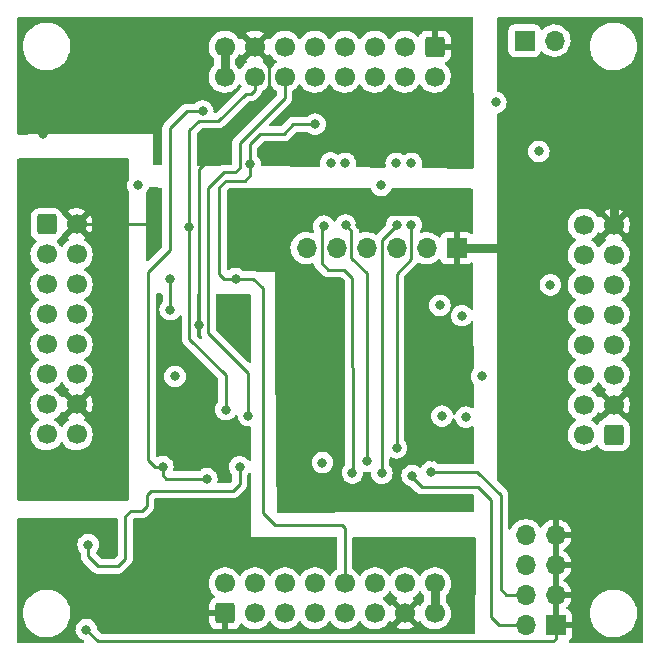
<source format=gbr>
%TF.GenerationSoftware,KiCad,Pcbnew,6.0.11+dfsg-1~bpo11+1*%
%TF.CreationDate,2023-07-05T16:33:08+02:00*%
%TF.ProjectId,avert_21,61766572-745f-4323-912e-6b696361645f,rev?*%
%TF.SameCoordinates,Original*%
%TF.FileFunction,Copper,L4,Bot*%
%TF.FilePolarity,Positive*%
%FSLAX46Y46*%
G04 Gerber Fmt 4.6, Leading zero omitted, Abs format (unit mm)*
G04 Created by KiCad (PCBNEW 6.0.11+dfsg-1~bpo11+1) date 2023-07-05 16:33:08*
%MOMM*%
%LPD*%
G01*
G04 APERTURE LIST*
G04 Aperture macros list*
%AMRoundRect*
0 Rectangle with rounded corners*
0 $1 Rounding radius*
0 $2 $3 $4 $5 $6 $7 $8 $9 X,Y pos of 4 corners*
0 Add a 4 corners polygon primitive as box body*
4,1,4,$2,$3,$4,$5,$6,$7,$8,$9,$2,$3,0*
0 Add four circle primitives for the rounded corners*
1,1,$1+$1,$2,$3*
1,1,$1+$1,$4,$5*
1,1,$1+$1,$6,$7*
1,1,$1+$1,$8,$9*
0 Add four rect primitives between the rounded corners*
20,1,$1+$1,$2,$3,$4,$5,0*
20,1,$1+$1,$4,$5,$6,$7,0*
20,1,$1+$1,$6,$7,$8,$9,0*
20,1,$1+$1,$8,$9,$2,$3,0*%
G04 Aperture macros list end*
%TA.AperFunction,ComponentPad*%
%ADD10RoundRect,0.250000X0.600000X0.600000X-0.600000X0.600000X-0.600000X-0.600000X0.600000X-0.600000X0*%
%TD*%
%TA.AperFunction,ComponentPad*%
%ADD11C,1.700000*%
%TD*%
%TA.AperFunction,ComponentPad*%
%ADD12RoundRect,0.250000X0.600000X-0.600000X0.600000X0.600000X-0.600000X0.600000X-0.600000X-0.600000X0*%
%TD*%
%TA.AperFunction,ComponentPad*%
%ADD13R,1.700000X1.700000*%
%TD*%
%TA.AperFunction,ComponentPad*%
%ADD14O,1.700000X1.700000*%
%TD*%
%TA.AperFunction,ComponentPad*%
%ADD15RoundRect,0.250000X-0.600000X0.600000X-0.600000X-0.600000X0.600000X-0.600000X0.600000X0.600000X0*%
%TD*%
%TA.AperFunction,ComponentPad*%
%ADD16RoundRect,0.250000X-0.600000X-0.600000X0.600000X-0.600000X0.600000X0.600000X-0.600000X0.600000X0*%
%TD*%
%TA.AperFunction,ViaPad*%
%ADD17C,0.800000*%
%TD*%
%TA.AperFunction,Conductor*%
%ADD18C,0.250000*%
%TD*%
%TA.AperFunction,Conductor*%
%ADD19C,0.800000*%
%TD*%
G04 APERTURE END LIST*
D10*
%TO.P,J4,1,Pin_1*%
%TO.N,+24V*%
X167700000Y-102210000D03*
D11*
%TO.P,J4,2,Pin_2*%
X165160000Y-102210000D03*
%TO.P,J4,3,Pin_3*%
%TO.N,GND*%
X167700000Y-99670000D03*
%TO.P,J4,4,Pin_4*%
%TO.N,Earth*%
X165160000Y-99670000D03*
%TO.P,J4,5,Pin_5*%
%TO.N,/CANL*%
X167700000Y-97130000D03*
%TO.P,J4,6,Pin_6*%
%TO.N,/CANH*%
X165160000Y-97130000D03*
%TO.P,J4,7,Pin_7*%
%TO.N,/SS*%
X167700000Y-94590000D03*
%TO.P,J4,8,Pin_8*%
%TO.N,/SCK*%
X165160000Y-94590000D03*
%TO.P,J4,9,Pin_9*%
%TO.N,/MOSI*%
X167700000Y-92050000D03*
%TO.P,J4,10,Pin_10*%
%TO.N,/MISO*%
X165160000Y-92050000D03*
%TO.P,J4,11,Pin_11*%
%TO.N,/SDA*%
X167700000Y-89510000D03*
%TO.P,J4,12,Pin_12*%
%TO.N,/SCL*%
X165160000Y-89510000D03*
%TO.P,J4,13,Pin_13*%
%TO.N,/RXD*%
X167700000Y-86970000D03*
%TO.P,J4,14,Pin_14*%
%TO.N,/TXD*%
X165160000Y-86970000D03*
%TO.P,J4,15,Pin_15*%
%TO.N,GND*%
X167700000Y-84430000D03*
%TO.P,J4,16,Pin_16*%
%TO.N,+3V3*%
X165160000Y-84430000D03*
%TD*%
D12*
%TO.P,J2,1,Pin_1*%
%TO.N,GNDD*%
X134790000Y-117340000D03*
D11*
%TO.P,J2,2,Pin_2*%
%TO.N,/SC2*%
X134790000Y-114800000D03*
%TO.P,J2,3,Pin_3*%
%TO.N,/SD2*%
X137330000Y-117340000D03*
%TO.P,J2,4,Pin_4*%
%TO.N,/SC3*%
X137330000Y-114800000D03*
%TO.P,J2,5,Pin_5*%
%TO.N,/SD3*%
X139870000Y-117340000D03*
%TO.P,J2,6,Pin_6*%
%TO.N,unconnected-(J2-Pad6)*%
X139870000Y-114800000D03*
%TO.P,J2,7,Pin_7*%
%TO.N,unconnected-(J2-Pad7)*%
X142410000Y-117340000D03*
%TO.P,J2,8,Pin_8*%
%TO.N,unconnected-(J2-Pad8)*%
X142410000Y-114800000D03*
%TO.P,J2,9,Pin_9*%
%TO.N,unconnected-(J2-Pad9)*%
X144950000Y-117340000D03*
%TO.P,J2,10,Pin_10*%
%TO.N,+5V*%
X144950000Y-114800000D03*
%TO.P,J2,11,Pin_11*%
%TO.N,-12V*%
X147490000Y-117340000D03*
%TO.P,J2,12,Pin_12*%
%TO.N,+12V*%
X147490000Y-114800000D03*
%TO.P,J2,13,Pin_13*%
%TO.N,GNDD*%
X150030000Y-117340000D03*
%TO.P,J2,14,Pin_14*%
%TO.N,Earth*%
X150030000Y-114800000D03*
%TO.P,J2,15,Pin_15*%
%TO.N,+VSW*%
X152570000Y-117340000D03*
%TO.P,J2,16,Pin_16*%
X152570000Y-114800000D03*
%TD*%
D13*
%TO.P,J7,1,Pin_1*%
%TO.N,/CANH*%
X160155000Y-68840000D03*
D14*
%TO.P,J7,2,Pin_2*%
%TO.N,Net-(J7-Pad2)*%
X162695000Y-68840000D03*
%TD*%
D15*
%TO.P,J1,1,Pin_1*%
%TO.N,GNDD*%
X152550000Y-69357500D03*
D11*
%TO.P,J1,2,Pin_2*%
%TO.N,/SC0*%
X152550000Y-71897500D03*
%TO.P,J1,3,Pin_3*%
%TO.N,/SD0*%
X150010000Y-69357500D03*
%TO.P,J1,4,Pin_4*%
%TO.N,/SC1*%
X150010000Y-71897500D03*
%TO.P,J1,5,Pin_5*%
%TO.N,/SD1*%
X147470000Y-69357500D03*
%TO.P,J1,6,Pin_6*%
%TO.N,unconnected-(J1-Pad6)*%
X147470000Y-71897500D03*
%TO.P,J1,7,Pin_7*%
%TO.N,unconnected-(J1-Pad7)*%
X144930000Y-69357500D03*
%TO.P,J1,8,Pin_8*%
%TO.N,unconnected-(J1-Pad8)*%
X144930000Y-71897500D03*
%TO.P,J1,9,Pin_9*%
%TO.N,unconnected-(J1-Pad9)*%
X142390000Y-69357500D03*
%TO.P,J1,10,Pin_10*%
%TO.N,+5V*%
X142390000Y-71897500D03*
%TO.P,J1,11,Pin_11*%
%TO.N,-12V*%
X139850000Y-69357500D03*
%TO.P,J1,12,Pin_12*%
%TO.N,+12V*%
X139850000Y-71897500D03*
%TO.P,J1,13,Pin_13*%
%TO.N,GNDD*%
X137310000Y-69357500D03*
%TO.P,J1,14,Pin_14*%
%TO.N,Earth*%
X137310000Y-71897500D03*
%TO.P,J1,15,Pin_15*%
%TO.N,+VSW*%
X134770000Y-69357500D03*
%TO.P,J1,16,Pin_16*%
X134770000Y-71897500D03*
%TD*%
D13*
%TO.P,J5,1,Pin_1*%
%TO.N,GND*%
X154400000Y-86415000D03*
D14*
%TO.P,J5,2,Pin_2*%
%TO.N,unconnected-(J5-Pad2)*%
X151860000Y-86415000D03*
%TO.P,J5,3,Pin_3*%
%TO.N,+3V3*%
X149320000Y-86415000D03*
%TO.P,J5,4,Pin_4*%
%TO.N,/RX_0*%
X146780000Y-86415000D03*
%TO.P,J5,5,Pin_5*%
%TO.N,/TX_0*%
X144240000Y-86415000D03*
%TO.P,J5,6,Pin_6*%
%TO.N,unconnected-(J5-Pad6)*%
X141700000Y-86415000D03*
%TD*%
D13*
%TO.P,J8,1,Pin_1*%
%TO.N,GND*%
X162795000Y-118340000D03*
D14*
%TO.P,J8,2,Pin_2*%
%TO.N,/ADDR0*%
X160255000Y-118340000D03*
%TO.P,J8,3,Pin_3*%
%TO.N,GND*%
X162795000Y-115800000D03*
%TO.P,J8,4,Pin_4*%
%TO.N,/ADDR1*%
X160255000Y-115800000D03*
%TO.P,J8,5,Pin_5*%
%TO.N,GND*%
X162795000Y-113260000D03*
%TO.P,J8,6,Pin_6*%
%TO.N,/ADDR2*%
X160255000Y-113260000D03*
%TO.P,J8,7,Pin_7*%
%TO.N,GND*%
X162795000Y-110720000D03*
%TO.P,J8,8,Pin_8*%
%TO.N,/ADDR3*%
X160255000Y-110720000D03*
%TD*%
D16*
%TO.P,J3,1,Pin_1*%
%TO.N,+3V3*%
X119690000Y-84400000D03*
D11*
%TO.P,J3,2,Pin_2*%
%TO.N,GND*%
X122230000Y-84400000D03*
%TO.P,J3,3,Pin_3*%
%TO.N,/TXD*%
X119690000Y-86940000D03*
%TO.P,J3,4,Pin_4*%
%TO.N,/RXD*%
X122230000Y-86940000D03*
%TO.P,J3,5,Pin_5*%
%TO.N,/SCL*%
X119690000Y-89480000D03*
%TO.P,J3,6,Pin_6*%
%TO.N,/SDA*%
X122230000Y-89480000D03*
%TO.P,J3,7,Pin_7*%
%TO.N,/MISO*%
X119690000Y-92020000D03*
%TO.P,J3,8,Pin_8*%
%TO.N,/MOSI*%
X122230000Y-92020000D03*
%TO.P,J3,9,Pin_9*%
%TO.N,/SCK*%
X119690000Y-94560000D03*
%TO.P,J3,10,Pin_10*%
%TO.N,/SS*%
X122230000Y-94560000D03*
%TO.P,J3,11,Pin_11*%
%TO.N,/CANH*%
X119690000Y-97100000D03*
%TO.P,J3,12,Pin_12*%
%TO.N,/CANL*%
X122230000Y-97100000D03*
%TO.P,J3,13,Pin_13*%
%TO.N,Earth*%
X119690000Y-99640000D03*
%TO.P,J3,14,Pin_14*%
%TO.N,GND*%
X122230000Y-99640000D03*
%TO.P,J3,15,Pin_15*%
%TO.N,+24V*%
X119690000Y-102180000D03*
%TO.P,J3,16,Pin_16*%
X122230000Y-102180000D03*
%TD*%
D17*
%TO.N,GND*%
X161650000Y-75020000D03*
X128840000Y-82810000D03*
X123050000Y-118710000D03*
X142140000Y-103440000D03*
X140810000Y-92980000D03*
X160430000Y-83350000D03*
X152300000Y-104100000D03*
X154650000Y-96510000D03*
X135440000Y-84400000D03*
X146260000Y-84470000D03*
X140790000Y-89730000D03*
X140960000Y-84280000D03*
%TO.N,+3V3*%
X127430000Y-81100000D03*
X143050000Y-104570000D03*
X148020000Y-81100000D03*
%TO.N,GNDD*%
X149440000Y-75050000D03*
X136040000Y-111030000D03*
X132270000Y-103430000D03*
X148760000Y-112560000D03*
X132570000Y-92950000D03*
X124610000Y-111540000D03*
X130310000Y-73680000D03*
X133920000Y-78330000D03*
X119420000Y-76760000D03*
X132790000Y-110980000D03*
X135210000Y-92960000D03*
X122630000Y-67270000D03*
%TO.N,+12V*%
X123210000Y-111520000D03*
X136770000Y-100590000D03*
X136050000Y-104930000D03*
%TO.N,-12V*%
X133260000Y-105940000D03*
X129530000Y-104920000D03*
X132910000Y-74810000D03*
%TO.N,+5V*%
X136910000Y-79280000D03*
X142420000Y-75914500D03*
X135690000Y-88990000D03*
%TO.N,/SC2*%
X150570000Y-79250000D03*
%TO.N,/SD2*%
X149290000Y-79230000D03*
%TO.N,/SCL*%
X162340000Y-89520000D03*
%TO.N,/SDA*%
X152990000Y-91260000D03*
%TO.N,Earth*%
X134874500Y-100090000D03*
X131780000Y-84610000D03*
%TO.N,/CTX*%
X153170000Y-100630000D03*
X157720000Y-74080000D03*
%TO.N,/CRX*%
X155180000Y-100720000D03*
X161360000Y-78230000D03*
%TO.N,/IO0*%
X154850000Y-92140000D03*
X130140000Y-89040000D03*
X130160000Y-91620000D03*
%TO.N,/ADDR0*%
X150640000Y-105670000D03*
%TO.N,/ADDR1*%
X152230000Y-105330000D03*
%TO.N,/LED_MQTT*%
X156520000Y-97270000D03*
X130565000Y-97275000D03*
%TO.N,/SC3*%
X144980000Y-79230000D03*
%TO.N,/SD3*%
X143740000Y-79200000D03*
%TO.N,/SCL2*%
X149320000Y-103320000D03*
X150550000Y-84440000D03*
%TO.N,/SDA2*%
X149330000Y-84450000D03*
X148080000Y-105480000D03*
%TO.N,/SCL3*%
X145000000Y-84460000D03*
X146810000Y-104450000D03*
%TO.N,/SDA3*%
X145580000Y-105440000D03*
X143160000Y-84560000D03*
%TD*%
D18*
%TO.N,GND*%
X124040000Y-119700000D02*
X123050000Y-118710000D01*
X145920000Y-83350000D02*
X141400000Y-83350000D01*
D19*
X160025000Y-86415000D02*
X154400000Y-86415000D01*
D18*
X146260000Y-83690000D02*
X145920000Y-83350000D01*
D19*
X161680000Y-84760000D02*
X161680000Y-82310000D01*
D18*
X147150000Y-84470000D02*
X148130000Y-83490000D01*
X162795000Y-119505000D02*
X162600000Y-119700000D01*
X146260000Y-84470000D02*
X146260000Y-83690000D01*
D19*
X167700000Y-84430000D02*
X167700000Y-82350000D01*
D18*
X154400000Y-84490000D02*
X154400000Y-86415000D01*
X141400000Y-83350000D02*
X140960000Y-83790000D01*
X162795000Y-118340000D02*
X162795000Y-119505000D01*
X128450000Y-84400000D02*
X128840000Y-84010000D01*
D19*
X167700000Y-82350000D02*
X166520000Y-81170000D01*
D18*
X140960000Y-83790000D02*
X140960000Y-84280000D01*
D19*
X160025000Y-86415000D02*
X161680000Y-84760000D01*
D18*
X140790000Y-89730000D02*
X140790000Y-88500000D01*
D19*
X166520000Y-81170000D02*
X165800000Y-81170000D01*
D18*
X128840000Y-84010000D02*
X128840000Y-82810000D01*
X146260000Y-84470000D02*
X147150000Y-84470000D01*
X140140000Y-87850000D02*
X140140000Y-85690000D01*
X140140000Y-85690000D02*
X140960000Y-84870000D01*
D19*
X162820000Y-81170000D02*
X165800000Y-81170000D01*
D18*
X162600000Y-119700000D02*
X124040000Y-119700000D01*
X140960000Y-84870000D02*
X140960000Y-84280000D01*
X122230000Y-84400000D02*
X128450000Y-84400000D01*
D19*
X161680000Y-82310000D02*
X162820000Y-81170000D01*
D18*
X148130000Y-83490000D02*
X153400000Y-83490000D01*
X140790000Y-88500000D02*
X140140000Y-87850000D01*
X153400000Y-83490000D02*
X154400000Y-84490000D01*
D19*
%TO.N,+VSW*%
X134770000Y-69357500D02*
X134770000Y-71897500D01*
X152570000Y-117340000D02*
X152570000Y-114800000D01*
D18*
%TO.N,GNDD*%
X138555000Y-70602500D02*
X137310000Y-69357500D01*
X133920000Y-77230000D02*
X136890000Y-74260000D01*
X132570000Y-79680000D02*
X132570000Y-92950000D01*
X133920000Y-78330000D02*
X133920000Y-77230000D01*
X138555000Y-73695000D02*
X138555000Y-70602500D01*
X133920000Y-78330000D02*
X132570000Y-79680000D01*
X136890000Y-74260000D02*
X137990000Y-74260000D01*
X137990000Y-74260000D02*
X138555000Y-73695000D01*
%TO.N,+12V*%
X136050000Y-106380000D02*
X135470000Y-106960000D01*
X127765000Y-108635000D02*
X126835000Y-108635000D01*
X136050000Y-104930000D02*
X136050000Y-106380000D01*
X128160000Y-107310000D02*
X128160000Y-108240000D01*
X125710000Y-113350000D02*
X124040000Y-113350000D01*
X139500000Y-74070000D02*
X136040000Y-77530000D01*
X126360000Y-109110000D02*
X126360000Y-112700000D01*
X139850000Y-73720000D02*
X139500000Y-74070000D01*
X126360000Y-112700000D02*
X125710000Y-113350000D01*
X136040000Y-79610000D02*
X135650000Y-80000000D01*
X139850000Y-71897500D02*
X139850000Y-73720000D01*
X133390000Y-93590000D02*
X136770000Y-96970000D01*
X136040000Y-77530000D02*
X136040000Y-79610000D01*
X128510000Y-106960000D02*
X128160000Y-107310000D01*
X134700000Y-80000000D02*
X133390000Y-81310000D01*
X135470000Y-106960000D02*
X128510000Y-106960000D01*
X126835000Y-108635000D02*
X126360000Y-109110000D01*
X123210000Y-112520000D02*
X123210000Y-111520000D01*
X128160000Y-108240000D02*
X127765000Y-108635000D01*
X124040000Y-113350000D02*
X123210000Y-112520000D01*
X133390000Y-81310000D02*
X133390000Y-93590000D01*
X136770000Y-96970000D02*
X136770000Y-100590000D01*
X135650000Y-80000000D02*
X134700000Y-80000000D01*
%TO.N,-12V*%
X133260000Y-105940000D02*
X129840000Y-105940000D01*
X128850000Y-104920000D02*
X128280000Y-104350000D01*
X130130000Y-76280000D02*
X131600000Y-74810000D01*
X129530000Y-104920000D02*
X128850000Y-104920000D01*
X131600000Y-74810000D02*
X132910000Y-74810000D01*
X129530000Y-105630000D02*
X129530000Y-104920000D01*
X128280000Y-104350000D02*
X128280000Y-88400000D01*
X128280000Y-88400000D02*
X130130000Y-86550000D01*
X130130000Y-86550000D02*
X130130000Y-76280000D01*
X129840000Y-105940000D02*
X129530000Y-105630000D01*
%TO.N,+5V*%
X138990000Y-109830000D02*
X138000000Y-108840000D01*
X136450000Y-80700000D02*
X134860000Y-80700000D01*
X137190000Y-88990000D02*
X135690000Y-88990000D01*
X144950000Y-114800000D02*
X144950000Y-110080000D01*
X136910000Y-79280000D02*
X136910000Y-77640000D01*
X136910000Y-80240000D02*
X136450000Y-80700000D01*
X140595500Y-75914500D02*
X139760000Y-76750000D01*
X142420000Y-75914500D02*
X140595500Y-75914500D01*
X136910000Y-79280000D02*
X136910000Y-80240000D01*
X144700000Y-109830000D02*
X138990000Y-109830000D01*
X144950000Y-110080000D02*
X144700000Y-109830000D01*
X138000000Y-108840000D02*
X138000000Y-89800000D01*
X134330000Y-81230000D02*
X134330000Y-88570000D01*
X138000000Y-89800000D02*
X137190000Y-88990000D01*
X134860000Y-80700000D02*
X134330000Y-81230000D01*
X136910000Y-77640000D02*
X137800000Y-76750000D01*
X134750000Y-88990000D02*
X135690000Y-88990000D01*
X134330000Y-88570000D02*
X134750000Y-88990000D01*
X137800000Y-76750000D02*
X139760000Y-76750000D01*
%TO.N,Earth*%
X134860000Y-100075500D02*
X134874500Y-100090000D01*
X136985000Y-73335000D02*
X136535000Y-73335000D01*
X131780000Y-84610000D02*
X131780000Y-94110000D01*
X131780000Y-94110000D02*
X134860000Y-97190000D01*
X132560000Y-75650000D02*
X134220000Y-75650000D01*
X134860000Y-97190000D02*
X134860000Y-100075500D01*
X137310000Y-71897500D02*
X137310000Y-73010000D01*
X131780000Y-76430000D02*
X132560000Y-75650000D01*
X137310000Y-73010000D02*
X136985000Y-73335000D01*
X131780000Y-84610000D02*
X131780000Y-76430000D01*
X134220000Y-75650000D02*
X136535000Y-73335000D01*
%TO.N,/IO0*%
X130140000Y-89040000D02*
X130140000Y-91600000D01*
X130140000Y-91600000D02*
X130160000Y-91620000D01*
%TO.N,/ADDR0*%
X156215000Y-106635000D02*
X151485000Y-106635000D01*
X160255000Y-118340000D02*
X158000000Y-118340000D01*
X157340000Y-107760000D02*
X156215000Y-106635000D01*
X157340000Y-117680000D02*
X157340000Y-107760000D01*
X158000000Y-118340000D02*
X157340000Y-117680000D01*
X151485000Y-106635000D02*
X150640000Y-105790000D01*
X150640000Y-105790000D02*
X150640000Y-105670000D01*
%TO.N,/ADDR1*%
X158140000Y-115310000D02*
X158140000Y-107320000D01*
X158140000Y-107320000D02*
X156150000Y-105330000D01*
X158630000Y-115800000D02*
X158140000Y-115310000D01*
X160255000Y-115800000D02*
X158630000Y-115800000D01*
X156150000Y-105330000D02*
X152230000Y-105330000D01*
%TO.N,/SCL2*%
X149320000Y-103320000D02*
X149320000Y-88580000D01*
X149320000Y-88580000D02*
X150550000Y-87350000D01*
X150550000Y-87350000D02*
X150550000Y-84440000D01*
%TO.N,/SDA2*%
X148080000Y-105480000D02*
X148080000Y-85700000D01*
X148080000Y-85700000D02*
X149330000Y-84450000D01*
%TO.N,/SCL3*%
X145500000Y-84960000D02*
X145000000Y-84460000D01*
X146810000Y-104450000D02*
X146810000Y-88550000D01*
X145500000Y-87240000D02*
X145500000Y-84960000D01*
X146810000Y-88550000D02*
X145500000Y-87240000D01*
%TO.N,/SDA3*%
X142970000Y-87700000D02*
X142970000Y-84750000D01*
X144900000Y-88240000D02*
X143510000Y-88240000D01*
X145590000Y-96520000D02*
X145590000Y-88930000D01*
X142970000Y-84750000D02*
X143160000Y-84560000D01*
X143510000Y-88240000D02*
X142970000Y-87700000D01*
X145590000Y-88930000D02*
X144900000Y-88240000D01*
X145580000Y-105440000D02*
X145600000Y-105420000D01*
X145600000Y-96530000D02*
X145590000Y-96520000D01*
X145600000Y-105420000D02*
X145600000Y-96530000D01*
%TD*%
%TA.AperFunction,Conductor*%
%TO.N,GNDD*%
G36*
X155763058Y-66868502D02*
G01*
X155809551Y-66922158D01*
X155820937Y-66974310D01*
X155839733Y-79501715D01*
X155839809Y-79552548D01*
X155819909Y-79620699D01*
X155766323Y-79667272D01*
X155712555Y-79678731D01*
X151571516Y-79637488D01*
X151503600Y-79616809D01*
X151457644Y-79562693D01*
X151448240Y-79492322D01*
X151452939Y-79472560D01*
X151453794Y-79469928D01*
X151463542Y-79439928D01*
X151464429Y-79431495D01*
X151482814Y-79256565D01*
X151483504Y-79250000D01*
X151463542Y-79060072D01*
X151404527Y-78878444D01*
X151309040Y-78713056D01*
X151296181Y-78698774D01*
X151185675Y-78576045D01*
X151185674Y-78576044D01*
X151181253Y-78571134D01*
X151026752Y-78458882D01*
X151020724Y-78456198D01*
X151020722Y-78456197D01*
X150858319Y-78383891D01*
X150858318Y-78383891D01*
X150852288Y-78381206D01*
X150751741Y-78359834D01*
X150671944Y-78342872D01*
X150671939Y-78342872D01*
X150665487Y-78341500D01*
X150474513Y-78341500D01*
X150468061Y-78342872D01*
X150468056Y-78342872D01*
X150388259Y-78359834D01*
X150287712Y-78381206D01*
X150281682Y-78383891D01*
X150281681Y-78383891D01*
X150119278Y-78456197D01*
X150119276Y-78456198D01*
X150113248Y-78458882D01*
X150107907Y-78462762D01*
X150107906Y-78462763D01*
X150017825Y-78528211D01*
X149950957Y-78552070D01*
X149881806Y-78535989D01*
X149869703Y-78528211D01*
X149752094Y-78442763D01*
X149752093Y-78442762D01*
X149746752Y-78438882D01*
X149740724Y-78436198D01*
X149740722Y-78436197D01*
X149578319Y-78363891D01*
X149578318Y-78363891D01*
X149572288Y-78361206D01*
X149478887Y-78341353D01*
X149391944Y-78322872D01*
X149391939Y-78322872D01*
X149385487Y-78321500D01*
X149194513Y-78321500D01*
X149188061Y-78322872D01*
X149188056Y-78322872D01*
X149101113Y-78341353D01*
X149007712Y-78361206D01*
X149001682Y-78363891D01*
X149001681Y-78363891D01*
X148839278Y-78436197D01*
X148839276Y-78436198D01*
X148833248Y-78438882D01*
X148678747Y-78551134D01*
X148674326Y-78556044D01*
X148674325Y-78556045D01*
X148572824Y-78668774D01*
X148550960Y-78693056D01*
X148518791Y-78748774D01*
X148472794Y-78828444D01*
X148455473Y-78858444D01*
X148396458Y-79040072D01*
X148376496Y-79230000D01*
X148377186Y-79236565D01*
X148395601Y-79411770D01*
X148396458Y-79419928D01*
X148398496Y-79426202D01*
X148398498Y-79426209D01*
X148402913Y-79439796D01*
X148404940Y-79510764D01*
X148368277Y-79571561D01*
X148304565Y-79602886D01*
X148281826Y-79604725D01*
X145992743Y-79581927D01*
X145924825Y-79561247D01*
X145878869Y-79507131D01*
X145870752Y-79429735D01*
X145871502Y-79426205D01*
X145873542Y-79419928D01*
X145874400Y-79411770D01*
X145892814Y-79236565D01*
X145893504Y-79230000D01*
X145873542Y-79040072D01*
X145814527Y-78858444D01*
X145797207Y-78828444D01*
X145751209Y-78748774D01*
X145719040Y-78693056D01*
X145697177Y-78668774D01*
X145595675Y-78556045D01*
X145595674Y-78556044D01*
X145591253Y-78551134D01*
X145436752Y-78438882D01*
X145430724Y-78436198D01*
X145430722Y-78436197D01*
X145268319Y-78363891D01*
X145268318Y-78363891D01*
X145262288Y-78361206D01*
X145168887Y-78341353D01*
X145081944Y-78322872D01*
X145081939Y-78322872D01*
X145075487Y-78321500D01*
X144884513Y-78321500D01*
X144878061Y-78322872D01*
X144878056Y-78322872D01*
X144791113Y-78341353D01*
X144697712Y-78361206D01*
X144691682Y-78363891D01*
X144691681Y-78363891D01*
X144529278Y-78436197D01*
X144529276Y-78436198D01*
X144523248Y-78438882D01*
X144517907Y-78442762D01*
X144517906Y-78442763D01*
X144454707Y-78488680D01*
X144387839Y-78512539D01*
X144318688Y-78496458D01*
X144306585Y-78488680D01*
X144202094Y-78412763D01*
X144202093Y-78412762D01*
X144196752Y-78408882D01*
X144190724Y-78406198D01*
X144190722Y-78406197D01*
X144028319Y-78333891D01*
X144028318Y-78333891D01*
X144022288Y-78331206D01*
X143928887Y-78311353D01*
X143841944Y-78292872D01*
X143841939Y-78292872D01*
X143835487Y-78291500D01*
X143644513Y-78291500D01*
X143638061Y-78292872D01*
X143638056Y-78292872D01*
X143551113Y-78311353D01*
X143457712Y-78331206D01*
X143451682Y-78333891D01*
X143451681Y-78333891D01*
X143289278Y-78406197D01*
X143289276Y-78406198D01*
X143283248Y-78408882D01*
X143128747Y-78521134D01*
X143124326Y-78526044D01*
X143124325Y-78526045D01*
X143034468Y-78625842D01*
X143000960Y-78663056D01*
X142905473Y-78828444D01*
X142846458Y-79010072D01*
X142845768Y-79016633D01*
X142845768Y-79016635D01*
X142838050Y-79090072D01*
X142826496Y-79200000D01*
X142846458Y-79389928D01*
X142848499Y-79396209D01*
X142848706Y-79397184D01*
X142843304Y-79467974D01*
X142800487Y-79524607D01*
X142733849Y-79549100D01*
X142724204Y-79549374D01*
X137938883Y-79501715D01*
X137870965Y-79481035D01*
X137825009Y-79426919D01*
X137814828Y-79362551D01*
X137822814Y-79286565D01*
X137823504Y-79280000D01*
X137803542Y-79090072D01*
X137744527Y-78908444D01*
X137727207Y-78878444D01*
X137652341Y-78748774D01*
X137649040Y-78743056D01*
X137575863Y-78661785D01*
X137545147Y-78597779D01*
X137543500Y-78577476D01*
X137543500Y-77954595D01*
X137563502Y-77886474D01*
X137580405Y-77865499D01*
X138025501Y-77420404D01*
X138087813Y-77386379D01*
X138114596Y-77383500D01*
X139681233Y-77383500D01*
X139692416Y-77384027D01*
X139699909Y-77385702D01*
X139707835Y-77385453D01*
X139707836Y-77385453D01*
X139767986Y-77383562D01*
X139771945Y-77383500D01*
X139799856Y-77383500D01*
X139803791Y-77383003D01*
X139803856Y-77382995D01*
X139815693Y-77382062D01*
X139847951Y-77381048D01*
X139851970Y-77380922D01*
X139859889Y-77380673D01*
X139879343Y-77375021D01*
X139898700Y-77371013D01*
X139910930Y-77369468D01*
X139910931Y-77369468D01*
X139918797Y-77368474D01*
X139926168Y-77365555D01*
X139926170Y-77365555D01*
X139959912Y-77352196D01*
X139971142Y-77348351D01*
X140005983Y-77338229D01*
X140005984Y-77338229D01*
X140013593Y-77336018D01*
X140020412Y-77331985D01*
X140020417Y-77331983D01*
X140031028Y-77325707D01*
X140048776Y-77317012D01*
X140067617Y-77309552D01*
X140103387Y-77283564D01*
X140113307Y-77277048D01*
X140144535Y-77258580D01*
X140144538Y-77258578D01*
X140151362Y-77254542D01*
X140165683Y-77240221D01*
X140180717Y-77227380D01*
X140190694Y-77220131D01*
X140197107Y-77215472D01*
X140225298Y-77181395D01*
X140233288Y-77172616D01*
X140820999Y-76584905D01*
X140883311Y-76550879D01*
X140910094Y-76548000D01*
X141711800Y-76548000D01*
X141779921Y-76568002D01*
X141799147Y-76584343D01*
X141799420Y-76584040D01*
X141804332Y-76588463D01*
X141808747Y-76593366D01*
X141830329Y-76609046D01*
X141945061Y-76692404D01*
X141963248Y-76705618D01*
X141969276Y-76708302D01*
X141969278Y-76708303D01*
X142062932Y-76750000D01*
X142137712Y-76783294D01*
X142231113Y-76803147D01*
X142318056Y-76821628D01*
X142318061Y-76821628D01*
X142324513Y-76823000D01*
X142515487Y-76823000D01*
X142521939Y-76821628D01*
X142521944Y-76821628D01*
X142608887Y-76803147D01*
X142702288Y-76783294D01*
X142777068Y-76750000D01*
X142870722Y-76708303D01*
X142870724Y-76708302D01*
X142876752Y-76705618D01*
X142894940Y-76692404D01*
X142945735Y-76655499D01*
X143031253Y-76593366D01*
X143054091Y-76568002D01*
X143154621Y-76456352D01*
X143154622Y-76456351D01*
X143159040Y-76451444D01*
X143244190Y-76303961D01*
X143251223Y-76291779D01*
X143251224Y-76291778D01*
X143254527Y-76286056D01*
X143313542Y-76104428D01*
X143314376Y-76096498D01*
X143332814Y-75921065D01*
X143333504Y-75914500D01*
X143320816Y-75793777D01*
X143314232Y-75731135D01*
X143314232Y-75731133D01*
X143313542Y-75724572D01*
X143254527Y-75542944D01*
X143159040Y-75377556D01*
X143142882Y-75359610D01*
X143035675Y-75240545D01*
X143035674Y-75240544D01*
X143031253Y-75235634D01*
X142876752Y-75123382D01*
X142870724Y-75120698D01*
X142870722Y-75120697D01*
X142708319Y-75048391D01*
X142708318Y-75048391D01*
X142702288Y-75045706D01*
X142608887Y-75025853D01*
X142521944Y-75007372D01*
X142521939Y-75007372D01*
X142515487Y-75006000D01*
X142324513Y-75006000D01*
X142318061Y-75007372D01*
X142318056Y-75007372D01*
X142231113Y-75025853D01*
X142137712Y-75045706D01*
X142131682Y-75048391D01*
X142131681Y-75048391D01*
X141969278Y-75120697D01*
X141969276Y-75120698D01*
X141963248Y-75123382D01*
X141808747Y-75235634D01*
X141804332Y-75240537D01*
X141799420Y-75244960D01*
X141798295Y-75243711D01*
X141744986Y-75276551D01*
X141711800Y-75281000D01*
X140674263Y-75281000D01*
X140663079Y-75280473D01*
X140655591Y-75278799D01*
X140647668Y-75279048D01*
X140587533Y-75280938D01*
X140583575Y-75281000D01*
X140555644Y-75281000D01*
X140551729Y-75281495D01*
X140551725Y-75281495D01*
X140551667Y-75281503D01*
X140551638Y-75281506D01*
X140539796Y-75282439D01*
X140495610Y-75283827D01*
X140478244Y-75288872D01*
X140476158Y-75289478D01*
X140456806Y-75293486D01*
X140444568Y-75295032D01*
X140444566Y-75295033D01*
X140436703Y-75296026D01*
X140395586Y-75312306D01*
X140384385Y-75316141D01*
X140341906Y-75328482D01*
X140335087Y-75332515D01*
X140335082Y-75332517D01*
X140324471Y-75338793D01*
X140306721Y-75347490D01*
X140287883Y-75354948D01*
X140281467Y-75359609D01*
X140281466Y-75359610D01*
X140252125Y-75380928D01*
X140242201Y-75387447D01*
X140210960Y-75405922D01*
X140210955Y-75405926D01*
X140204137Y-75409958D01*
X140189813Y-75424282D01*
X140174781Y-75437121D01*
X140158393Y-75449028D01*
X140130212Y-75483093D01*
X140122222Y-75491873D01*
X139534500Y-76079595D01*
X139472188Y-76113621D01*
X139445405Y-76116500D01*
X138653595Y-76116500D01*
X138585474Y-76096498D01*
X138538981Y-76042842D01*
X138528877Y-75972568D01*
X138558371Y-75907988D01*
X138564500Y-75901405D01*
X140242258Y-74223647D01*
X140250537Y-74216113D01*
X140257018Y-74212000D01*
X140303645Y-74162347D01*
X140306399Y-74159506D01*
X140326135Y-74139770D01*
X140328615Y-74136573D01*
X140336320Y-74127551D01*
X140361159Y-74101100D01*
X140366586Y-74095321D01*
X140370405Y-74088375D01*
X140370407Y-74088372D01*
X140376348Y-74077566D01*
X140387199Y-74061047D01*
X140394758Y-74051301D01*
X140399614Y-74045041D01*
X140402759Y-74037772D01*
X140402762Y-74037768D01*
X140417174Y-74004463D01*
X140422391Y-73993813D01*
X140443695Y-73955060D01*
X140448733Y-73935437D01*
X140455137Y-73916734D01*
X140460033Y-73905420D01*
X140460033Y-73905419D01*
X140463181Y-73898145D01*
X140464420Y-73890322D01*
X140464423Y-73890312D01*
X140470099Y-73854476D01*
X140472505Y-73842856D01*
X140481528Y-73807711D01*
X140481528Y-73807710D01*
X140483500Y-73800030D01*
X140483500Y-73779776D01*
X140485051Y-73760065D01*
X140486980Y-73747886D01*
X140488220Y-73740057D01*
X140484059Y-73696038D01*
X140483500Y-73684181D01*
X140483500Y-73177927D01*
X140503502Y-73109806D01*
X140544618Y-73070050D01*
X140547994Y-73068396D01*
X140729860Y-72938673D01*
X140888096Y-72780989D01*
X140902320Y-72761195D01*
X141018453Y-72599577D01*
X141019776Y-72600528D01*
X141066645Y-72557357D01*
X141136580Y-72545125D01*
X141202026Y-72572644D01*
X141229875Y-72604494D01*
X141289987Y-72702588D01*
X141436250Y-72871438D01*
X141608126Y-73014132D01*
X141801000Y-73126838D01*
X142009692Y-73206530D01*
X142014760Y-73207561D01*
X142014763Y-73207562D01*
X142055417Y-73215833D01*
X142228597Y-73251067D01*
X142233772Y-73251257D01*
X142233774Y-73251257D01*
X142446673Y-73259064D01*
X142446677Y-73259064D01*
X142451837Y-73259253D01*
X142456957Y-73258597D01*
X142456959Y-73258597D01*
X142668288Y-73231525D01*
X142668289Y-73231525D01*
X142673416Y-73230868D01*
X142723530Y-73215833D01*
X142882429Y-73168161D01*
X142882434Y-73168159D01*
X142887384Y-73166674D01*
X143087994Y-73068396D01*
X143269860Y-72938673D01*
X143428096Y-72780989D01*
X143442320Y-72761195D01*
X143558453Y-72599577D01*
X143559776Y-72600528D01*
X143606645Y-72557357D01*
X143676580Y-72545125D01*
X143742026Y-72572644D01*
X143769875Y-72604494D01*
X143829987Y-72702588D01*
X143976250Y-72871438D01*
X144148126Y-73014132D01*
X144341000Y-73126838D01*
X144549692Y-73206530D01*
X144554760Y-73207561D01*
X144554763Y-73207562D01*
X144595417Y-73215833D01*
X144768597Y-73251067D01*
X144773772Y-73251257D01*
X144773774Y-73251257D01*
X144986673Y-73259064D01*
X144986677Y-73259064D01*
X144991837Y-73259253D01*
X144996957Y-73258597D01*
X144996959Y-73258597D01*
X145208288Y-73231525D01*
X145208289Y-73231525D01*
X145213416Y-73230868D01*
X145263530Y-73215833D01*
X145422429Y-73168161D01*
X145422434Y-73168159D01*
X145427384Y-73166674D01*
X145627994Y-73068396D01*
X145809860Y-72938673D01*
X145968096Y-72780989D01*
X145982320Y-72761195D01*
X146098453Y-72599577D01*
X146099776Y-72600528D01*
X146146645Y-72557357D01*
X146216580Y-72545125D01*
X146282026Y-72572644D01*
X146309875Y-72604494D01*
X146369987Y-72702588D01*
X146516250Y-72871438D01*
X146688126Y-73014132D01*
X146881000Y-73126838D01*
X147089692Y-73206530D01*
X147094760Y-73207561D01*
X147094763Y-73207562D01*
X147135417Y-73215833D01*
X147308597Y-73251067D01*
X147313772Y-73251257D01*
X147313774Y-73251257D01*
X147526673Y-73259064D01*
X147526677Y-73259064D01*
X147531837Y-73259253D01*
X147536957Y-73258597D01*
X147536959Y-73258597D01*
X147748288Y-73231525D01*
X147748289Y-73231525D01*
X147753416Y-73230868D01*
X147803530Y-73215833D01*
X147962429Y-73168161D01*
X147962434Y-73168159D01*
X147967384Y-73166674D01*
X148167994Y-73068396D01*
X148349860Y-72938673D01*
X148508096Y-72780989D01*
X148522320Y-72761195D01*
X148638453Y-72599577D01*
X148639776Y-72600528D01*
X148686645Y-72557357D01*
X148756580Y-72545125D01*
X148822026Y-72572644D01*
X148849875Y-72604494D01*
X148909987Y-72702588D01*
X149056250Y-72871438D01*
X149228126Y-73014132D01*
X149421000Y-73126838D01*
X149629692Y-73206530D01*
X149634760Y-73207561D01*
X149634763Y-73207562D01*
X149675417Y-73215833D01*
X149848597Y-73251067D01*
X149853772Y-73251257D01*
X149853774Y-73251257D01*
X150066673Y-73259064D01*
X150066677Y-73259064D01*
X150071837Y-73259253D01*
X150076957Y-73258597D01*
X150076959Y-73258597D01*
X150288288Y-73231525D01*
X150288289Y-73231525D01*
X150293416Y-73230868D01*
X150343530Y-73215833D01*
X150502429Y-73168161D01*
X150502434Y-73168159D01*
X150507384Y-73166674D01*
X150707994Y-73068396D01*
X150889860Y-72938673D01*
X151048096Y-72780989D01*
X151062320Y-72761195D01*
X151178453Y-72599577D01*
X151179776Y-72600528D01*
X151226645Y-72557357D01*
X151296580Y-72545125D01*
X151362026Y-72572644D01*
X151389875Y-72604494D01*
X151449987Y-72702588D01*
X151596250Y-72871438D01*
X151768126Y-73014132D01*
X151961000Y-73126838D01*
X152169692Y-73206530D01*
X152174760Y-73207561D01*
X152174763Y-73207562D01*
X152215417Y-73215833D01*
X152388597Y-73251067D01*
X152393772Y-73251257D01*
X152393774Y-73251257D01*
X152606673Y-73259064D01*
X152606677Y-73259064D01*
X152611837Y-73259253D01*
X152616957Y-73258597D01*
X152616959Y-73258597D01*
X152828288Y-73231525D01*
X152828289Y-73231525D01*
X152833416Y-73230868D01*
X152883530Y-73215833D01*
X153042429Y-73168161D01*
X153042434Y-73168159D01*
X153047384Y-73166674D01*
X153247994Y-73068396D01*
X153429860Y-72938673D01*
X153588096Y-72780989D01*
X153602320Y-72761195D01*
X153715435Y-72603777D01*
X153718453Y-72599577D01*
X153739320Y-72557357D01*
X153815136Y-72403953D01*
X153815137Y-72403951D01*
X153817430Y-72399311D01*
X153882370Y-72185569D01*
X153911529Y-71964090D01*
X153913156Y-71897500D01*
X153894852Y-71674861D01*
X153840431Y-71458202D01*
X153751354Y-71253340D01*
X153661362Y-71114234D01*
X153632822Y-71070117D01*
X153632820Y-71070114D01*
X153630014Y-71065777D01*
X153479670Y-70900551D01*
X153436564Y-70866508D01*
X153395502Y-70808592D01*
X153392270Y-70737669D01*
X153427895Y-70676258D01*
X153461204Y-70653527D01*
X153479958Y-70644741D01*
X153617807Y-70559437D01*
X153629208Y-70550401D01*
X153743739Y-70435671D01*
X153752751Y-70424260D01*
X153837816Y-70286257D01*
X153843963Y-70273076D01*
X153895138Y-70118790D01*
X153898005Y-70105414D01*
X153907672Y-70011062D01*
X153908000Y-70004645D01*
X153908000Y-69629615D01*
X153903525Y-69614376D01*
X153902135Y-69613171D01*
X153894452Y-69611500D01*
X152422000Y-69611500D01*
X152353879Y-69591498D01*
X152307386Y-69537842D01*
X152296000Y-69485500D01*
X152296000Y-69085385D01*
X152804000Y-69085385D01*
X152808475Y-69100624D01*
X152809865Y-69101829D01*
X152817548Y-69103500D01*
X153889884Y-69103500D01*
X153905123Y-69099025D01*
X153906328Y-69097635D01*
X153907999Y-69089952D01*
X153907999Y-68710405D01*
X153907662Y-68703886D01*
X153897743Y-68608294D01*
X153894851Y-68594900D01*
X153843412Y-68440716D01*
X153837239Y-68427538D01*
X153751937Y-68289693D01*
X153742901Y-68278292D01*
X153628171Y-68163761D01*
X153616760Y-68154749D01*
X153478757Y-68069684D01*
X153465576Y-68063537D01*
X153311290Y-68012362D01*
X153297914Y-68009495D01*
X153203562Y-67999828D01*
X153197145Y-67999500D01*
X152822115Y-67999500D01*
X152806876Y-68003975D01*
X152805671Y-68005365D01*
X152804000Y-68013048D01*
X152804000Y-69085385D01*
X152296000Y-69085385D01*
X152296000Y-68017616D01*
X152291525Y-68002377D01*
X152290135Y-68001172D01*
X152282452Y-67999501D01*
X151902905Y-67999501D01*
X151896386Y-67999838D01*
X151800794Y-68009757D01*
X151787400Y-68012649D01*
X151633216Y-68064088D01*
X151620038Y-68070261D01*
X151482193Y-68155563D01*
X151470792Y-68164599D01*
X151356261Y-68279329D01*
X151347249Y-68290740D01*
X151262183Y-68428744D01*
X151253926Y-68446450D01*
X151207008Y-68499734D01*
X151138730Y-68519194D01*
X151070771Y-68498651D01*
X151046538Y-68477997D01*
X150943151Y-68364375D01*
X150943142Y-68364366D01*
X150939670Y-68360551D01*
X150935619Y-68357352D01*
X150935615Y-68357348D01*
X150768414Y-68225300D01*
X150768410Y-68225298D01*
X150764359Y-68222098D01*
X150568789Y-68114138D01*
X150563920Y-68112414D01*
X150563916Y-68112412D01*
X150363087Y-68041295D01*
X150363083Y-68041294D01*
X150358212Y-68039569D01*
X150353119Y-68038662D01*
X150353116Y-68038661D01*
X150143373Y-68001300D01*
X150143367Y-68001299D01*
X150138284Y-68000394D01*
X150064452Y-67999492D01*
X149920081Y-67997728D01*
X149920079Y-67997728D01*
X149914911Y-67997665D01*
X149694091Y-68031455D01*
X149481756Y-68100857D01*
X149283607Y-68204007D01*
X149279474Y-68207110D01*
X149279471Y-68207112D01*
X149154532Y-68300919D01*
X149104965Y-68338135D01*
X148950629Y-68499638D01*
X148843201Y-68657121D01*
X148788293Y-68702121D01*
X148717768Y-68710292D01*
X148654021Y-68679038D01*
X148633324Y-68654554D01*
X148552822Y-68530117D01*
X148552820Y-68530114D01*
X148550014Y-68525777D01*
X148399670Y-68360551D01*
X148395619Y-68357352D01*
X148395615Y-68357348D01*
X148228414Y-68225300D01*
X148228410Y-68225298D01*
X148224359Y-68222098D01*
X148028789Y-68114138D01*
X148023920Y-68112414D01*
X148023916Y-68112412D01*
X147823087Y-68041295D01*
X147823083Y-68041294D01*
X147818212Y-68039569D01*
X147813119Y-68038662D01*
X147813116Y-68038661D01*
X147603373Y-68001300D01*
X147603367Y-68001299D01*
X147598284Y-68000394D01*
X147524452Y-67999492D01*
X147380081Y-67997728D01*
X147380079Y-67997728D01*
X147374911Y-67997665D01*
X147154091Y-68031455D01*
X146941756Y-68100857D01*
X146743607Y-68204007D01*
X146739474Y-68207110D01*
X146739471Y-68207112D01*
X146614532Y-68300919D01*
X146564965Y-68338135D01*
X146410629Y-68499638D01*
X146303201Y-68657121D01*
X146248293Y-68702121D01*
X146177768Y-68710292D01*
X146114021Y-68679038D01*
X146093324Y-68654554D01*
X146012822Y-68530117D01*
X146012820Y-68530114D01*
X146010014Y-68525777D01*
X145859670Y-68360551D01*
X145855619Y-68357352D01*
X145855615Y-68357348D01*
X145688414Y-68225300D01*
X145688410Y-68225298D01*
X145684359Y-68222098D01*
X145488789Y-68114138D01*
X145483920Y-68112414D01*
X145483916Y-68112412D01*
X145283087Y-68041295D01*
X145283083Y-68041294D01*
X145278212Y-68039569D01*
X145273119Y-68038662D01*
X145273116Y-68038661D01*
X145063373Y-68001300D01*
X145063367Y-68001299D01*
X145058284Y-68000394D01*
X144984452Y-67999492D01*
X144840081Y-67997728D01*
X144840079Y-67997728D01*
X144834911Y-67997665D01*
X144614091Y-68031455D01*
X144401756Y-68100857D01*
X144203607Y-68204007D01*
X144199474Y-68207110D01*
X144199471Y-68207112D01*
X144074532Y-68300919D01*
X144024965Y-68338135D01*
X143870629Y-68499638D01*
X143763201Y-68657121D01*
X143708293Y-68702121D01*
X143637768Y-68710292D01*
X143574021Y-68679038D01*
X143553324Y-68654554D01*
X143472822Y-68530117D01*
X143472820Y-68530114D01*
X143470014Y-68525777D01*
X143319670Y-68360551D01*
X143315619Y-68357352D01*
X143315615Y-68357348D01*
X143148414Y-68225300D01*
X143148410Y-68225298D01*
X143144359Y-68222098D01*
X142948789Y-68114138D01*
X142943920Y-68112414D01*
X142943916Y-68112412D01*
X142743087Y-68041295D01*
X142743083Y-68041294D01*
X142738212Y-68039569D01*
X142733119Y-68038662D01*
X142733116Y-68038661D01*
X142523373Y-68001300D01*
X142523367Y-68001299D01*
X142518284Y-68000394D01*
X142444452Y-67999492D01*
X142300081Y-67997728D01*
X142300079Y-67997728D01*
X142294911Y-67997665D01*
X142074091Y-68031455D01*
X141861756Y-68100857D01*
X141663607Y-68204007D01*
X141659474Y-68207110D01*
X141659471Y-68207112D01*
X141534532Y-68300919D01*
X141484965Y-68338135D01*
X141330629Y-68499638D01*
X141223201Y-68657121D01*
X141168293Y-68702121D01*
X141097768Y-68710292D01*
X141034021Y-68679038D01*
X141013324Y-68654554D01*
X140932822Y-68530117D01*
X140932820Y-68530114D01*
X140930014Y-68525777D01*
X140779670Y-68360551D01*
X140775619Y-68357352D01*
X140775615Y-68357348D01*
X140608414Y-68225300D01*
X140608410Y-68225298D01*
X140604359Y-68222098D01*
X140408789Y-68114138D01*
X140403920Y-68112414D01*
X140403916Y-68112412D01*
X140203087Y-68041295D01*
X140203083Y-68041294D01*
X140198212Y-68039569D01*
X140193119Y-68038662D01*
X140193116Y-68038661D01*
X139983373Y-68001300D01*
X139983367Y-68001299D01*
X139978284Y-68000394D01*
X139904452Y-67999492D01*
X139760081Y-67997728D01*
X139760079Y-67997728D01*
X139754911Y-67997665D01*
X139534091Y-68031455D01*
X139321756Y-68100857D01*
X139123607Y-68204007D01*
X139119474Y-68207110D01*
X139119471Y-68207112D01*
X138994532Y-68300919D01*
X138944965Y-68338135D01*
X138790629Y-68499638D01*
X138683204Y-68657118D01*
X138682898Y-68657566D01*
X138627987Y-68702569D01*
X138557462Y-68710740D01*
X138493715Y-68679486D01*
X138473017Y-68655001D01*
X138443062Y-68608697D01*
X138432377Y-68599495D01*
X138422812Y-68603898D01*
X137682022Y-69344688D01*
X137674408Y-69358632D01*
X137674539Y-69360465D01*
X137678790Y-69367080D01*
X138420474Y-70108764D01*
X138432484Y-70115323D01*
X138444223Y-70106355D01*
X138478022Y-70059319D01*
X138479277Y-70060221D01*
X138526391Y-70016855D01*
X138596330Y-70004648D01*
X138661767Y-70032191D01*
X138689580Y-70064013D01*
X138747287Y-70158183D01*
X138747291Y-70158188D01*
X138749987Y-70162588D01*
X138896250Y-70331438D01*
X139068126Y-70474132D01*
X139079063Y-70480523D01*
X139141445Y-70516976D01*
X139190169Y-70568614D01*
X139203240Y-70638397D01*
X139176509Y-70704169D01*
X139136055Y-70737527D01*
X139123607Y-70744007D01*
X139119474Y-70747110D01*
X139119471Y-70747112D01*
X138960449Y-70866509D01*
X138944965Y-70878135D01*
X138941393Y-70881873D01*
X138826192Y-71002424D01*
X138790629Y-71039638D01*
X138683201Y-71197121D01*
X138628293Y-71242121D01*
X138557768Y-71250292D01*
X138494021Y-71219038D01*
X138473324Y-71194554D01*
X138392822Y-71070117D01*
X138392820Y-71070114D01*
X138390014Y-71065777D01*
X138239670Y-70900551D01*
X138235616Y-70897349D01*
X138235615Y-70897348D01*
X138068414Y-70765300D01*
X138068410Y-70765298D01*
X138064359Y-70762098D01*
X138022569Y-70739029D01*
X137972598Y-70688597D01*
X137957826Y-70619154D01*
X137982942Y-70552748D01*
X138010293Y-70526142D01*
X138059247Y-70491223D01*
X138067648Y-70480523D01*
X138060660Y-70467370D01*
X137322812Y-69729522D01*
X137308868Y-69721908D01*
X137307035Y-69722039D01*
X137300420Y-69726290D01*
X136556737Y-70469973D01*
X136549977Y-70482353D01*
X136555258Y-70489407D01*
X136601969Y-70516703D01*
X136650693Y-70568341D01*
X136663764Y-70638124D01*
X136637033Y-70703896D01*
X136596584Y-70737252D01*
X136583607Y-70744007D01*
X136579474Y-70747110D01*
X136579471Y-70747112D01*
X136420449Y-70866509D01*
X136404965Y-70878135D01*
X136401393Y-70881873D01*
X136286192Y-71002424D01*
X136250629Y-71039638D01*
X136143201Y-71197121D01*
X136088293Y-71242121D01*
X136017768Y-71250292D01*
X135954021Y-71219038D01*
X135933324Y-71194554D01*
X135852822Y-71070117D01*
X135852820Y-71070114D01*
X135850014Y-71065777D01*
X135846532Y-71061950D01*
X135711307Y-70913339D01*
X135680255Y-70849493D01*
X135678500Y-70828539D01*
X135678500Y-70422453D01*
X135698502Y-70354332D01*
X135715560Y-70333202D01*
X135762670Y-70286257D01*
X135808096Y-70240989D01*
X135867594Y-70158189D01*
X135938453Y-70059577D01*
X135939640Y-70060430D01*
X135986960Y-70016862D01*
X136056897Y-70004645D01*
X136122338Y-70032178D01*
X136150166Y-70064012D01*
X136176459Y-70106919D01*
X136186916Y-70116380D01*
X136195694Y-70112596D01*
X136937978Y-69370312D01*
X136945592Y-69356368D01*
X136945461Y-69354535D01*
X136941210Y-69347920D01*
X136199849Y-68606559D01*
X136188313Y-68600259D01*
X136176031Y-68609882D01*
X136143499Y-68657572D01*
X136088587Y-68702575D01*
X136018063Y-68710746D01*
X135954316Y-68679492D01*
X135933618Y-68655008D01*
X135852822Y-68530117D01*
X135852820Y-68530114D01*
X135850014Y-68525777D01*
X135699670Y-68360551D01*
X135695619Y-68357352D01*
X135695615Y-68357348D01*
X135539338Y-68233927D01*
X136551223Y-68233927D01*
X136557968Y-68246258D01*
X137297188Y-68985478D01*
X137311132Y-68993092D01*
X137312965Y-68992961D01*
X137319580Y-68988710D01*
X138063389Y-68244901D01*
X138070410Y-68232044D01*
X138063611Y-68222713D01*
X138059554Y-68220018D01*
X137873117Y-68117099D01*
X137863705Y-68112869D01*
X137662959Y-68041780D01*
X137652989Y-68039146D01*
X137443327Y-68001801D01*
X137433073Y-68000831D01*
X137220116Y-67998228D01*
X137209832Y-67998948D01*
X136999321Y-68031161D01*
X136989293Y-68033550D01*
X136786868Y-68099712D01*
X136777359Y-68103709D01*
X136588466Y-68202040D01*
X136579734Y-68207539D01*
X136559677Y-68222599D01*
X136551223Y-68233927D01*
X135539338Y-68233927D01*
X135528414Y-68225300D01*
X135528410Y-68225298D01*
X135524359Y-68222098D01*
X135328789Y-68114138D01*
X135323920Y-68112414D01*
X135323916Y-68112412D01*
X135123087Y-68041295D01*
X135123083Y-68041294D01*
X135118212Y-68039569D01*
X135113119Y-68038662D01*
X135113116Y-68038661D01*
X134903373Y-68001300D01*
X134903367Y-68001299D01*
X134898284Y-68000394D01*
X134824452Y-67999492D01*
X134680081Y-67997728D01*
X134680079Y-67997728D01*
X134674911Y-67997665D01*
X134454091Y-68031455D01*
X134241756Y-68100857D01*
X134043607Y-68204007D01*
X134039474Y-68207110D01*
X134039471Y-68207112D01*
X133914532Y-68300919D01*
X133864965Y-68338135D01*
X133710629Y-68499638D01*
X133584743Y-68684180D01*
X133490688Y-68886805D01*
X133430989Y-69102070D01*
X133407251Y-69324195D01*
X133407548Y-69329348D01*
X133407548Y-69329351D01*
X133410593Y-69382161D01*
X133420110Y-69547215D01*
X133421247Y-69552261D01*
X133421248Y-69552267D01*
X133438680Y-69629615D01*
X133469222Y-69765139D01*
X133553266Y-69972116D01*
X133604942Y-70056444D01*
X133667291Y-70158188D01*
X133669987Y-70162588D01*
X133673367Y-70166490D01*
X133812866Y-70327532D01*
X133812869Y-70327535D01*
X133816250Y-70331438D01*
X133820224Y-70334737D01*
X133823658Y-70338100D01*
X133858334Y-70400053D01*
X133861500Y-70428123D01*
X133861500Y-70831237D01*
X133841498Y-70899358D01*
X133826594Y-70918288D01*
X133746192Y-71002424D01*
X133710629Y-71039638D01*
X133584743Y-71224180D01*
X133490688Y-71426805D01*
X133430989Y-71642070D01*
X133407251Y-71864195D01*
X133407548Y-71869348D01*
X133407548Y-71869351D01*
X133413011Y-71964090D01*
X133420110Y-72087215D01*
X133421247Y-72092261D01*
X133421248Y-72092267D01*
X133441119Y-72180439D01*
X133469222Y-72305139D01*
X133553266Y-72512116D01*
X133604019Y-72594938D01*
X133667291Y-72698188D01*
X133669987Y-72702588D01*
X133816250Y-72871438D01*
X133988126Y-73014132D01*
X134181000Y-73126838D01*
X134389692Y-73206530D01*
X134394760Y-73207561D01*
X134394763Y-73207562D01*
X134435417Y-73215833D01*
X134608597Y-73251067D01*
X134613772Y-73251257D01*
X134613774Y-73251257D01*
X134826673Y-73259064D01*
X134826677Y-73259064D01*
X134831837Y-73259253D01*
X134836957Y-73258597D01*
X134836959Y-73258597D01*
X135048288Y-73231525D01*
X135048289Y-73231525D01*
X135053416Y-73230868D01*
X135103530Y-73215833D01*
X135262429Y-73168161D01*
X135262434Y-73168159D01*
X135267384Y-73166674D01*
X135467994Y-73068396D01*
X135649860Y-72938673D01*
X135808096Y-72780989D01*
X135822320Y-72761195D01*
X135938453Y-72599577D01*
X135939776Y-72600528D01*
X135986645Y-72557357D01*
X136056580Y-72545125D01*
X136122026Y-72572644D01*
X136149875Y-72604494D01*
X136183278Y-72659003D01*
X136201816Y-72727537D01*
X136180359Y-72795214D01*
X136153073Y-72824396D01*
X136150460Y-72826423D01*
X136143637Y-72830458D01*
X136129313Y-72844782D01*
X136114281Y-72857621D01*
X136097893Y-72869528D01*
X136069712Y-72903593D01*
X136061722Y-72912373D01*
X134035100Y-74938995D01*
X133972788Y-74973021D01*
X133901973Y-74967956D01*
X133845137Y-74925409D01*
X133820326Y-74858889D01*
X133820695Y-74836731D01*
X133822814Y-74816567D01*
X133822814Y-74816565D01*
X133823504Y-74810000D01*
X133803542Y-74620072D01*
X133744527Y-74438444D01*
X133649040Y-74273056D01*
X133632882Y-74255110D01*
X133525675Y-74136045D01*
X133525674Y-74136044D01*
X133521253Y-74131134D01*
X133366752Y-74018882D01*
X133360724Y-74016198D01*
X133360722Y-74016197D01*
X133198319Y-73943891D01*
X133198318Y-73943891D01*
X133192288Y-73941206D01*
X133097311Y-73921018D01*
X133011944Y-73902872D01*
X133011939Y-73902872D01*
X133005487Y-73901500D01*
X132814513Y-73901500D01*
X132808061Y-73902872D01*
X132808056Y-73902872D01*
X132722689Y-73921018D01*
X132627712Y-73941206D01*
X132621682Y-73943891D01*
X132621681Y-73943891D01*
X132459278Y-74016197D01*
X132459276Y-74016198D01*
X132453248Y-74018882D01*
X132298747Y-74131134D01*
X132294332Y-74136037D01*
X132289420Y-74140460D01*
X132288295Y-74139211D01*
X132234986Y-74172051D01*
X132201800Y-74176500D01*
X131678767Y-74176500D01*
X131667584Y-74175973D01*
X131660091Y-74174298D01*
X131652165Y-74174547D01*
X131652164Y-74174547D01*
X131592001Y-74176438D01*
X131588043Y-74176500D01*
X131560144Y-74176500D01*
X131556154Y-74177004D01*
X131544320Y-74177936D01*
X131500111Y-74179326D01*
X131492497Y-74181538D01*
X131492492Y-74181539D01*
X131480659Y-74184977D01*
X131461296Y-74188988D01*
X131441203Y-74191526D01*
X131433836Y-74194443D01*
X131433831Y-74194444D01*
X131400092Y-74207802D01*
X131388865Y-74211646D01*
X131346407Y-74223982D01*
X131339581Y-74228019D01*
X131328972Y-74234293D01*
X131311224Y-74242988D01*
X131292383Y-74250448D01*
X131285967Y-74255110D01*
X131285966Y-74255110D01*
X131256613Y-74276436D01*
X131246693Y-74282952D01*
X131215465Y-74301420D01*
X131215462Y-74301422D01*
X131208638Y-74305458D01*
X131194317Y-74319779D01*
X131179284Y-74332619D01*
X131162893Y-74344528D01*
X131157842Y-74350634D01*
X131134702Y-74378605D01*
X131126712Y-74387384D01*
X129737747Y-75776348D01*
X129729461Y-75783888D01*
X129722982Y-75788000D01*
X129717557Y-75793777D01*
X129676357Y-75837651D01*
X129673602Y-75840493D01*
X129653865Y-75860230D01*
X129651385Y-75863427D01*
X129643682Y-75872447D01*
X129613414Y-75904679D01*
X129609595Y-75911625D01*
X129609593Y-75911628D01*
X129603652Y-75922434D01*
X129592801Y-75938953D01*
X129580386Y-75954959D01*
X129577241Y-75962228D01*
X129577238Y-75962232D01*
X129562826Y-75995537D01*
X129557609Y-76006187D01*
X129536305Y-76044940D01*
X129534334Y-76052615D01*
X129534334Y-76052616D01*
X129531267Y-76064562D01*
X129524863Y-76083266D01*
X129516819Y-76101855D01*
X129515580Y-76109678D01*
X129515577Y-76109688D01*
X129509901Y-76145524D01*
X129507495Y-76157144D01*
X129502385Y-76177048D01*
X129496500Y-76199970D01*
X129496500Y-76220224D01*
X129494949Y-76239934D01*
X129491780Y-76259943D01*
X129492526Y-76267835D01*
X129495941Y-76303961D01*
X129496500Y-76315819D01*
X129496500Y-79290373D01*
X129476498Y-79358494D01*
X129422842Y-79404987D01*
X129369247Y-79416367D01*
X129082858Y-79413514D01*
X128854745Y-79411242D01*
X128786827Y-79390562D01*
X128740871Y-79336446D01*
X128730000Y-79285248D01*
X128730000Y-76750000D01*
X118829712Y-76791080D01*
X117330023Y-76797303D01*
X117261820Y-76777584D01*
X117215105Y-76724121D01*
X117203500Y-76671304D01*
X117203500Y-69318918D01*
X117681917Y-69318918D01*
X117682334Y-69326156D01*
X117697682Y-69592320D01*
X117750405Y-69861053D01*
X117751792Y-69865103D01*
X117751793Y-69865108D01*
X117837461Y-70115323D01*
X117839112Y-70120144D01*
X117868238Y-70178054D01*
X117956896Y-70354332D01*
X117962160Y-70364799D01*
X117964586Y-70368328D01*
X117964589Y-70368334D01*
X118109768Y-70579569D01*
X118117274Y-70590490D01*
X118120161Y-70593663D01*
X118120162Y-70593664D01*
X118256963Y-70744007D01*
X118301582Y-70793043D01*
X118304877Y-70795798D01*
X118304878Y-70795799D01*
X118344035Y-70828539D01*
X118511675Y-70968707D01*
X118515316Y-70970991D01*
X118740024Y-71111951D01*
X118740028Y-71111953D01*
X118743664Y-71114234D01*
X118811544Y-71144883D01*
X118989345Y-71225164D01*
X118989349Y-71225166D01*
X118993257Y-71226930D01*
X119044541Y-71242121D01*
X119251723Y-71303491D01*
X119251727Y-71303492D01*
X119255836Y-71304709D01*
X119260070Y-71305357D01*
X119260075Y-71305358D01*
X119522298Y-71345483D01*
X119522300Y-71345483D01*
X119526540Y-71346132D01*
X119665912Y-71348322D01*
X119796071Y-71350367D01*
X119796077Y-71350367D01*
X119800362Y-71350434D01*
X120072235Y-71317534D01*
X120337127Y-71248041D01*
X120341087Y-71246401D01*
X120341092Y-71246399D01*
X120466256Y-71194554D01*
X120590136Y-71143241D01*
X120760119Y-71043911D01*
X120822879Y-71007237D01*
X120822880Y-71007236D01*
X120826582Y-71005073D01*
X121042089Y-70836094D01*
X121049411Y-70828539D01*
X121219009Y-70653527D01*
X121232669Y-70639431D01*
X121235202Y-70635983D01*
X121235206Y-70635978D01*
X121392257Y-70422178D01*
X121394795Y-70418723D01*
X121422154Y-70368334D01*
X121523418Y-70181830D01*
X121523419Y-70181828D01*
X121525468Y-70178054D01*
X121622269Y-69921877D01*
X121647107Y-69813427D01*
X121682449Y-69659117D01*
X121682450Y-69659113D01*
X121683407Y-69654933D01*
X121687284Y-69611500D01*
X121707531Y-69384627D01*
X121707531Y-69384625D01*
X121707751Y-69382161D01*
X121708193Y-69340000D01*
X121706465Y-69314648D01*
X121689859Y-69071055D01*
X121689858Y-69071049D01*
X121689567Y-69066778D01*
X121634032Y-68798612D01*
X121542617Y-68540465D01*
X121451730Y-68364375D01*
X121418978Y-68300919D01*
X121418978Y-68300918D01*
X121417013Y-68297112D01*
X121407040Y-68282921D01*
X121287204Y-68112412D01*
X121259545Y-68073057D01*
X121073125Y-67872445D01*
X121069810Y-67869731D01*
X121069806Y-67869728D01*
X120864523Y-67701706D01*
X120861205Y-67698990D01*
X120627704Y-67555901D01*
X120623768Y-67554173D01*
X120380873Y-67447549D01*
X120380869Y-67447548D01*
X120376945Y-67445825D01*
X120113566Y-67370800D01*
X120109324Y-67370196D01*
X120109318Y-67370195D01*
X119908834Y-67341662D01*
X119842443Y-67332213D01*
X119698589Y-67331460D01*
X119572877Y-67330802D01*
X119572871Y-67330802D01*
X119568591Y-67330780D01*
X119564347Y-67331339D01*
X119564343Y-67331339D01*
X119445302Y-67347011D01*
X119297078Y-67366525D01*
X119292938Y-67367658D01*
X119292936Y-67367658D01*
X119220008Y-67387609D01*
X119032928Y-67438788D01*
X119028980Y-67440472D01*
X118784982Y-67544546D01*
X118784978Y-67544548D01*
X118781030Y-67546232D01*
X118761125Y-67558145D01*
X118549725Y-67684664D01*
X118549721Y-67684667D01*
X118546043Y-67686868D01*
X118332318Y-67858094D01*
X118315717Y-67875588D01*
X118158467Y-68041295D01*
X118143808Y-68056742D01*
X117984002Y-68279136D01*
X117855857Y-68521161D01*
X117854385Y-68525184D01*
X117854383Y-68525188D01*
X117797915Y-68679492D01*
X117761743Y-68778337D01*
X117703404Y-69045907D01*
X117681917Y-69318918D01*
X117203500Y-69318918D01*
X117203500Y-66974500D01*
X117223502Y-66906379D01*
X117277158Y-66859886D01*
X117329500Y-66848500D01*
X155694937Y-66848500D01*
X155763058Y-66868502D01*
G37*
%TD.AperFunction*%
%TA.AperFunction,Conductor*%
G36*
X138662026Y-72572644D02*
G01*
X138689875Y-72604494D01*
X138749987Y-72702588D01*
X138896250Y-72871438D01*
X139068126Y-73014132D01*
X139072593Y-73016742D01*
X139154070Y-73064353D01*
X139202794Y-73115991D01*
X139216500Y-73173141D01*
X139216500Y-73405405D01*
X139196498Y-73473526D01*
X139179595Y-73494500D01*
X139023865Y-73650230D01*
X139023862Y-73650234D01*
X135647747Y-77026348D01*
X135639461Y-77033888D01*
X135632982Y-77038000D01*
X135627557Y-77043777D01*
X135586357Y-77087651D01*
X135583602Y-77090493D01*
X135563865Y-77110230D01*
X135561385Y-77113427D01*
X135553682Y-77122447D01*
X135523414Y-77154679D01*
X135519595Y-77161625D01*
X135519593Y-77161628D01*
X135513652Y-77172434D01*
X135502801Y-77188953D01*
X135490386Y-77204959D01*
X135487241Y-77212228D01*
X135487238Y-77212232D01*
X135472826Y-77245537D01*
X135467609Y-77256187D01*
X135446305Y-77294940D01*
X135444334Y-77302615D01*
X135444334Y-77302616D01*
X135441267Y-77314562D01*
X135434863Y-77333266D01*
X135426819Y-77351855D01*
X135425580Y-77359678D01*
X135425577Y-77359688D01*
X135419901Y-77395524D01*
X135417495Y-77407144D01*
X135406500Y-77449970D01*
X135406500Y-77470224D01*
X135404949Y-77489934D01*
X135401780Y-77509943D01*
X135402526Y-77517835D01*
X135405941Y-77553961D01*
X135406500Y-77565819D01*
X135406500Y-79240500D01*
X135386498Y-79308621D01*
X135332842Y-79355114D01*
X135280500Y-79366500D01*
X134778768Y-79366500D01*
X134767585Y-79365973D01*
X134760092Y-79364298D01*
X134752166Y-79364547D01*
X134752165Y-79364547D01*
X134692002Y-79366438D01*
X134688044Y-79366500D01*
X134660144Y-79366500D01*
X134656154Y-79367004D01*
X134644320Y-79367936D01*
X134600111Y-79369326D01*
X134592497Y-79371538D01*
X134592492Y-79371539D01*
X134580659Y-79374977D01*
X134561296Y-79378988D01*
X134541203Y-79381526D01*
X134533836Y-79384443D01*
X134533831Y-79384444D01*
X134500092Y-79397802D01*
X134488865Y-79401646D01*
X134446407Y-79413982D01*
X134439581Y-79418019D01*
X134428972Y-79424293D01*
X134411224Y-79432988D01*
X134392383Y-79440448D01*
X134385965Y-79445111D01*
X134379021Y-79448928D01*
X134377578Y-79446304D01*
X134323958Y-79465429D01*
X134315522Y-79465628D01*
X132731058Y-79449848D01*
X132538245Y-79447928D01*
X132470327Y-79427248D01*
X132424371Y-79373132D01*
X132413500Y-79321934D01*
X132413500Y-76744594D01*
X132433502Y-76676473D01*
X132450405Y-76655499D01*
X132785499Y-76320405D01*
X132847811Y-76286379D01*
X132874594Y-76283500D01*
X134141233Y-76283500D01*
X134152416Y-76284027D01*
X134159909Y-76285702D01*
X134167835Y-76285453D01*
X134167836Y-76285453D01*
X134227986Y-76283562D01*
X134231945Y-76283500D01*
X134259856Y-76283500D01*
X134263791Y-76283003D01*
X134263856Y-76282995D01*
X134275693Y-76282062D01*
X134307951Y-76281048D01*
X134311970Y-76280922D01*
X134319889Y-76280673D01*
X134339343Y-76275021D01*
X134358700Y-76271013D01*
X134370930Y-76269468D01*
X134370931Y-76269468D01*
X134378797Y-76268474D01*
X134386168Y-76265555D01*
X134386170Y-76265555D01*
X134419912Y-76252196D01*
X134431142Y-76248351D01*
X134465983Y-76238229D01*
X134465984Y-76238229D01*
X134473593Y-76236018D01*
X134480412Y-76231985D01*
X134480417Y-76231983D01*
X134491028Y-76225707D01*
X134508776Y-76217012D01*
X134527617Y-76209552D01*
X134563387Y-76183564D01*
X134573307Y-76177048D01*
X134604535Y-76158580D01*
X134604538Y-76158578D01*
X134611362Y-76154542D01*
X134625683Y-76140221D01*
X134640717Y-76127380D01*
X134650694Y-76120131D01*
X134657107Y-76115472D01*
X134685298Y-76081395D01*
X134693288Y-76072616D01*
X136760499Y-74005405D01*
X136822811Y-73971379D01*
X136849594Y-73968500D01*
X136906233Y-73968500D01*
X136917416Y-73969027D01*
X136924909Y-73970702D01*
X136932835Y-73970453D01*
X136932836Y-73970453D01*
X136992986Y-73968562D01*
X136996945Y-73968500D01*
X137024856Y-73968500D01*
X137028791Y-73968003D01*
X137028856Y-73967995D01*
X137040693Y-73967062D01*
X137072951Y-73966048D01*
X137076970Y-73965922D01*
X137084889Y-73965673D01*
X137104343Y-73960021D01*
X137123700Y-73956013D01*
X137135930Y-73954468D01*
X137135931Y-73954468D01*
X137143797Y-73953474D01*
X137151168Y-73950555D01*
X137151170Y-73950555D01*
X137184912Y-73937196D01*
X137196142Y-73933351D01*
X137230983Y-73923229D01*
X137230984Y-73923229D01*
X137238593Y-73921018D01*
X137245412Y-73916985D01*
X137245417Y-73916983D01*
X137256028Y-73910707D01*
X137273776Y-73902012D01*
X137292617Y-73894552D01*
X137328387Y-73868564D01*
X137338307Y-73862048D01*
X137369535Y-73843580D01*
X137369538Y-73843578D01*
X137376362Y-73839542D01*
X137390683Y-73825221D01*
X137405717Y-73812380D01*
X137415694Y-73805131D01*
X137422107Y-73800472D01*
X137450298Y-73766395D01*
X137458288Y-73757616D01*
X137702247Y-73513657D01*
X137710537Y-73506113D01*
X137717018Y-73502000D01*
X137763659Y-73452332D01*
X137766413Y-73449491D01*
X137786134Y-73429770D01*
X137788612Y-73426575D01*
X137796318Y-73417553D01*
X137821158Y-73391101D01*
X137826586Y-73385321D01*
X137836346Y-73367568D01*
X137847199Y-73351045D01*
X137854753Y-73341306D01*
X137859613Y-73335041D01*
X137877176Y-73294457D01*
X137882383Y-73283827D01*
X137903695Y-73245060D01*
X137905666Y-73237383D01*
X137905668Y-73237378D01*
X137908732Y-73225442D01*
X137915138Y-73206730D01*
X137920034Y-73195417D01*
X137923181Y-73188145D01*
X137924420Y-73180320D01*
X137924423Y-73180311D01*
X137926371Y-73168011D01*
X137956784Y-73103858D01*
X137995384Y-73074574D01*
X138003350Y-73070671D01*
X138007994Y-73068396D01*
X138012198Y-73065398D01*
X138012202Y-73065395D01*
X138088703Y-73010827D01*
X138189860Y-72938673D01*
X138348096Y-72780989D01*
X138362320Y-72761195D01*
X138478453Y-72599577D01*
X138479776Y-72600528D01*
X138526645Y-72557357D01*
X138596580Y-72545125D01*
X138662026Y-72572644D01*
G37*
%TD.AperFunction*%
%TD*%
%TA.AperFunction,Conductor*%
%TO.N,GND*%
G36*
X170128621Y-66868502D02*
G01*
X170175114Y-66922158D01*
X170186500Y-66974500D01*
X170186500Y-119705500D01*
X170166498Y-119773621D01*
X170112842Y-119820114D01*
X170060500Y-119831500D01*
X164014392Y-119831500D01*
X163946271Y-119811498D01*
X163899778Y-119757842D01*
X163889674Y-119687568D01*
X163919168Y-119622988D01*
X163938827Y-119604674D01*
X164000724Y-119558285D01*
X164013285Y-119545724D01*
X164089786Y-119443649D01*
X164098324Y-119428054D01*
X164143478Y-119307606D01*
X164147105Y-119292351D01*
X164152631Y-119241486D01*
X164153000Y-119234672D01*
X164153000Y-118612115D01*
X164148525Y-118596876D01*
X164147135Y-118595671D01*
X164139452Y-118594000D01*
X162667000Y-118594000D01*
X162598879Y-118573998D01*
X162552386Y-118520342D01*
X162541000Y-118468000D01*
X162541000Y-118067885D01*
X163049000Y-118067885D01*
X163053475Y-118083124D01*
X163054865Y-118084329D01*
X163062548Y-118086000D01*
X164134884Y-118086000D01*
X164150123Y-118081525D01*
X164151328Y-118080135D01*
X164152999Y-118072452D01*
X164152999Y-117445331D01*
X164152629Y-117438510D01*
X164147105Y-117387648D01*
X164143479Y-117372396D01*
X164123431Y-117318918D01*
X165681917Y-117318918D01*
X165682334Y-117326156D01*
X165697682Y-117592320D01*
X165750405Y-117861053D01*
X165751792Y-117865103D01*
X165751793Y-117865108D01*
X165837723Y-118116088D01*
X165839112Y-118120144D01*
X165868238Y-118178054D01*
X165937837Y-118316437D01*
X165962160Y-118364799D01*
X165964586Y-118368328D01*
X165964589Y-118368334D01*
X166033088Y-118468000D01*
X166117274Y-118590490D01*
X166301582Y-118793043D01*
X166511675Y-118968707D01*
X166515316Y-118970991D01*
X166740024Y-119111951D01*
X166740028Y-119111953D01*
X166743664Y-119114234D01*
X166811544Y-119144883D01*
X166989345Y-119225164D01*
X166989349Y-119225166D01*
X166993257Y-119226930D01*
X166997377Y-119228150D01*
X166997376Y-119228150D01*
X167251723Y-119303491D01*
X167251727Y-119303492D01*
X167255836Y-119304709D01*
X167260070Y-119305357D01*
X167260075Y-119305358D01*
X167522298Y-119345483D01*
X167522300Y-119345483D01*
X167526540Y-119346132D01*
X167665912Y-119348322D01*
X167796071Y-119350367D01*
X167796077Y-119350367D01*
X167800362Y-119350434D01*
X168072235Y-119317534D01*
X168337127Y-119248041D01*
X168341087Y-119246401D01*
X168341092Y-119246399D01*
X168463631Y-119195641D01*
X168590136Y-119143241D01*
X168826582Y-119005073D01*
X169042089Y-118836094D01*
X169081928Y-118794984D01*
X169229686Y-118642509D01*
X169232669Y-118639431D01*
X169235202Y-118635983D01*
X169235206Y-118635978D01*
X169392257Y-118422178D01*
X169394795Y-118418723D01*
X169422154Y-118368334D01*
X169523418Y-118181830D01*
X169523419Y-118181828D01*
X169525468Y-118178054D01*
X169622269Y-117921877D01*
X169663173Y-117743279D01*
X169682449Y-117659117D01*
X169682450Y-117659113D01*
X169683407Y-117654933D01*
X169691910Y-117559665D01*
X169707531Y-117384627D01*
X169707531Y-117384625D01*
X169707751Y-117382161D01*
X169708193Y-117340000D01*
X169699181Y-117207800D01*
X169689859Y-117071055D01*
X169689858Y-117071049D01*
X169689567Y-117066778D01*
X169681814Y-117029338D01*
X169642846Y-116841173D01*
X169634032Y-116798612D01*
X169542617Y-116540465D01*
X169432102Y-116326346D01*
X169418978Y-116300919D01*
X169418978Y-116300918D01*
X169417013Y-116297112D01*
X169407040Y-116282921D01*
X169273498Y-116092910D01*
X169259545Y-116073057D01*
X169073125Y-115872445D01*
X169069810Y-115869731D01*
X169069806Y-115869728D01*
X168864523Y-115701706D01*
X168861205Y-115698990D01*
X168627704Y-115555901D01*
X168623768Y-115554173D01*
X168380873Y-115447549D01*
X168380869Y-115447548D01*
X168376945Y-115445825D01*
X168113566Y-115370800D01*
X168109324Y-115370196D01*
X168109318Y-115370195D01*
X167908834Y-115341662D01*
X167842443Y-115332213D01*
X167698589Y-115331460D01*
X167572877Y-115330802D01*
X167572871Y-115330802D01*
X167568591Y-115330780D01*
X167564347Y-115331339D01*
X167564343Y-115331339D01*
X167445302Y-115347011D01*
X167297078Y-115366525D01*
X167292938Y-115367658D01*
X167292936Y-115367658D01*
X167220008Y-115387609D01*
X167032928Y-115438788D01*
X167028980Y-115440472D01*
X166784982Y-115544546D01*
X166784978Y-115544548D01*
X166781030Y-115546232D01*
X166761125Y-115558145D01*
X166549725Y-115684664D01*
X166549721Y-115684667D01*
X166546043Y-115686868D01*
X166332318Y-115858094D01*
X166143808Y-116056742D01*
X165984002Y-116279136D01*
X165855857Y-116521161D01*
X165854385Y-116525184D01*
X165854383Y-116525188D01*
X165763353Y-116773938D01*
X165761743Y-116778337D01*
X165703404Y-117045907D01*
X165681917Y-117318918D01*
X164123431Y-117318918D01*
X164098324Y-117251946D01*
X164089786Y-117236351D01*
X164013285Y-117134276D01*
X164000724Y-117121715D01*
X163898649Y-117045214D01*
X163883054Y-117036676D01*
X163772297Y-116995155D01*
X163715533Y-116952513D01*
X163690833Y-116885952D01*
X163706040Y-116816603D01*
X163727587Y-116787922D01*
X163829057Y-116686805D01*
X163835730Y-116678965D01*
X163960003Y-116506020D01*
X163965313Y-116497183D01*
X164059670Y-116306267D01*
X164063469Y-116296672D01*
X164125377Y-116092910D01*
X164127555Y-116082837D01*
X164128986Y-116071962D01*
X164126775Y-116057778D01*
X164113617Y-116054000D01*
X163067115Y-116054000D01*
X163051876Y-116058475D01*
X163050671Y-116059865D01*
X163049000Y-116067548D01*
X163049000Y-118067885D01*
X162541000Y-118067885D01*
X162541000Y-115527885D01*
X163049000Y-115527885D01*
X163053475Y-115543124D01*
X163054865Y-115544329D01*
X163062548Y-115546000D01*
X164113344Y-115546000D01*
X164126875Y-115542027D01*
X164128180Y-115532947D01*
X164086214Y-115365875D01*
X164082894Y-115356124D01*
X163997972Y-115160814D01*
X163993105Y-115151739D01*
X163877426Y-114972926D01*
X163871136Y-114964757D01*
X163727806Y-114807240D01*
X163720273Y-114800215D01*
X163553139Y-114668222D01*
X163544552Y-114662517D01*
X163507116Y-114641851D01*
X163457146Y-114591419D01*
X163442374Y-114521976D01*
X163467490Y-114455571D01*
X163494842Y-114428964D01*
X163670327Y-114303792D01*
X163678200Y-114297139D01*
X163829052Y-114146812D01*
X163835730Y-114138965D01*
X163960003Y-113966020D01*
X163965313Y-113957183D01*
X164059670Y-113766267D01*
X164063469Y-113756672D01*
X164125377Y-113552910D01*
X164127555Y-113542837D01*
X164128986Y-113531962D01*
X164126775Y-113517778D01*
X164113617Y-113514000D01*
X163067115Y-113514000D01*
X163051876Y-113518475D01*
X163050671Y-113519865D01*
X163049000Y-113527548D01*
X163049000Y-115527885D01*
X162541000Y-115527885D01*
X162541000Y-112987885D01*
X163049000Y-112987885D01*
X163053475Y-113003124D01*
X163054865Y-113004329D01*
X163062548Y-113006000D01*
X164113344Y-113006000D01*
X164126875Y-113002027D01*
X164128180Y-112992947D01*
X164086214Y-112825875D01*
X164082894Y-112816124D01*
X163997972Y-112620814D01*
X163993105Y-112611739D01*
X163877426Y-112432926D01*
X163871136Y-112424757D01*
X163727806Y-112267240D01*
X163720273Y-112260215D01*
X163553139Y-112128222D01*
X163544552Y-112122517D01*
X163507116Y-112101851D01*
X163457146Y-112051419D01*
X163442374Y-111981976D01*
X163467490Y-111915571D01*
X163494842Y-111888964D01*
X163670327Y-111763792D01*
X163678200Y-111757139D01*
X163829052Y-111606812D01*
X163835730Y-111598965D01*
X163960003Y-111426020D01*
X163965313Y-111417183D01*
X164059670Y-111226267D01*
X164063469Y-111216672D01*
X164125377Y-111012910D01*
X164127555Y-111002837D01*
X164128986Y-110991962D01*
X164126775Y-110977778D01*
X164113617Y-110974000D01*
X163067115Y-110974000D01*
X163051876Y-110978475D01*
X163050671Y-110979865D01*
X163049000Y-110987548D01*
X163049000Y-112987885D01*
X162541000Y-112987885D01*
X162541000Y-110447885D01*
X163049000Y-110447885D01*
X163053475Y-110463124D01*
X163054865Y-110464329D01*
X163062548Y-110466000D01*
X164113344Y-110466000D01*
X164126875Y-110462027D01*
X164128180Y-110452947D01*
X164086214Y-110285875D01*
X164082894Y-110276124D01*
X163997972Y-110080814D01*
X163993105Y-110071739D01*
X163877426Y-109892926D01*
X163871136Y-109884757D01*
X163727806Y-109727240D01*
X163720273Y-109720215D01*
X163553139Y-109588222D01*
X163544552Y-109582517D01*
X163358117Y-109479599D01*
X163348705Y-109475369D01*
X163147959Y-109404280D01*
X163137988Y-109401646D01*
X163066837Y-109388972D01*
X163053540Y-109390432D01*
X163049000Y-109404989D01*
X163049000Y-110447885D01*
X162541000Y-110447885D01*
X162541000Y-109403102D01*
X162537082Y-109389758D01*
X162522806Y-109387771D01*
X162484324Y-109393660D01*
X162474288Y-109396051D01*
X162271868Y-109462212D01*
X162262359Y-109466209D01*
X162073463Y-109564542D01*
X162064738Y-109570036D01*
X161894433Y-109697905D01*
X161886726Y-109704748D01*
X161739590Y-109858717D01*
X161733109Y-109866722D01*
X161628498Y-110020074D01*
X161573587Y-110065076D01*
X161503062Y-110073247D01*
X161439315Y-110041993D01*
X161418618Y-110017509D01*
X161337822Y-109892617D01*
X161337820Y-109892614D01*
X161335014Y-109888277D01*
X161184670Y-109723051D01*
X161180619Y-109719852D01*
X161180615Y-109719848D01*
X161013414Y-109587800D01*
X161013410Y-109587798D01*
X161009359Y-109584598D01*
X160973028Y-109564542D01*
X160957136Y-109555769D01*
X160813789Y-109476638D01*
X160808920Y-109474914D01*
X160808916Y-109474912D01*
X160608087Y-109403795D01*
X160608083Y-109403794D01*
X160603212Y-109402069D01*
X160598119Y-109401162D01*
X160598116Y-109401161D01*
X160388373Y-109363800D01*
X160388367Y-109363799D01*
X160383284Y-109362894D01*
X160309452Y-109361992D01*
X160165081Y-109360228D01*
X160165079Y-109360228D01*
X160159911Y-109360165D01*
X159939091Y-109393955D01*
X159726756Y-109463357D01*
X159528607Y-109566507D01*
X159524474Y-109569610D01*
X159524471Y-109569612D01*
X159500247Y-109587800D01*
X159349965Y-109700635D01*
X159195629Y-109862138D01*
X159069743Y-110046680D01*
X159053899Y-110080814D01*
X159013788Y-110167225D01*
X158966964Y-110220592D01*
X158898720Y-110240173D01*
X158830725Y-110219749D01*
X158784565Y-110165807D01*
X158773500Y-110114175D01*
X158773500Y-107398767D01*
X158774027Y-107387584D01*
X158775702Y-107380091D01*
X158773562Y-107312014D01*
X158773500Y-107308055D01*
X158773500Y-107280144D01*
X158772995Y-107276144D01*
X158772062Y-107264301D01*
X158770922Y-107228030D01*
X158770673Y-107220111D01*
X158765021Y-107200657D01*
X158761013Y-107181300D01*
X158759468Y-107169070D01*
X158759468Y-107169069D01*
X158758474Y-107161203D01*
X158755555Y-107153830D01*
X158742196Y-107120088D01*
X158738351Y-107108858D01*
X158728229Y-107074017D01*
X158728229Y-107074016D01*
X158726018Y-107066407D01*
X158721985Y-107059588D01*
X158721983Y-107059583D01*
X158715707Y-107048972D01*
X158707012Y-107031224D01*
X158699552Y-107012383D01*
X158673564Y-106976613D01*
X158667048Y-106966693D01*
X158648580Y-106935465D01*
X158648578Y-106935462D01*
X158644542Y-106928638D01*
X158630221Y-106914317D01*
X158617380Y-106899283D01*
X158610131Y-106889306D01*
X158605472Y-106882893D01*
X158571395Y-106854702D01*
X158562616Y-106846712D01*
X157836905Y-106121001D01*
X157802879Y-106058689D01*
X157800000Y-106031906D01*
X157800000Y-102176695D01*
X163797251Y-102176695D01*
X163810110Y-102399715D01*
X163811247Y-102404761D01*
X163811248Y-102404767D01*
X163835304Y-102511508D01*
X163859222Y-102617639D01*
X163943266Y-102824616D01*
X163967154Y-102863598D01*
X164030008Y-102966166D01*
X164059987Y-103015088D01*
X164206250Y-103183938D01*
X164378126Y-103326632D01*
X164571000Y-103439338D01*
X164779692Y-103519030D01*
X164784760Y-103520061D01*
X164784763Y-103520062D01*
X164892017Y-103541883D01*
X164998597Y-103563567D01*
X165003772Y-103563757D01*
X165003774Y-103563757D01*
X165216673Y-103571564D01*
X165216677Y-103571564D01*
X165221837Y-103571753D01*
X165226957Y-103571097D01*
X165226959Y-103571097D01*
X165438288Y-103544025D01*
X165438289Y-103544025D01*
X165443416Y-103543368D01*
X165448366Y-103541883D01*
X165652429Y-103480661D01*
X165652434Y-103480659D01*
X165657384Y-103479174D01*
X165857994Y-103380896D01*
X166039860Y-103251173D01*
X166198096Y-103093489D01*
X166198671Y-103094066D01*
X166254391Y-103057562D01*
X166325385Y-103056939D01*
X166385446Y-103094796D01*
X166405051Y-103124691D01*
X166406133Y-103127000D01*
X166408450Y-103133946D01*
X166501522Y-103284348D01*
X166626697Y-103409305D01*
X166632927Y-103413145D01*
X166632928Y-103413146D01*
X166770090Y-103497694D01*
X166777262Y-103502115D01*
X166831371Y-103520062D01*
X166938611Y-103555632D01*
X166938613Y-103555632D01*
X166945139Y-103557797D01*
X166951975Y-103558497D01*
X166951978Y-103558498D01*
X166991372Y-103562534D01*
X167049600Y-103568500D01*
X168350400Y-103568500D01*
X168353646Y-103568163D01*
X168353650Y-103568163D01*
X168449308Y-103558238D01*
X168449312Y-103558237D01*
X168456166Y-103557526D01*
X168462702Y-103555345D01*
X168462704Y-103555345D01*
X168594806Y-103511272D01*
X168623946Y-103501550D01*
X168774348Y-103408478D01*
X168899305Y-103283303D01*
X168921357Y-103247529D01*
X168988275Y-103138968D01*
X168988276Y-103138966D01*
X168992115Y-103132738D01*
X169047797Y-102964861D01*
X169058500Y-102860400D01*
X169058500Y-101559600D01*
X169047526Y-101453834D01*
X169013598Y-101352138D01*
X168993868Y-101293002D01*
X168991550Y-101286054D01*
X168898478Y-101135652D01*
X168773303Y-101010695D01*
X168767072Y-101006854D01*
X168628968Y-100921725D01*
X168628966Y-100921724D01*
X168622738Y-100917885D01*
X168566820Y-100899338D01*
X168547640Y-100892976D01*
X168489280Y-100852545D01*
X168478729Y-100827146D01*
X168476424Y-100828370D01*
X168450660Y-100779870D01*
X167712812Y-100042022D01*
X167698868Y-100034408D01*
X167697035Y-100034539D01*
X167690420Y-100038790D01*
X166946737Y-100782473D01*
X166923985Y-100824139D01*
X166921777Y-100834287D01*
X166871574Y-100884488D01*
X166851067Y-100893424D01*
X166776054Y-100918450D01*
X166625652Y-101011522D01*
X166500695Y-101136697D01*
X166496855Y-101142927D01*
X166496854Y-101142928D01*
X166451272Y-101216876D01*
X166407885Y-101287262D01*
X166405579Y-101294213D01*
X166403561Y-101298542D01*
X166356644Y-101351828D01*
X166288367Y-101371290D01*
X166220407Y-101350749D01*
X166196172Y-101330094D01*
X166093152Y-101216876D01*
X166093142Y-101216867D01*
X166089670Y-101213051D01*
X166085619Y-101209852D01*
X166085615Y-101209848D01*
X165918414Y-101077800D01*
X165918410Y-101077798D01*
X165914359Y-101074598D01*
X165873053Y-101051796D01*
X165823084Y-101001364D01*
X165808312Y-100931921D01*
X165833428Y-100865516D01*
X165860780Y-100838909D01*
X165904603Y-100807650D01*
X166039860Y-100711173D01*
X166198096Y-100553489D01*
X166257594Y-100470689D01*
X166328453Y-100372077D01*
X166329640Y-100372930D01*
X166376960Y-100329362D01*
X166446897Y-100317145D01*
X166512338Y-100344678D01*
X166540166Y-100376512D01*
X166566459Y-100419419D01*
X166576916Y-100428880D01*
X166585694Y-100425096D01*
X167327978Y-99682812D01*
X167334356Y-99671132D01*
X168064408Y-99671132D01*
X168064539Y-99672965D01*
X168068790Y-99679580D01*
X168810474Y-100421264D01*
X168822484Y-100427823D01*
X168834223Y-100418855D01*
X168865004Y-100376019D01*
X168870315Y-100367180D01*
X168964670Y-100176267D01*
X168968469Y-100166672D01*
X169030376Y-99962915D01*
X169032555Y-99952834D01*
X169060590Y-99739887D01*
X169061109Y-99733212D01*
X169062572Y-99673364D01*
X169062378Y-99666646D01*
X169044781Y-99452604D01*
X169043096Y-99442424D01*
X168991214Y-99235875D01*
X168987894Y-99226124D01*
X168902972Y-99030814D01*
X168898105Y-99021739D01*
X168833063Y-98921197D01*
X168822377Y-98911995D01*
X168812812Y-98916398D01*
X168072022Y-99657188D01*
X168064408Y-99671132D01*
X167334356Y-99671132D01*
X167335592Y-99668868D01*
X167335461Y-99667035D01*
X167331210Y-99660420D01*
X166589849Y-98919059D01*
X166578313Y-98912759D01*
X166566031Y-98922382D01*
X166533499Y-98970072D01*
X166478587Y-99015075D01*
X166408063Y-99023246D01*
X166344316Y-98991992D01*
X166323618Y-98967508D01*
X166242822Y-98842617D01*
X166242820Y-98842614D01*
X166240014Y-98838277D01*
X166089670Y-98673051D01*
X166085619Y-98669852D01*
X166085615Y-98669848D01*
X165918414Y-98537800D01*
X165918410Y-98537798D01*
X165914359Y-98534598D01*
X165873053Y-98511796D01*
X165823084Y-98461364D01*
X165808312Y-98391921D01*
X165833428Y-98325516D01*
X165860780Y-98298909D01*
X165904603Y-98267650D01*
X166039860Y-98171173D01*
X166198096Y-98013489D01*
X166257594Y-97930689D01*
X166328453Y-97832077D01*
X166329776Y-97833028D01*
X166376645Y-97789857D01*
X166446580Y-97777625D01*
X166512026Y-97805144D01*
X166539875Y-97836994D01*
X166599987Y-97935088D01*
X166746250Y-98103938D01*
X166918126Y-98246632D01*
X166991445Y-98289476D01*
X166991955Y-98289774D01*
X167040679Y-98341412D01*
X167053750Y-98411195D01*
X167027019Y-98476967D01*
X166986562Y-98510327D01*
X166978460Y-98514544D01*
X166969734Y-98520039D01*
X166949677Y-98535099D01*
X166941223Y-98546427D01*
X166947968Y-98558758D01*
X167687188Y-99297978D01*
X167701132Y-99305592D01*
X167702965Y-99305461D01*
X167709580Y-99301210D01*
X168453389Y-98557401D01*
X168460410Y-98544544D01*
X168453611Y-98535213D01*
X168449559Y-98532521D01*
X168412602Y-98512120D01*
X168362631Y-98461687D01*
X168347859Y-98392245D01*
X168372975Y-98325839D01*
X168400327Y-98299232D01*
X168423797Y-98282491D01*
X168579860Y-98171173D01*
X168738096Y-98013489D01*
X168797594Y-97930689D01*
X168865435Y-97836277D01*
X168868453Y-97832077D01*
X168889320Y-97789857D01*
X168965136Y-97636453D01*
X168965137Y-97636451D01*
X168967430Y-97631811D01*
X169032370Y-97418069D01*
X169061529Y-97196590D01*
X169063156Y-97130000D01*
X169044852Y-96907361D01*
X168990431Y-96690702D01*
X168901354Y-96485840D01*
X168780014Y-96298277D01*
X168629670Y-96133051D01*
X168625619Y-96129852D01*
X168625615Y-96129848D01*
X168458414Y-95997800D01*
X168458410Y-95997798D01*
X168454359Y-95994598D01*
X168413053Y-95971796D01*
X168363084Y-95921364D01*
X168348312Y-95851921D01*
X168373428Y-95785516D01*
X168400780Y-95758909D01*
X168444603Y-95727650D01*
X168579860Y-95631173D01*
X168738096Y-95473489D01*
X168797594Y-95390689D01*
X168865435Y-95296277D01*
X168868453Y-95292077D01*
X168889320Y-95249857D01*
X168965136Y-95096453D01*
X168965137Y-95096451D01*
X168967430Y-95091811D01*
X169032370Y-94878069D01*
X169061529Y-94656590D01*
X169063156Y-94590000D01*
X169044852Y-94367361D01*
X168990431Y-94150702D01*
X168901354Y-93945840D01*
X168780014Y-93758277D01*
X168629670Y-93593051D01*
X168625619Y-93589852D01*
X168625615Y-93589848D01*
X168458414Y-93457800D01*
X168458410Y-93457798D01*
X168454359Y-93454598D01*
X168413053Y-93431796D01*
X168363084Y-93381364D01*
X168348312Y-93311921D01*
X168373428Y-93245516D01*
X168400780Y-93218909D01*
X168444603Y-93187650D01*
X168579860Y-93091173D01*
X168738096Y-92933489D01*
X168797594Y-92850689D01*
X168865435Y-92756277D01*
X168868453Y-92752077D01*
X168889320Y-92709857D01*
X168965136Y-92556453D01*
X168965137Y-92556451D01*
X168967430Y-92551811D01*
X169032370Y-92338069D01*
X169061529Y-92116590D01*
X169063156Y-92050000D01*
X169044852Y-91827361D01*
X168990431Y-91610702D01*
X168901354Y-91405840D01*
X168780014Y-91218277D01*
X168629670Y-91053051D01*
X168625619Y-91049852D01*
X168625615Y-91049848D01*
X168458414Y-90917800D01*
X168458410Y-90917798D01*
X168454359Y-90914598D01*
X168413053Y-90891796D01*
X168363084Y-90841364D01*
X168348312Y-90771921D01*
X168373428Y-90705516D01*
X168400780Y-90678909D01*
X168444603Y-90647650D01*
X168579860Y-90551173D01*
X168738096Y-90393489D01*
X168797594Y-90310689D01*
X168865435Y-90216277D01*
X168868453Y-90212077D01*
X168874983Y-90198866D01*
X168965136Y-90016453D01*
X168965137Y-90016451D01*
X168967430Y-90011811D01*
X169032370Y-89798069D01*
X169061529Y-89576590D01*
X169063156Y-89510000D01*
X169044852Y-89287361D01*
X168990431Y-89070702D01*
X168901354Y-88865840D01*
X168780014Y-88678277D01*
X168629670Y-88513051D01*
X168625619Y-88509852D01*
X168625615Y-88509848D01*
X168458414Y-88377800D01*
X168458410Y-88377798D01*
X168454359Y-88374598D01*
X168413053Y-88351796D01*
X168363084Y-88301364D01*
X168348312Y-88231921D01*
X168373428Y-88165516D01*
X168400780Y-88138909D01*
X168444603Y-88107650D01*
X168579860Y-88011173D01*
X168738096Y-87853489D01*
X168797594Y-87770689D01*
X168865435Y-87676277D01*
X168868453Y-87672077D01*
X168889320Y-87629857D01*
X168965136Y-87476453D01*
X168965137Y-87476451D01*
X168967430Y-87471811D01*
X169032370Y-87258069D01*
X169061529Y-87036590D01*
X169063156Y-86970000D01*
X169044852Y-86747361D01*
X168990431Y-86530702D01*
X168901354Y-86325840D01*
X168780014Y-86138277D01*
X168629670Y-85973051D01*
X168625619Y-85969852D01*
X168625615Y-85969848D01*
X168458414Y-85837800D01*
X168458410Y-85837798D01*
X168454359Y-85834598D01*
X168412569Y-85811529D01*
X168362598Y-85761097D01*
X168347826Y-85691654D01*
X168372942Y-85625248D01*
X168400293Y-85598642D01*
X168449247Y-85563723D01*
X168457648Y-85553023D01*
X168450660Y-85539870D01*
X167712812Y-84802022D01*
X167698868Y-84794408D01*
X167697035Y-84794539D01*
X167690420Y-84798790D01*
X166946737Y-85542473D01*
X166939977Y-85554853D01*
X166945258Y-85561907D01*
X166991969Y-85589203D01*
X167040693Y-85640841D01*
X167053764Y-85710624D01*
X167027033Y-85776396D01*
X166986584Y-85809752D01*
X166973607Y-85816507D01*
X166969474Y-85819610D01*
X166969471Y-85819612D01*
X166945247Y-85837800D01*
X166794965Y-85950635D01*
X166640629Y-86112138D01*
X166533201Y-86269621D01*
X166478293Y-86314621D01*
X166407768Y-86322792D01*
X166344021Y-86291538D01*
X166323324Y-86267054D01*
X166242822Y-86142617D01*
X166242820Y-86142614D01*
X166240014Y-86138277D01*
X166089670Y-85973051D01*
X166085619Y-85969852D01*
X166085615Y-85969848D01*
X165918414Y-85837800D01*
X165918410Y-85837798D01*
X165914359Y-85834598D01*
X165873053Y-85811796D01*
X165823084Y-85761364D01*
X165808312Y-85691921D01*
X165833428Y-85625516D01*
X165860780Y-85598909D01*
X165925110Y-85553023D01*
X166039860Y-85471173D01*
X166198096Y-85313489D01*
X166257594Y-85230689D01*
X166328453Y-85132077D01*
X166329640Y-85132930D01*
X166376960Y-85089362D01*
X166446897Y-85077145D01*
X166512338Y-85104678D01*
X166540166Y-85136512D01*
X166566459Y-85179419D01*
X166576916Y-85188880D01*
X166585694Y-85185096D01*
X167327978Y-84442812D01*
X167334356Y-84431132D01*
X168064408Y-84431132D01*
X168064539Y-84432965D01*
X168068790Y-84439580D01*
X168810474Y-85181264D01*
X168822484Y-85187823D01*
X168834223Y-85178855D01*
X168865004Y-85136019D01*
X168870315Y-85127180D01*
X168964670Y-84936267D01*
X168968469Y-84926672D01*
X169030376Y-84722915D01*
X169032555Y-84712834D01*
X169060590Y-84499887D01*
X169061109Y-84493212D01*
X169062572Y-84433364D01*
X169062378Y-84426646D01*
X169044781Y-84212604D01*
X169043096Y-84202424D01*
X168991214Y-83995875D01*
X168987894Y-83986124D01*
X168902972Y-83790814D01*
X168898105Y-83781739D01*
X168833063Y-83681197D01*
X168822377Y-83671995D01*
X168812812Y-83676398D01*
X168072022Y-84417188D01*
X168064408Y-84431132D01*
X167334356Y-84431132D01*
X167335592Y-84428868D01*
X167335461Y-84427035D01*
X167331210Y-84420420D01*
X166589849Y-83679059D01*
X166578313Y-83672759D01*
X166566031Y-83682382D01*
X166533499Y-83730072D01*
X166478587Y-83775075D01*
X166408063Y-83783246D01*
X166344316Y-83751992D01*
X166323618Y-83727508D01*
X166242822Y-83602617D01*
X166242820Y-83602614D01*
X166240014Y-83598277D01*
X166089670Y-83433051D01*
X166085619Y-83429852D01*
X166085615Y-83429848D01*
X165929338Y-83306427D01*
X166941223Y-83306427D01*
X166947968Y-83318758D01*
X167687188Y-84057978D01*
X167701132Y-84065592D01*
X167702965Y-84065461D01*
X167709580Y-84061210D01*
X168453389Y-83317401D01*
X168460410Y-83304544D01*
X168453611Y-83295213D01*
X168449554Y-83292518D01*
X168263117Y-83189599D01*
X168253705Y-83185369D01*
X168052959Y-83114280D01*
X168042989Y-83111646D01*
X167833327Y-83074301D01*
X167823073Y-83073331D01*
X167610116Y-83070728D01*
X167599832Y-83071448D01*
X167389321Y-83103661D01*
X167379293Y-83106050D01*
X167176868Y-83172212D01*
X167167359Y-83176209D01*
X166978466Y-83274540D01*
X166969734Y-83280039D01*
X166949677Y-83295099D01*
X166941223Y-83306427D01*
X165929338Y-83306427D01*
X165918414Y-83297800D01*
X165918410Y-83297798D01*
X165914359Y-83294598D01*
X165718789Y-83186638D01*
X165713920Y-83184914D01*
X165713916Y-83184912D01*
X165513087Y-83113795D01*
X165513083Y-83113794D01*
X165508212Y-83112069D01*
X165503119Y-83111162D01*
X165503116Y-83111161D01*
X165293373Y-83073800D01*
X165293367Y-83073799D01*
X165288284Y-83072894D01*
X165214452Y-83071992D01*
X165070081Y-83070228D01*
X165070079Y-83070228D01*
X165064911Y-83070165D01*
X164844091Y-83103955D01*
X164631756Y-83173357D01*
X164433607Y-83276507D01*
X164429474Y-83279610D01*
X164429471Y-83279612D01*
X164259100Y-83407530D01*
X164254965Y-83410635D01*
X164100629Y-83572138D01*
X163974743Y-83756680D01*
X163880688Y-83959305D01*
X163820989Y-84174570D01*
X163797251Y-84396695D01*
X163797548Y-84401848D01*
X163797548Y-84401851D01*
X163799910Y-84442812D01*
X163810110Y-84619715D01*
X163811247Y-84624761D01*
X163811248Y-84624767D01*
X163832275Y-84718069D01*
X163859222Y-84837639D01*
X163943266Y-85044616D01*
X164059987Y-85235088D01*
X164206250Y-85403938D01*
X164378126Y-85546632D01*
X164389063Y-85553023D01*
X164451445Y-85589476D01*
X164500169Y-85641114D01*
X164513240Y-85710897D01*
X164486509Y-85776669D01*
X164446055Y-85810027D01*
X164433607Y-85816507D01*
X164429474Y-85819610D01*
X164429471Y-85819612D01*
X164405247Y-85837800D01*
X164254965Y-85950635D01*
X164100629Y-86112138D01*
X163974743Y-86296680D01*
X163880688Y-86499305D01*
X163820989Y-86714570D01*
X163797251Y-86936695D01*
X163797548Y-86941848D01*
X163797548Y-86941851D01*
X163803011Y-87036590D01*
X163810110Y-87159715D01*
X163811247Y-87164761D01*
X163811248Y-87164767D01*
X163831119Y-87252939D01*
X163859222Y-87377639D01*
X163943266Y-87584616D01*
X163994019Y-87667438D01*
X164057291Y-87770688D01*
X164059987Y-87775088D01*
X164206250Y-87943938D01*
X164378126Y-88086632D01*
X164448595Y-88127811D01*
X164451445Y-88129476D01*
X164500169Y-88181114D01*
X164513240Y-88250897D01*
X164486509Y-88316669D01*
X164446055Y-88350027D01*
X164433607Y-88356507D01*
X164429474Y-88359610D01*
X164429471Y-88359612D01*
X164405247Y-88377800D01*
X164254965Y-88490635D01*
X164100629Y-88652138D01*
X163974743Y-88836680D01*
X163959003Y-88870590D01*
X163904144Y-88988774D01*
X163880688Y-89039305D01*
X163820989Y-89254570D01*
X163797251Y-89476695D01*
X163797548Y-89481848D01*
X163797548Y-89481851D01*
X163803011Y-89576590D01*
X163810110Y-89699715D01*
X163811247Y-89704761D01*
X163811248Y-89704767D01*
X163813826Y-89716206D01*
X163859222Y-89917639D01*
X163943266Y-90124616D01*
X163985757Y-90193955D01*
X164057291Y-90310688D01*
X164059987Y-90315088D01*
X164206250Y-90483938D01*
X164378126Y-90626632D01*
X164448595Y-90667811D01*
X164451445Y-90669476D01*
X164500169Y-90721114D01*
X164513240Y-90790897D01*
X164486509Y-90856669D01*
X164446055Y-90890027D01*
X164433607Y-90896507D01*
X164429474Y-90899610D01*
X164429471Y-90899612D01*
X164405247Y-90917800D01*
X164254965Y-91030635D01*
X164100629Y-91192138D01*
X163974743Y-91376680D01*
X163880688Y-91579305D01*
X163820989Y-91794570D01*
X163797251Y-92016695D01*
X163797548Y-92021848D01*
X163797548Y-92021851D01*
X163803011Y-92116590D01*
X163810110Y-92239715D01*
X163811247Y-92244761D01*
X163811248Y-92244767D01*
X163831119Y-92332939D01*
X163859222Y-92457639D01*
X163943266Y-92664616D01*
X163994019Y-92747438D01*
X164057291Y-92850688D01*
X164059987Y-92855088D01*
X164206250Y-93023938D01*
X164378126Y-93166632D01*
X164448595Y-93207811D01*
X164451445Y-93209476D01*
X164500169Y-93261114D01*
X164513240Y-93330897D01*
X164486509Y-93396669D01*
X164446055Y-93430027D01*
X164433607Y-93436507D01*
X164429474Y-93439610D01*
X164429471Y-93439612D01*
X164405247Y-93457800D01*
X164254965Y-93570635D01*
X164100629Y-93732138D01*
X163974743Y-93916680D01*
X163880688Y-94119305D01*
X163820989Y-94334570D01*
X163797251Y-94556695D01*
X163797548Y-94561848D01*
X163797548Y-94561851D01*
X163803011Y-94656590D01*
X163810110Y-94779715D01*
X163811247Y-94784761D01*
X163811248Y-94784767D01*
X163831119Y-94872939D01*
X163859222Y-94997639D01*
X163943266Y-95204616D01*
X163994019Y-95287438D01*
X164057291Y-95390688D01*
X164059987Y-95395088D01*
X164206250Y-95563938D01*
X164378126Y-95706632D01*
X164448595Y-95747811D01*
X164451445Y-95749476D01*
X164500169Y-95801114D01*
X164513240Y-95870897D01*
X164486509Y-95936669D01*
X164446055Y-95970027D01*
X164433607Y-95976507D01*
X164429474Y-95979610D01*
X164429471Y-95979612D01*
X164405247Y-95997800D01*
X164254965Y-96110635D01*
X164100629Y-96272138D01*
X163974743Y-96456680D01*
X163880688Y-96659305D01*
X163820989Y-96874570D01*
X163797251Y-97096695D01*
X163797548Y-97101848D01*
X163797548Y-97101851D01*
X163803011Y-97196590D01*
X163810110Y-97319715D01*
X163811247Y-97324761D01*
X163811248Y-97324767D01*
X163831119Y-97412939D01*
X163859222Y-97537639D01*
X163943266Y-97744616D01*
X163994019Y-97827438D01*
X164057291Y-97930688D01*
X164059987Y-97935088D01*
X164206250Y-98103938D01*
X164378126Y-98246632D01*
X164448595Y-98287811D01*
X164451445Y-98289476D01*
X164500169Y-98341114D01*
X164513240Y-98410897D01*
X164486509Y-98476669D01*
X164446055Y-98510027D01*
X164433607Y-98516507D01*
X164429474Y-98519610D01*
X164429471Y-98519612D01*
X164259100Y-98647530D01*
X164254965Y-98650635D01*
X164100629Y-98812138D01*
X163974743Y-98996680D01*
X163880688Y-99199305D01*
X163820989Y-99414570D01*
X163797251Y-99636695D01*
X163797548Y-99641848D01*
X163797548Y-99641851D01*
X163799910Y-99682812D01*
X163810110Y-99859715D01*
X163811247Y-99864761D01*
X163811248Y-99864767D01*
X163832275Y-99958069D01*
X163859222Y-100077639D01*
X163943266Y-100284616D01*
X164059987Y-100475088D01*
X164206250Y-100643938D01*
X164378126Y-100786632D01*
X164442312Y-100824139D01*
X164451445Y-100829476D01*
X164500169Y-100881114D01*
X164513240Y-100950897D01*
X164486509Y-101016669D01*
X164446055Y-101050027D01*
X164433607Y-101056507D01*
X164429474Y-101059610D01*
X164429471Y-101059612D01*
X164259100Y-101187530D01*
X164254965Y-101190635D01*
X164100629Y-101352138D01*
X163974743Y-101536680D01*
X163880688Y-101739305D01*
X163820989Y-101954570D01*
X163797251Y-102176695D01*
X157800000Y-102176695D01*
X157800000Y-89520000D01*
X161426496Y-89520000D01*
X161427186Y-89526565D01*
X161445385Y-89699715D01*
X161446458Y-89709928D01*
X161505473Y-89891556D01*
X161600960Y-90056944D01*
X161728747Y-90198866D01*
X161883248Y-90311118D01*
X161889276Y-90313802D01*
X161889278Y-90313803D01*
X162051681Y-90386109D01*
X162057712Y-90388794D01*
X162151113Y-90408647D01*
X162238056Y-90427128D01*
X162238061Y-90427128D01*
X162244513Y-90428500D01*
X162435487Y-90428500D01*
X162441939Y-90427128D01*
X162441944Y-90427128D01*
X162528888Y-90408647D01*
X162622288Y-90388794D01*
X162628319Y-90386109D01*
X162790722Y-90313803D01*
X162790724Y-90313802D01*
X162796752Y-90311118D01*
X162951253Y-90198866D01*
X163079040Y-90056944D01*
X163174527Y-89891556D01*
X163233542Y-89709928D01*
X163234616Y-89699715D01*
X163252814Y-89526565D01*
X163253504Y-89520000D01*
X163233542Y-89330072D01*
X163174527Y-89148444D01*
X163079040Y-88983056D01*
X162969584Y-88861492D01*
X162955675Y-88846045D01*
X162955674Y-88846044D01*
X162951253Y-88841134D01*
X162796752Y-88728882D01*
X162790724Y-88726198D01*
X162790722Y-88726197D01*
X162628319Y-88653891D01*
X162628318Y-88653891D01*
X162622288Y-88651206D01*
X162528888Y-88631353D01*
X162441944Y-88612872D01*
X162441939Y-88612872D01*
X162435487Y-88611500D01*
X162244513Y-88611500D01*
X162238061Y-88612872D01*
X162238056Y-88612872D01*
X162151113Y-88631353D01*
X162057712Y-88651206D01*
X162051682Y-88653891D01*
X162051681Y-88653891D01*
X161889278Y-88726197D01*
X161889276Y-88726198D01*
X161883248Y-88728882D01*
X161728747Y-88841134D01*
X161724326Y-88846044D01*
X161724325Y-88846045D01*
X161710417Y-88861492D01*
X161600960Y-88983056D01*
X161505473Y-89148444D01*
X161446458Y-89330072D01*
X161426496Y-89520000D01*
X157800000Y-89520000D01*
X157800000Y-78230000D01*
X160446496Y-78230000D01*
X160466458Y-78419928D01*
X160525473Y-78601556D01*
X160620960Y-78766944D01*
X160748747Y-78908866D01*
X160903248Y-79021118D01*
X160909276Y-79023802D01*
X160909278Y-79023803D01*
X161071681Y-79096109D01*
X161077712Y-79098794D01*
X161171113Y-79118647D01*
X161258056Y-79137128D01*
X161258061Y-79137128D01*
X161264513Y-79138500D01*
X161455487Y-79138500D01*
X161461939Y-79137128D01*
X161461944Y-79137128D01*
X161548887Y-79118647D01*
X161642288Y-79098794D01*
X161648319Y-79096109D01*
X161810722Y-79023803D01*
X161810724Y-79023802D01*
X161816752Y-79021118D01*
X161971253Y-78908866D01*
X162099040Y-78766944D01*
X162194527Y-78601556D01*
X162253542Y-78419928D01*
X162273504Y-78230000D01*
X162253542Y-78040072D01*
X162194527Y-77858444D01*
X162099040Y-77693056D01*
X161971253Y-77551134D01*
X161816752Y-77438882D01*
X161810724Y-77436198D01*
X161810722Y-77436197D01*
X161648319Y-77363891D01*
X161648318Y-77363891D01*
X161642288Y-77361206D01*
X161548887Y-77341353D01*
X161461944Y-77322872D01*
X161461939Y-77322872D01*
X161455487Y-77321500D01*
X161264513Y-77321500D01*
X161258061Y-77322872D01*
X161258056Y-77322872D01*
X161171113Y-77341353D01*
X161077712Y-77361206D01*
X161071682Y-77363891D01*
X161071681Y-77363891D01*
X160909278Y-77436197D01*
X160909276Y-77436198D01*
X160903248Y-77438882D01*
X160748747Y-77551134D01*
X160620960Y-77693056D01*
X160525473Y-77858444D01*
X160466458Y-78040072D01*
X160446496Y-78230000D01*
X157800000Y-78230000D01*
X157800000Y-75093825D01*
X157820002Y-75025704D01*
X157873658Y-74979211D01*
X157899803Y-74970578D01*
X157903445Y-74969804D01*
X158002288Y-74948794D01*
X158008319Y-74946109D01*
X158170722Y-74873803D01*
X158170724Y-74873802D01*
X158176752Y-74871118D01*
X158331253Y-74758866D01*
X158459040Y-74616944D01*
X158554527Y-74451556D01*
X158613542Y-74269928D01*
X158633504Y-74080000D01*
X158613542Y-73890072D01*
X158554527Y-73708444D01*
X158459040Y-73543056D01*
X158331253Y-73401134D01*
X158176752Y-73288882D01*
X158170724Y-73286198D01*
X158170722Y-73286197D01*
X158008319Y-73213891D01*
X158008318Y-73213891D01*
X158002288Y-73211206D01*
X157899803Y-73189422D01*
X157837330Y-73155693D01*
X157803008Y-73093544D01*
X157800000Y-73066175D01*
X157800000Y-69738134D01*
X158796500Y-69738134D01*
X158803255Y-69800316D01*
X158854385Y-69936705D01*
X158941739Y-70053261D01*
X159058295Y-70140615D01*
X159194684Y-70191745D01*
X159256866Y-70198500D01*
X161053134Y-70198500D01*
X161115316Y-70191745D01*
X161251705Y-70140615D01*
X161368261Y-70053261D01*
X161455615Y-69936705D01*
X161477799Y-69877529D01*
X161499598Y-69819382D01*
X161542240Y-69762618D01*
X161608802Y-69737918D01*
X161678150Y-69753126D01*
X161712817Y-69781114D01*
X161741250Y-69813938D01*
X161913126Y-69956632D01*
X162106000Y-70069338D01*
X162314692Y-70149030D01*
X162319760Y-70150061D01*
X162319763Y-70150062D01*
X162427017Y-70171883D01*
X162533597Y-70193567D01*
X162538772Y-70193757D01*
X162538774Y-70193757D01*
X162751673Y-70201564D01*
X162751677Y-70201564D01*
X162756837Y-70201753D01*
X162761957Y-70201097D01*
X162761959Y-70201097D01*
X162973288Y-70174025D01*
X162973289Y-70174025D01*
X162978416Y-70173368D01*
X162983366Y-70171883D01*
X163187429Y-70110661D01*
X163187434Y-70110659D01*
X163192384Y-70109174D01*
X163392994Y-70010896D01*
X163574860Y-69881173D01*
X163595051Y-69861053D01*
X163718616Y-69737918D01*
X163733096Y-69723489D01*
X163863453Y-69542077D01*
X163962430Y-69341811D01*
X163969385Y-69318918D01*
X165681917Y-69318918D01*
X165682334Y-69326156D01*
X165697682Y-69592320D01*
X165750405Y-69861053D01*
X165751792Y-69865103D01*
X165751793Y-69865108D01*
X165821717Y-70069338D01*
X165839112Y-70120144D01*
X165868238Y-70178054D01*
X165937837Y-70316437D01*
X165962160Y-70364799D01*
X165964586Y-70368328D01*
X165964589Y-70368334D01*
X166114843Y-70586953D01*
X166117274Y-70590490D01*
X166301582Y-70793043D01*
X166511675Y-70968707D01*
X166515316Y-70970991D01*
X166740024Y-71111951D01*
X166740028Y-71111953D01*
X166743664Y-71114234D01*
X166811544Y-71144883D01*
X166989345Y-71225164D01*
X166989349Y-71225166D01*
X166993257Y-71226930D01*
X166997377Y-71228150D01*
X166997376Y-71228150D01*
X167251723Y-71303491D01*
X167251727Y-71303492D01*
X167255836Y-71304709D01*
X167260070Y-71305357D01*
X167260075Y-71305358D01*
X167522298Y-71345483D01*
X167522300Y-71345483D01*
X167526540Y-71346132D01*
X167665912Y-71348322D01*
X167796071Y-71350367D01*
X167796077Y-71350367D01*
X167800362Y-71350434D01*
X168072235Y-71317534D01*
X168337127Y-71248041D01*
X168341087Y-71246401D01*
X168341092Y-71246399D01*
X168463631Y-71195641D01*
X168590136Y-71143241D01*
X168826582Y-71005073D01*
X169042089Y-70836094D01*
X169083809Y-70793043D01*
X169229686Y-70642509D01*
X169232669Y-70639431D01*
X169235202Y-70635983D01*
X169235206Y-70635978D01*
X169392257Y-70422178D01*
X169394795Y-70418723D01*
X169422154Y-70368334D01*
X169523418Y-70181830D01*
X169523419Y-70181828D01*
X169525468Y-70178054D01*
X169622269Y-69921877D01*
X169668667Y-69719292D01*
X169682449Y-69659117D01*
X169682450Y-69659113D01*
X169683407Y-69654933D01*
X169691910Y-69559665D01*
X169707531Y-69384627D01*
X169707531Y-69384625D01*
X169707751Y-69382161D01*
X169708193Y-69340000D01*
X169706465Y-69314648D01*
X169689859Y-69071055D01*
X169689858Y-69071049D01*
X169689567Y-69066778D01*
X169634032Y-68798612D01*
X169542617Y-68540465D01*
X169417013Y-68297112D01*
X169407040Y-68282921D01*
X169262008Y-68076562D01*
X169259545Y-68073057D01*
X169133148Y-67937037D01*
X169076046Y-67875588D01*
X169076043Y-67875585D01*
X169073125Y-67872445D01*
X169069810Y-67869731D01*
X169069806Y-67869728D01*
X168939069Y-67762721D01*
X168861205Y-67698990D01*
X168627704Y-67555901D01*
X168623768Y-67554173D01*
X168380873Y-67447549D01*
X168380869Y-67447548D01*
X168376945Y-67445825D01*
X168113566Y-67370800D01*
X168109324Y-67370196D01*
X168109318Y-67370195D01*
X167908834Y-67341662D01*
X167842443Y-67332213D01*
X167698589Y-67331460D01*
X167572877Y-67330802D01*
X167572871Y-67330802D01*
X167568591Y-67330780D01*
X167564347Y-67331339D01*
X167564343Y-67331339D01*
X167445302Y-67347011D01*
X167297078Y-67366525D01*
X167292938Y-67367658D01*
X167292936Y-67367658D01*
X167220008Y-67387609D01*
X167032928Y-67438788D01*
X167028980Y-67440472D01*
X166784982Y-67544546D01*
X166784978Y-67544548D01*
X166781030Y-67546232D01*
X166715005Y-67585747D01*
X166549725Y-67684664D01*
X166549721Y-67684667D01*
X166546043Y-67686868D01*
X166332318Y-67858094D01*
X166315717Y-67875588D01*
X166189800Y-68008277D01*
X166143808Y-68056742D01*
X165984002Y-68279136D01*
X165855857Y-68521161D01*
X165854385Y-68525184D01*
X165854383Y-68525188D01*
X165811872Y-68641355D01*
X165761743Y-68778337D01*
X165703404Y-69045907D01*
X165681917Y-69318918D01*
X163969385Y-69318918D01*
X164027370Y-69128069D01*
X164056529Y-68906590D01*
X164058156Y-68840000D01*
X164039852Y-68617361D01*
X163985431Y-68400702D01*
X163896354Y-68195840D01*
X163808619Y-68060222D01*
X163777822Y-68012617D01*
X163777820Y-68012614D01*
X163775014Y-68008277D01*
X163624670Y-67843051D01*
X163620619Y-67839852D01*
X163620615Y-67839848D01*
X163453414Y-67707800D01*
X163453410Y-67707798D01*
X163449359Y-67704598D01*
X163422100Y-67689550D01*
X163397136Y-67675769D01*
X163253789Y-67596638D01*
X163248920Y-67594914D01*
X163248916Y-67594912D01*
X163048087Y-67523795D01*
X163048083Y-67523794D01*
X163043212Y-67522069D01*
X163038119Y-67521162D01*
X163038116Y-67521161D01*
X162828373Y-67483800D01*
X162828367Y-67483799D01*
X162823284Y-67482894D01*
X162749452Y-67481992D01*
X162605081Y-67480228D01*
X162605079Y-67480228D01*
X162599911Y-67480165D01*
X162379091Y-67513955D01*
X162166756Y-67583357D01*
X161968607Y-67686507D01*
X161964474Y-67689610D01*
X161964471Y-67689612D01*
X161794100Y-67817530D01*
X161789965Y-67820635D01*
X161733537Y-67879684D01*
X161709283Y-67905064D01*
X161647759Y-67940494D01*
X161576846Y-67937037D01*
X161519060Y-67895791D01*
X161500207Y-67862243D01*
X161458767Y-67751703D01*
X161455615Y-67743295D01*
X161368261Y-67626739D01*
X161251705Y-67539385D01*
X161115316Y-67488255D01*
X161053134Y-67481500D01*
X159256866Y-67481500D01*
X159194684Y-67488255D01*
X159058295Y-67539385D01*
X158941739Y-67626739D01*
X158854385Y-67743295D01*
X158803255Y-67879684D01*
X158796500Y-67941866D01*
X158796500Y-69738134D01*
X157800000Y-69738134D01*
X157800000Y-66974500D01*
X157820002Y-66906379D01*
X157873658Y-66859886D01*
X157926000Y-66848500D01*
X170060500Y-66848500D01*
X170128621Y-66868502D01*
G37*
%TD.AperFunction*%
%TD*%
%TA.AperFunction,Conductor*%
%TO.N,GNDD*%
G36*
X136911794Y-105440692D02*
G01*
X136970778Y-105480206D01*
X136999036Y-105545336D01*
X137000000Y-105560890D01*
X137000000Y-110840000D01*
X138422519Y-110840748D01*
X144190566Y-110843783D01*
X144258676Y-110863821D01*
X144305141Y-110917501D01*
X144316500Y-110969783D01*
X144316500Y-113521692D01*
X144296498Y-113589813D01*
X144248683Y-113633453D01*
X144223607Y-113646507D01*
X144219474Y-113649610D01*
X144219471Y-113649612D01*
X144055632Y-113772626D01*
X144044965Y-113780635D01*
X144041393Y-113784373D01*
X143894365Y-113938229D01*
X143890629Y-113942138D01*
X143783201Y-114099621D01*
X143728293Y-114144621D01*
X143657768Y-114152792D01*
X143594021Y-114121538D01*
X143573324Y-114097054D01*
X143492822Y-113972617D01*
X143492820Y-113972614D01*
X143490014Y-113968277D01*
X143339670Y-113803051D01*
X143335619Y-113799852D01*
X143335615Y-113799848D01*
X143168414Y-113667800D01*
X143168410Y-113667798D01*
X143164359Y-113664598D01*
X143159831Y-113662098D01*
X143043988Y-113598150D01*
X142968789Y-113556638D01*
X142963920Y-113554914D01*
X142963916Y-113554912D01*
X142763087Y-113483795D01*
X142763083Y-113483794D01*
X142758212Y-113482069D01*
X142753119Y-113481162D01*
X142753116Y-113481161D01*
X142543373Y-113443800D01*
X142543367Y-113443799D01*
X142538284Y-113442894D01*
X142464452Y-113441992D01*
X142320081Y-113440228D01*
X142320079Y-113440228D01*
X142314911Y-113440165D01*
X142094091Y-113473955D01*
X141881756Y-113543357D01*
X141851443Y-113559137D01*
X141707975Y-113633822D01*
X141683607Y-113646507D01*
X141679474Y-113649610D01*
X141679471Y-113649612D01*
X141515632Y-113772626D01*
X141504965Y-113780635D01*
X141501393Y-113784373D01*
X141354365Y-113938229D01*
X141350629Y-113942138D01*
X141243201Y-114099621D01*
X141188293Y-114144621D01*
X141117768Y-114152792D01*
X141054021Y-114121538D01*
X141033324Y-114097054D01*
X140952822Y-113972617D01*
X140952820Y-113972614D01*
X140950014Y-113968277D01*
X140799670Y-113803051D01*
X140795619Y-113799852D01*
X140795615Y-113799848D01*
X140628414Y-113667800D01*
X140628410Y-113667798D01*
X140624359Y-113664598D01*
X140619831Y-113662098D01*
X140503988Y-113598150D01*
X140428789Y-113556638D01*
X140423920Y-113554914D01*
X140423916Y-113554912D01*
X140223087Y-113483795D01*
X140223083Y-113483794D01*
X140218212Y-113482069D01*
X140213119Y-113481162D01*
X140213116Y-113481161D01*
X140003373Y-113443800D01*
X140003367Y-113443799D01*
X139998284Y-113442894D01*
X139924452Y-113441992D01*
X139780081Y-113440228D01*
X139780079Y-113440228D01*
X139774911Y-113440165D01*
X139554091Y-113473955D01*
X139341756Y-113543357D01*
X139311443Y-113559137D01*
X139167975Y-113633822D01*
X139143607Y-113646507D01*
X139139474Y-113649610D01*
X139139471Y-113649612D01*
X138975632Y-113772626D01*
X138964965Y-113780635D01*
X138961393Y-113784373D01*
X138814365Y-113938229D01*
X138810629Y-113942138D01*
X138703201Y-114099621D01*
X138648293Y-114144621D01*
X138577768Y-114152792D01*
X138514021Y-114121538D01*
X138493324Y-114097054D01*
X138412822Y-113972617D01*
X138412820Y-113972614D01*
X138410014Y-113968277D01*
X138259670Y-113803051D01*
X138255619Y-113799852D01*
X138255615Y-113799848D01*
X138088414Y-113667800D01*
X138088410Y-113667798D01*
X138084359Y-113664598D01*
X138079831Y-113662098D01*
X137963988Y-113598150D01*
X137888789Y-113556638D01*
X137883920Y-113554914D01*
X137883916Y-113554912D01*
X137683087Y-113483795D01*
X137683083Y-113483794D01*
X137678212Y-113482069D01*
X137673119Y-113481162D01*
X137673116Y-113481161D01*
X137463373Y-113443800D01*
X137463367Y-113443799D01*
X137458284Y-113442894D01*
X137384452Y-113441992D01*
X137240081Y-113440228D01*
X137240079Y-113440228D01*
X137234911Y-113440165D01*
X137014091Y-113473955D01*
X136801756Y-113543357D01*
X136771443Y-113559137D01*
X136627975Y-113633822D01*
X136603607Y-113646507D01*
X136599474Y-113649610D01*
X136599471Y-113649612D01*
X136435632Y-113772626D01*
X136424965Y-113780635D01*
X136421393Y-113784373D01*
X136274365Y-113938229D01*
X136270629Y-113942138D01*
X136163201Y-114099621D01*
X136108293Y-114144621D01*
X136037768Y-114152792D01*
X135974021Y-114121538D01*
X135953324Y-114097054D01*
X135872822Y-113972617D01*
X135872820Y-113972614D01*
X135870014Y-113968277D01*
X135719670Y-113803051D01*
X135715619Y-113799852D01*
X135715615Y-113799848D01*
X135548414Y-113667800D01*
X135548410Y-113667798D01*
X135544359Y-113664598D01*
X135539831Y-113662098D01*
X135423988Y-113598150D01*
X135348789Y-113556638D01*
X135343920Y-113554914D01*
X135343916Y-113554912D01*
X135143087Y-113483795D01*
X135143083Y-113483794D01*
X135138212Y-113482069D01*
X135133119Y-113481162D01*
X135133116Y-113481161D01*
X134923373Y-113443800D01*
X134923367Y-113443799D01*
X134918284Y-113442894D01*
X134844452Y-113441992D01*
X134700081Y-113440228D01*
X134700079Y-113440228D01*
X134694911Y-113440165D01*
X134474091Y-113473955D01*
X134261756Y-113543357D01*
X134231443Y-113559137D01*
X134087975Y-113633822D01*
X134063607Y-113646507D01*
X134059474Y-113649610D01*
X134059471Y-113649612D01*
X133895632Y-113772626D01*
X133884965Y-113780635D01*
X133881393Y-113784373D01*
X133734365Y-113938229D01*
X133730629Y-113942138D01*
X133727720Y-113946403D01*
X133727714Y-113946411D01*
X133700912Y-113985702D01*
X133604743Y-114126680D01*
X133510688Y-114329305D01*
X133450989Y-114544570D01*
X133427251Y-114766695D01*
X133427548Y-114771848D01*
X133427548Y-114771851D01*
X133433011Y-114866590D01*
X133440110Y-114989715D01*
X133441247Y-114994761D01*
X133441248Y-114994767D01*
X133461119Y-115082939D01*
X133489222Y-115207639D01*
X133573266Y-115414616D01*
X133624019Y-115497438D01*
X133687291Y-115600688D01*
X133689987Y-115605088D01*
X133836250Y-115773938D01*
X133906772Y-115832486D01*
X133946408Y-115891389D01*
X133947906Y-115962370D01*
X133910792Y-116022893D01*
X133879739Y-116043532D01*
X133860040Y-116052760D01*
X133722193Y-116138063D01*
X133710792Y-116147099D01*
X133596261Y-116261829D01*
X133587249Y-116273240D01*
X133502184Y-116411243D01*
X133496037Y-116424424D01*
X133444862Y-116578710D01*
X133441995Y-116592086D01*
X133432328Y-116686438D01*
X133432000Y-116692855D01*
X133432000Y-117067885D01*
X133436475Y-117083124D01*
X133437865Y-117084329D01*
X133445548Y-117086000D01*
X134918000Y-117086000D01*
X134986121Y-117106002D01*
X135032614Y-117159658D01*
X135044000Y-117212000D01*
X135044000Y-118679884D01*
X135048475Y-118695123D01*
X135049865Y-118696328D01*
X135057548Y-118697999D01*
X135437095Y-118697999D01*
X135443614Y-118697662D01*
X135539206Y-118687743D01*
X135552600Y-118684851D01*
X135706784Y-118633412D01*
X135719962Y-118627239D01*
X135857807Y-118541937D01*
X135869208Y-118532901D01*
X135983739Y-118418171D01*
X135992751Y-118406760D01*
X136077818Y-118268755D01*
X136086400Y-118250350D01*
X136133316Y-118197065D01*
X136201593Y-118177603D01*
X136269554Y-118198144D01*
X136295832Y-118221101D01*
X136319630Y-118248574D01*
X136372866Y-118310032D01*
X136372869Y-118310035D01*
X136376250Y-118313938D01*
X136548126Y-118456632D01*
X136741000Y-118569338D01*
X136949692Y-118649030D01*
X136954760Y-118650061D01*
X136954763Y-118650062D01*
X137059604Y-118671392D01*
X137168597Y-118693567D01*
X137173772Y-118693757D01*
X137173774Y-118693757D01*
X137386673Y-118701564D01*
X137386677Y-118701564D01*
X137391837Y-118701753D01*
X137396957Y-118701097D01*
X137396959Y-118701097D01*
X137608288Y-118674025D01*
X137608289Y-118674025D01*
X137613416Y-118673368D01*
X137618366Y-118671883D01*
X137822429Y-118610661D01*
X137822434Y-118610659D01*
X137827384Y-118609174D01*
X138027994Y-118510896D01*
X138209860Y-118381173D01*
X138226292Y-118364799D01*
X138321460Y-118269962D01*
X138368096Y-118223489D01*
X138387084Y-118197065D01*
X138498453Y-118042077D01*
X138499776Y-118043028D01*
X138546645Y-117999857D01*
X138616580Y-117987625D01*
X138682026Y-118015144D01*
X138709875Y-118046994D01*
X138769987Y-118145088D01*
X138916250Y-118313938D01*
X139088126Y-118456632D01*
X139281000Y-118569338D01*
X139489692Y-118649030D01*
X139494760Y-118650061D01*
X139494763Y-118650062D01*
X139599604Y-118671392D01*
X139708597Y-118693567D01*
X139713772Y-118693757D01*
X139713774Y-118693757D01*
X139926673Y-118701564D01*
X139926677Y-118701564D01*
X139931837Y-118701753D01*
X139936957Y-118701097D01*
X139936959Y-118701097D01*
X140148288Y-118674025D01*
X140148289Y-118674025D01*
X140153416Y-118673368D01*
X140158366Y-118671883D01*
X140362429Y-118610661D01*
X140362434Y-118610659D01*
X140367384Y-118609174D01*
X140567994Y-118510896D01*
X140749860Y-118381173D01*
X140766292Y-118364799D01*
X140861460Y-118269962D01*
X140908096Y-118223489D01*
X140927084Y-118197065D01*
X141038453Y-118042077D01*
X141039776Y-118043028D01*
X141086645Y-117999857D01*
X141156580Y-117987625D01*
X141222026Y-118015144D01*
X141249875Y-118046994D01*
X141309987Y-118145088D01*
X141456250Y-118313938D01*
X141628126Y-118456632D01*
X141821000Y-118569338D01*
X142029692Y-118649030D01*
X142034760Y-118650061D01*
X142034763Y-118650062D01*
X142139604Y-118671392D01*
X142248597Y-118693567D01*
X142253772Y-118693757D01*
X142253774Y-118693757D01*
X142466673Y-118701564D01*
X142466677Y-118701564D01*
X142471837Y-118701753D01*
X142476957Y-118701097D01*
X142476959Y-118701097D01*
X142688288Y-118674025D01*
X142688289Y-118674025D01*
X142693416Y-118673368D01*
X142698366Y-118671883D01*
X142902429Y-118610661D01*
X142902434Y-118610659D01*
X142907384Y-118609174D01*
X143107994Y-118510896D01*
X143289860Y-118381173D01*
X143306292Y-118364799D01*
X143401460Y-118269962D01*
X143448096Y-118223489D01*
X143467084Y-118197065D01*
X143578453Y-118042077D01*
X143579776Y-118043028D01*
X143626645Y-117999857D01*
X143696580Y-117987625D01*
X143762026Y-118015144D01*
X143789875Y-118046994D01*
X143849987Y-118145088D01*
X143996250Y-118313938D01*
X144168126Y-118456632D01*
X144361000Y-118569338D01*
X144569692Y-118649030D01*
X144574760Y-118650061D01*
X144574763Y-118650062D01*
X144679604Y-118671392D01*
X144788597Y-118693567D01*
X144793772Y-118693757D01*
X144793774Y-118693757D01*
X145006673Y-118701564D01*
X145006677Y-118701564D01*
X145011837Y-118701753D01*
X145016957Y-118701097D01*
X145016959Y-118701097D01*
X145228288Y-118674025D01*
X145228289Y-118674025D01*
X145233416Y-118673368D01*
X145238366Y-118671883D01*
X145442429Y-118610661D01*
X145442434Y-118610659D01*
X145447384Y-118609174D01*
X145647994Y-118510896D01*
X145829860Y-118381173D01*
X145846292Y-118364799D01*
X145941460Y-118269962D01*
X145988096Y-118223489D01*
X146007084Y-118197065D01*
X146118453Y-118042077D01*
X146119776Y-118043028D01*
X146166645Y-117999857D01*
X146236580Y-117987625D01*
X146302026Y-118015144D01*
X146329875Y-118046994D01*
X146389987Y-118145088D01*
X146536250Y-118313938D01*
X146708126Y-118456632D01*
X146901000Y-118569338D01*
X147109692Y-118649030D01*
X147114760Y-118650061D01*
X147114763Y-118650062D01*
X147219604Y-118671392D01*
X147328597Y-118693567D01*
X147333772Y-118693757D01*
X147333774Y-118693757D01*
X147546673Y-118701564D01*
X147546677Y-118701564D01*
X147551837Y-118701753D01*
X147556957Y-118701097D01*
X147556959Y-118701097D01*
X147768288Y-118674025D01*
X147768289Y-118674025D01*
X147773416Y-118673368D01*
X147778366Y-118671883D01*
X147982429Y-118610661D01*
X147982434Y-118610659D01*
X147987384Y-118609174D01*
X148187994Y-118510896D01*
X148252544Y-118464853D01*
X149269977Y-118464853D01*
X149275258Y-118471907D01*
X149436756Y-118566279D01*
X149446042Y-118570729D01*
X149645001Y-118646703D01*
X149654899Y-118649579D01*
X149863595Y-118692038D01*
X149873823Y-118693257D01*
X150086650Y-118701062D01*
X150096936Y-118700595D01*
X150308185Y-118673534D01*
X150318262Y-118671392D01*
X150522255Y-118610191D01*
X150531842Y-118606433D01*
X150723098Y-118512738D01*
X150731944Y-118507465D01*
X150779247Y-118473723D01*
X150787648Y-118463023D01*
X150780660Y-118449870D01*
X150042812Y-117712022D01*
X150028868Y-117704408D01*
X150027035Y-117704539D01*
X150020420Y-117708790D01*
X149276737Y-118452473D01*
X149269977Y-118464853D01*
X148252544Y-118464853D01*
X148369860Y-118381173D01*
X148386292Y-118364799D01*
X148481460Y-118269962D01*
X148528096Y-118223489D01*
X148547084Y-118197065D01*
X148658453Y-118042077D01*
X148659640Y-118042930D01*
X148706960Y-117999362D01*
X148776897Y-117987145D01*
X148842338Y-118014678D01*
X148870166Y-118046512D01*
X148896459Y-118089419D01*
X148906916Y-118098880D01*
X148915694Y-118095096D01*
X149657978Y-117352812D01*
X149665592Y-117338868D01*
X149665461Y-117337035D01*
X149661210Y-117330420D01*
X148919849Y-116589059D01*
X148908313Y-116582759D01*
X148896031Y-116592382D01*
X148863499Y-116640072D01*
X148808587Y-116685075D01*
X148738063Y-116693246D01*
X148674316Y-116661992D01*
X148653618Y-116637508D01*
X148572822Y-116512617D01*
X148572820Y-116512614D01*
X148570014Y-116508277D01*
X148419670Y-116343051D01*
X148415619Y-116339852D01*
X148415615Y-116339848D01*
X148248414Y-116207800D01*
X148248410Y-116207798D01*
X148244359Y-116204598D01*
X148203053Y-116181796D01*
X148153084Y-116131364D01*
X148138312Y-116061921D01*
X148163428Y-115995516D01*
X148190780Y-115968909D01*
X148244866Y-115930330D01*
X148369860Y-115841173D01*
X148378578Y-115832486D01*
X148512541Y-115698990D01*
X148528096Y-115683489D01*
X148587594Y-115600689D01*
X148658453Y-115502077D01*
X148659776Y-115503028D01*
X148706645Y-115459857D01*
X148776580Y-115447625D01*
X148842026Y-115475144D01*
X148869875Y-115506994D01*
X148929987Y-115605088D01*
X149076250Y-115773938D01*
X149248126Y-115916632D01*
X149321445Y-115959476D01*
X149321955Y-115959774D01*
X149370679Y-116011412D01*
X149383750Y-116081195D01*
X149357019Y-116146967D01*
X149316562Y-116180327D01*
X149308460Y-116184544D01*
X149299734Y-116190039D01*
X149279677Y-116205099D01*
X149271223Y-116216427D01*
X149277968Y-116228758D01*
X150017188Y-116967978D01*
X150031132Y-116975592D01*
X150032965Y-116975461D01*
X150039580Y-116971210D01*
X150783389Y-116227401D01*
X150790410Y-116214544D01*
X150783611Y-116205213D01*
X150779559Y-116202521D01*
X150742602Y-116182120D01*
X150692631Y-116131687D01*
X150677859Y-116062245D01*
X150702975Y-115995839D01*
X150730327Y-115969232D01*
X150784866Y-115930330D01*
X150909860Y-115841173D01*
X150918578Y-115832486D01*
X151052541Y-115698990D01*
X151068096Y-115683489D01*
X151127594Y-115600689D01*
X151198453Y-115502077D01*
X151199776Y-115503028D01*
X151246645Y-115459857D01*
X151316580Y-115447625D01*
X151382026Y-115475144D01*
X151409875Y-115506994D01*
X151469987Y-115605088D01*
X151473367Y-115608990D01*
X151612866Y-115770032D01*
X151612869Y-115770035D01*
X151616250Y-115773938D01*
X151620224Y-115777237D01*
X151623658Y-115780600D01*
X151658334Y-115842553D01*
X151661500Y-115870623D01*
X151661500Y-116273737D01*
X151641498Y-116341858D01*
X151626594Y-116360788D01*
X151510629Y-116482138D01*
X151403204Y-116639618D01*
X151402898Y-116640066D01*
X151347987Y-116685069D01*
X151277462Y-116693240D01*
X151213715Y-116661986D01*
X151193017Y-116637501D01*
X151163062Y-116591197D01*
X151152377Y-116581995D01*
X151142812Y-116586398D01*
X150402022Y-117327188D01*
X150394408Y-117341132D01*
X150394539Y-117342965D01*
X150398790Y-117349580D01*
X151140474Y-118091264D01*
X151152484Y-118097823D01*
X151164223Y-118088855D01*
X151198022Y-118041819D01*
X151199277Y-118042721D01*
X151246391Y-117999355D01*
X151316330Y-117987148D01*
X151381767Y-118014691D01*
X151409580Y-118046513D01*
X151467287Y-118140683D01*
X151467291Y-118140688D01*
X151469987Y-118145088D01*
X151616250Y-118313938D01*
X151788126Y-118456632D01*
X151981000Y-118569338D01*
X152189692Y-118649030D01*
X152194760Y-118650061D01*
X152194763Y-118650062D01*
X152299604Y-118671392D01*
X152408597Y-118693567D01*
X152413772Y-118693757D01*
X152413774Y-118693757D01*
X152626673Y-118701564D01*
X152626677Y-118701564D01*
X152631837Y-118701753D01*
X152636957Y-118701097D01*
X152636959Y-118701097D01*
X152848288Y-118674025D01*
X152848289Y-118674025D01*
X152853416Y-118673368D01*
X152858366Y-118671883D01*
X153062429Y-118610661D01*
X153062434Y-118610659D01*
X153067384Y-118609174D01*
X153267994Y-118510896D01*
X153449860Y-118381173D01*
X153466292Y-118364799D01*
X153561460Y-118269962D01*
X153608096Y-118223489D01*
X153627084Y-118197065D01*
X153735435Y-118046277D01*
X153738453Y-118042077D01*
X153743862Y-118031134D01*
X153835136Y-117846453D01*
X153835137Y-117846451D01*
X153837430Y-117841811D01*
X153902370Y-117628069D01*
X153931529Y-117406590D01*
X153932126Y-117382161D01*
X153933074Y-117343365D01*
X153933074Y-117343361D01*
X153933156Y-117340000D01*
X153914852Y-117117361D01*
X153860431Y-116900702D01*
X153771354Y-116695840D01*
X153704424Y-116592382D01*
X153652822Y-116512617D01*
X153652820Y-116512614D01*
X153650014Y-116508277D01*
X153646532Y-116504450D01*
X153511307Y-116355839D01*
X153480255Y-116291993D01*
X153478500Y-116271039D01*
X153478500Y-115864953D01*
X153498502Y-115796832D01*
X153515560Y-115775702D01*
X153594788Y-115696751D01*
X153608096Y-115683489D01*
X153667594Y-115600689D01*
X153735435Y-115506277D01*
X153738453Y-115502077D01*
X153759320Y-115459857D01*
X153835136Y-115306453D01*
X153835137Y-115306451D01*
X153837430Y-115301811D01*
X153902370Y-115088069D01*
X153931529Y-114866590D01*
X153933156Y-114800000D01*
X153914852Y-114577361D01*
X153860431Y-114360702D01*
X153771354Y-114155840D01*
X153660224Y-113984059D01*
X153652822Y-113972617D01*
X153652820Y-113972614D01*
X153650014Y-113968277D01*
X153499670Y-113803051D01*
X153495619Y-113799852D01*
X153495615Y-113799848D01*
X153328414Y-113667800D01*
X153328410Y-113667798D01*
X153324359Y-113664598D01*
X153319831Y-113662098D01*
X153203988Y-113598150D01*
X153128789Y-113556638D01*
X153123920Y-113554914D01*
X153123916Y-113554912D01*
X152923087Y-113483795D01*
X152923083Y-113483794D01*
X152918212Y-113482069D01*
X152913119Y-113481162D01*
X152913116Y-113481161D01*
X152703373Y-113443800D01*
X152703367Y-113443799D01*
X152698284Y-113442894D01*
X152624452Y-113441992D01*
X152480081Y-113440228D01*
X152480079Y-113440228D01*
X152474911Y-113440165D01*
X152254091Y-113473955D01*
X152041756Y-113543357D01*
X152011443Y-113559137D01*
X151867975Y-113633822D01*
X151843607Y-113646507D01*
X151839474Y-113649610D01*
X151839471Y-113649612D01*
X151675632Y-113772626D01*
X151664965Y-113780635D01*
X151661393Y-113784373D01*
X151514365Y-113938229D01*
X151510629Y-113942138D01*
X151403201Y-114099621D01*
X151348293Y-114144621D01*
X151277768Y-114152792D01*
X151214021Y-114121538D01*
X151193324Y-114097054D01*
X151112822Y-113972617D01*
X151112820Y-113972614D01*
X151110014Y-113968277D01*
X150959670Y-113803051D01*
X150955619Y-113799852D01*
X150955615Y-113799848D01*
X150788414Y-113667800D01*
X150788410Y-113667798D01*
X150784359Y-113664598D01*
X150779831Y-113662098D01*
X150663988Y-113598150D01*
X150588789Y-113556638D01*
X150583920Y-113554914D01*
X150583916Y-113554912D01*
X150383087Y-113483795D01*
X150383083Y-113483794D01*
X150378212Y-113482069D01*
X150373119Y-113481162D01*
X150373116Y-113481161D01*
X150163373Y-113443800D01*
X150163367Y-113443799D01*
X150158284Y-113442894D01*
X150084452Y-113441992D01*
X149940081Y-113440228D01*
X149940079Y-113440228D01*
X149934911Y-113440165D01*
X149714091Y-113473955D01*
X149501756Y-113543357D01*
X149471443Y-113559137D01*
X149327975Y-113633822D01*
X149303607Y-113646507D01*
X149299474Y-113649610D01*
X149299471Y-113649612D01*
X149135632Y-113772626D01*
X149124965Y-113780635D01*
X149121393Y-113784373D01*
X148974365Y-113938229D01*
X148970629Y-113942138D01*
X148863201Y-114099621D01*
X148808293Y-114144621D01*
X148737768Y-114152792D01*
X148674021Y-114121538D01*
X148653324Y-114097054D01*
X148572822Y-113972617D01*
X148572820Y-113972614D01*
X148570014Y-113968277D01*
X148419670Y-113803051D01*
X148415619Y-113799852D01*
X148415615Y-113799848D01*
X148248414Y-113667800D01*
X148248410Y-113667798D01*
X148244359Y-113664598D01*
X148239831Y-113662098D01*
X148123988Y-113598150D01*
X148048789Y-113556638D01*
X148043920Y-113554914D01*
X148043916Y-113554912D01*
X147843087Y-113483795D01*
X147843083Y-113483794D01*
X147838212Y-113482069D01*
X147833119Y-113481162D01*
X147833116Y-113481161D01*
X147623373Y-113443800D01*
X147623367Y-113443799D01*
X147618284Y-113442894D01*
X147544452Y-113441992D01*
X147400081Y-113440228D01*
X147400079Y-113440228D01*
X147394911Y-113440165D01*
X147174091Y-113473955D01*
X146961756Y-113543357D01*
X146931443Y-113559137D01*
X146787975Y-113633822D01*
X146763607Y-113646507D01*
X146759474Y-113649610D01*
X146759471Y-113649612D01*
X146595632Y-113772626D01*
X146584965Y-113780635D01*
X146581393Y-113784373D01*
X146434365Y-113938229D01*
X146430629Y-113942138D01*
X146323201Y-114099621D01*
X146268293Y-114144621D01*
X146197768Y-114152792D01*
X146134021Y-114121538D01*
X146113324Y-114097054D01*
X146032822Y-113972617D01*
X146032820Y-113972614D01*
X146030014Y-113968277D01*
X145879670Y-113803051D01*
X145875619Y-113799852D01*
X145875615Y-113799848D01*
X145708414Y-113667800D01*
X145708410Y-113667798D01*
X145704359Y-113664598D01*
X145699835Y-113662101D01*
X145699831Y-113662098D01*
X145648608Y-113633822D01*
X145598636Y-113583390D01*
X145583500Y-113523513D01*
X145583500Y-110970581D01*
X145603502Y-110902460D01*
X145657158Y-110855967D01*
X145709563Y-110844582D01*
X152257127Y-110848026D01*
X155883933Y-110849934D01*
X155952044Y-110869972D01*
X155998508Y-110923652D01*
X156009867Y-110976067D01*
X156008094Y-112658700D01*
X156001525Y-118893365D01*
X156001475Y-118940633D01*
X155981401Y-119008732D01*
X155927696Y-119055169D01*
X155875475Y-119066500D01*
X124354595Y-119066500D01*
X124286474Y-119046498D01*
X124265500Y-119029595D01*
X123997122Y-118761217D01*
X123963096Y-118698905D01*
X123960907Y-118685292D01*
X123944232Y-118526635D01*
X123944232Y-118526633D01*
X123943542Y-118520072D01*
X123884527Y-118338444D01*
X123870379Y-118313938D01*
X123820264Y-118227137D01*
X123789040Y-118173056D01*
X123675534Y-118046994D01*
X123665675Y-118036045D01*
X123665674Y-118036044D01*
X123661253Y-118031134D01*
X123600639Y-117987095D01*
X133432001Y-117987095D01*
X133432338Y-117993614D01*
X133442257Y-118089206D01*
X133445149Y-118102600D01*
X133496588Y-118256784D01*
X133502761Y-118269962D01*
X133588063Y-118407807D01*
X133597099Y-118419208D01*
X133711829Y-118533739D01*
X133723240Y-118542751D01*
X133861243Y-118627816D01*
X133874424Y-118633963D01*
X134028710Y-118685138D01*
X134042086Y-118688005D01*
X134136438Y-118697672D01*
X134142854Y-118698000D01*
X134517885Y-118698000D01*
X134533124Y-118693525D01*
X134534329Y-118692135D01*
X134536000Y-118684452D01*
X134536000Y-117612115D01*
X134531525Y-117596876D01*
X134530135Y-117595671D01*
X134522452Y-117594000D01*
X133450116Y-117594000D01*
X133434877Y-117598475D01*
X133433672Y-117599865D01*
X133432001Y-117607548D01*
X133432001Y-117987095D01*
X123600639Y-117987095D01*
X123506752Y-117918882D01*
X123500724Y-117916198D01*
X123500722Y-117916197D01*
X123338319Y-117843891D01*
X123338318Y-117843891D01*
X123332288Y-117841206D01*
X123238888Y-117821353D01*
X123151944Y-117802872D01*
X123151939Y-117802872D01*
X123145487Y-117801500D01*
X122954513Y-117801500D01*
X122948061Y-117802872D01*
X122948056Y-117802872D01*
X122861112Y-117821353D01*
X122767712Y-117841206D01*
X122761682Y-117843891D01*
X122761681Y-117843891D01*
X122599278Y-117916197D01*
X122599276Y-117916198D01*
X122593248Y-117918882D01*
X122438747Y-118031134D01*
X122434326Y-118036044D01*
X122434325Y-118036045D01*
X122424467Y-118046994D01*
X122310960Y-118173056D01*
X122279736Y-118227137D01*
X122229622Y-118313938D01*
X122215473Y-118338444D01*
X122156458Y-118520072D01*
X122155768Y-118526633D01*
X122155768Y-118526635D01*
X122143149Y-118646703D01*
X122136496Y-118710000D01*
X122156458Y-118899928D01*
X122215473Y-119081556D01*
X122218776Y-119087278D01*
X122218777Y-119087279D01*
X122234340Y-119114234D01*
X122310960Y-119246944D01*
X122315378Y-119251851D01*
X122315379Y-119251852D01*
X122403678Y-119349918D01*
X122438747Y-119388866D01*
X122593248Y-119501118D01*
X122599276Y-119503802D01*
X122599278Y-119503803D01*
X122761681Y-119576109D01*
X122767712Y-119578794D01*
X122774173Y-119580167D01*
X122774178Y-119580169D01*
X122783985Y-119582254D01*
X122846459Y-119615982D01*
X122880780Y-119678132D01*
X122876052Y-119748971D01*
X122833776Y-119806008D01*
X122767374Y-119831135D01*
X122757788Y-119831500D01*
X117329500Y-119831500D01*
X117261379Y-119811498D01*
X117214886Y-119757842D01*
X117203500Y-119705500D01*
X117203500Y-117318918D01*
X117681917Y-117318918D01*
X117682334Y-117326156D01*
X117697682Y-117592320D01*
X117750405Y-117861053D01*
X117751792Y-117865103D01*
X117751793Y-117865108D01*
X117833105Y-118102600D01*
X117839112Y-118120144D01*
X117868011Y-118177603D01*
X117946027Y-118332721D01*
X117962160Y-118364799D01*
X117964586Y-118368328D01*
X117964589Y-118368334D01*
X118104003Y-118571181D01*
X118117274Y-118590490D01*
X118120161Y-118593663D01*
X118120162Y-118593664D01*
X118215099Y-118697999D01*
X118301582Y-118793043D01*
X118511675Y-118968707D01*
X118515316Y-118970991D01*
X118740024Y-119111951D01*
X118740028Y-119111953D01*
X118743664Y-119114234D01*
X118811544Y-119144883D01*
X118989345Y-119225164D01*
X118989349Y-119225166D01*
X118993257Y-119226930D01*
X118997377Y-119228150D01*
X118997376Y-119228150D01*
X119251723Y-119303491D01*
X119251727Y-119303492D01*
X119255836Y-119304709D01*
X119260070Y-119305357D01*
X119260075Y-119305358D01*
X119522298Y-119345483D01*
X119522300Y-119345483D01*
X119526540Y-119346132D01*
X119665912Y-119348322D01*
X119796071Y-119350367D01*
X119796077Y-119350367D01*
X119800362Y-119350434D01*
X120072235Y-119317534D01*
X120337127Y-119248041D01*
X120341087Y-119246401D01*
X120341092Y-119246399D01*
X120493150Y-119183414D01*
X120590136Y-119143241D01*
X120784618Y-119029595D01*
X120822879Y-119007237D01*
X120822880Y-119007236D01*
X120826582Y-119005073D01*
X121042089Y-118836094D01*
X121083809Y-118793043D01*
X121180508Y-118693257D01*
X121232669Y-118639431D01*
X121235202Y-118635983D01*
X121235206Y-118635978D01*
X121392257Y-118422178D01*
X121394795Y-118418723D01*
X121400722Y-118407807D01*
X121523418Y-118181830D01*
X121523419Y-118181828D01*
X121525468Y-118178054D01*
X121622269Y-117921877D01*
X121671072Y-117708790D01*
X121682449Y-117659117D01*
X121682450Y-117659113D01*
X121683407Y-117654933D01*
X121685363Y-117633023D01*
X121707531Y-117384627D01*
X121707531Y-117384625D01*
X121707751Y-117382161D01*
X121708193Y-117340000D01*
X121695899Y-117159658D01*
X121689859Y-117071055D01*
X121689858Y-117071049D01*
X121689567Y-117066778D01*
X121634032Y-116798612D01*
X121542617Y-116540465D01*
X121432095Y-116326332D01*
X121418978Y-116300919D01*
X121418978Y-116300918D01*
X121417013Y-116297112D01*
X121413416Y-116291993D01*
X121262008Y-116076562D01*
X121259545Y-116073057D01*
X121126915Y-115930330D01*
X121076046Y-115875588D01*
X121076043Y-115875585D01*
X121073125Y-115872445D01*
X121069810Y-115869731D01*
X121069806Y-115869728D01*
X120864523Y-115701706D01*
X120861205Y-115698990D01*
X120627704Y-115555901D01*
X120623768Y-115554173D01*
X120380873Y-115447549D01*
X120380869Y-115447548D01*
X120376945Y-115445825D01*
X120113566Y-115370800D01*
X120109324Y-115370196D01*
X120109318Y-115370195D01*
X119908834Y-115341662D01*
X119842443Y-115332213D01*
X119698589Y-115331460D01*
X119572877Y-115330802D01*
X119572871Y-115330802D01*
X119568591Y-115330780D01*
X119564347Y-115331339D01*
X119564343Y-115331339D01*
X119445302Y-115347011D01*
X119297078Y-115366525D01*
X119292938Y-115367658D01*
X119292936Y-115367658D01*
X119220008Y-115387609D01*
X119032928Y-115438788D01*
X119028980Y-115440472D01*
X118784982Y-115544546D01*
X118784978Y-115544548D01*
X118781030Y-115546232D01*
X118682688Y-115605088D01*
X118549725Y-115684664D01*
X118549721Y-115684667D01*
X118546043Y-115686868D01*
X118332318Y-115858094D01*
X118274291Y-115919242D01*
X118147587Y-116052760D01*
X118143808Y-116056742D01*
X117984002Y-116279136D01*
X117855857Y-116521161D01*
X117854385Y-116525184D01*
X117854383Y-116525188D01*
X117763214Y-116774317D01*
X117761743Y-116778337D01*
X117703404Y-117045907D01*
X117681917Y-117318918D01*
X117203500Y-117318918D01*
X117203500Y-109396558D01*
X117223502Y-109328437D01*
X117277158Y-109281944D01*
X117329612Y-109270558D01*
X120176375Y-109273079D01*
X125600614Y-109277884D01*
X125668715Y-109297945D01*
X125715160Y-109351642D01*
X125726500Y-109403883D01*
X125726500Y-112385405D01*
X125706498Y-112453526D01*
X125689595Y-112474501D01*
X125484499Y-112679596D01*
X125422187Y-112713621D01*
X125395404Y-112716500D01*
X124354595Y-112716500D01*
X124286474Y-112696498D01*
X124265500Y-112679595D01*
X123888516Y-112302611D01*
X123854490Y-112240299D01*
X123859555Y-112169484D01*
X123883975Y-112129206D01*
X123944621Y-112061852D01*
X123944625Y-112061847D01*
X123949040Y-112056944D01*
X124044527Y-111891556D01*
X124103542Y-111709928D01*
X124123504Y-111520000D01*
X124103542Y-111330072D01*
X124044527Y-111148444D01*
X123949040Y-110983056D01*
X123937808Y-110970581D01*
X123825675Y-110846045D01*
X123825674Y-110846044D01*
X123821253Y-110841134D01*
X123666752Y-110728882D01*
X123660724Y-110726198D01*
X123660722Y-110726197D01*
X123498319Y-110653891D01*
X123498318Y-110653891D01*
X123492288Y-110651206D01*
X123398888Y-110631353D01*
X123311944Y-110612872D01*
X123311939Y-110612872D01*
X123305487Y-110611500D01*
X123114513Y-110611500D01*
X123108061Y-110612872D01*
X123108056Y-110612872D01*
X123021112Y-110631353D01*
X122927712Y-110651206D01*
X122921682Y-110653891D01*
X122921681Y-110653891D01*
X122759278Y-110726197D01*
X122759276Y-110726198D01*
X122753248Y-110728882D01*
X122598747Y-110841134D01*
X122594326Y-110846044D01*
X122594325Y-110846045D01*
X122482193Y-110970581D01*
X122470960Y-110983056D01*
X122375473Y-111148444D01*
X122316458Y-111330072D01*
X122296496Y-111520000D01*
X122316458Y-111709928D01*
X122375473Y-111891556D01*
X122470960Y-112056944D01*
X122544137Y-112138215D01*
X122574853Y-112202221D01*
X122576500Y-112222524D01*
X122576500Y-112441233D01*
X122575973Y-112452416D01*
X122574298Y-112459909D01*
X122574547Y-112467835D01*
X122574547Y-112467836D01*
X122576438Y-112527986D01*
X122576500Y-112531945D01*
X122576500Y-112559856D01*
X122576997Y-112563790D01*
X122576997Y-112563791D01*
X122577005Y-112563856D01*
X122577938Y-112575693D01*
X122579327Y-112619889D01*
X122584978Y-112639339D01*
X122588987Y-112658700D01*
X122591526Y-112678797D01*
X122594445Y-112686168D01*
X122594445Y-112686170D01*
X122607804Y-112719912D01*
X122611649Y-112731142D01*
X122619968Y-112759776D01*
X122623982Y-112773593D01*
X122628015Y-112780412D01*
X122628017Y-112780417D01*
X122634293Y-112791028D01*
X122642988Y-112808776D01*
X122650448Y-112827617D01*
X122655110Y-112834033D01*
X122655110Y-112834034D01*
X122676436Y-112863387D01*
X122682952Y-112873307D01*
X122705458Y-112911362D01*
X122719779Y-112925683D01*
X122732619Y-112940716D01*
X122744528Y-112957107D01*
X122750634Y-112962158D01*
X122778605Y-112985298D01*
X122787384Y-112993288D01*
X123536343Y-113742247D01*
X123543887Y-113750537D01*
X123548000Y-113757018D01*
X123553777Y-113762443D01*
X123597667Y-113803658D01*
X123600509Y-113806413D01*
X123620230Y-113826134D01*
X123623425Y-113828612D01*
X123632447Y-113836318D01*
X123664679Y-113866586D01*
X123671628Y-113870406D01*
X123682432Y-113876346D01*
X123698956Y-113887199D01*
X123714959Y-113899613D01*
X123755543Y-113917176D01*
X123766173Y-113922383D01*
X123804940Y-113943695D01*
X123812617Y-113945666D01*
X123812622Y-113945668D01*
X123824558Y-113948732D01*
X123843266Y-113955137D01*
X123861855Y-113963181D01*
X123869683Y-113964421D01*
X123869690Y-113964423D01*
X123905524Y-113970099D01*
X123917144Y-113972505D01*
X123948959Y-113980673D01*
X123959970Y-113983500D01*
X123980224Y-113983500D01*
X123999934Y-113985051D01*
X124019943Y-113988220D01*
X124027835Y-113987474D01*
X124046580Y-113985702D01*
X124063962Y-113984059D01*
X124075819Y-113983500D01*
X125631233Y-113983500D01*
X125642416Y-113984027D01*
X125649909Y-113985702D01*
X125657835Y-113985453D01*
X125657836Y-113985453D01*
X125717986Y-113983562D01*
X125721945Y-113983500D01*
X125749856Y-113983500D01*
X125753791Y-113983003D01*
X125753856Y-113982995D01*
X125765693Y-113982062D01*
X125797951Y-113981048D01*
X125801970Y-113980922D01*
X125809889Y-113980673D01*
X125829343Y-113975021D01*
X125848700Y-113971013D01*
X125860930Y-113969468D01*
X125860931Y-113969468D01*
X125868797Y-113968474D01*
X125876168Y-113965555D01*
X125876170Y-113965555D01*
X125909912Y-113952196D01*
X125921142Y-113948351D01*
X125955983Y-113938229D01*
X125955984Y-113938229D01*
X125963593Y-113936018D01*
X125970412Y-113931985D01*
X125970417Y-113931983D01*
X125981028Y-113925707D01*
X125998776Y-113917012D01*
X126017617Y-113909552D01*
X126037987Y-113894753D01*
X126053387Y-113883564D01*
X126063307Y-113877048D01*
X126094535Y-113858580D01*
X126094538Y-113858578D01*
X126101362Y-113854542D01*
X126115683Y-113840221D01*
X126130717Y-113827380D01*
X126140693Y-113820132D01*
X126147107Y-113815472D01*
X126175288Y-113781407D01*
X126183278Y-113772626D01*
X126752258Y-113203647D01*
X126760537Y-113196113D01*
X126767018Y-113192000D01*
X126813644Y-113142348D01*
X126816398Y-113139507D01*
X126836135Y-113119770D01*
X126838615Y-113116573D01*
X126846320Y-113107551D01*
X126871159Y-113081100D01*
X126876586Y-113075321D01*
X126880405Y-113068375D01*
X126880407Y-113068372D01*
X126886348Y-113057566D01*
X126897199Y-113041047D01*
X126904758Y-113031301D01*
X126909614Y-113025041D01*
X126912759Y-113017772D01*
X126912762Y-113017768D01*
X126927174Y-112984463D01*
X126932391Y-112973813D01*
X126953695Y-112935060D01*
X126958733Y-112915437D01*
X126965137Y-112896734D01*
X126970033Y-112885420D01*
X126970033Y-112885419D01*
X126973181Y-112878145D01*
X126974420Y-112870322D01*
X126974423Y-112870312D01*
X126980099Y-112834476D01*
X126982505Y-112822856D01*
X126991528Y-112787711D01*
X126991528Y-112787710D01*
X126993500Y-112780030D01*
X126993500Y-112759776D01*
X126995051Y-112740065D01*
X126996980Y-112727886D01*
X126998220Y-112720057D01*
X126994059Y-112676038D01*
X126993500Y-112664181D01*
X126993500Y-109424594D01*
X127013502Y-109356473D01*
X127030405Y-109335499D01*
X127049753Y-109316151D01*
X127112065Y-109282125D01*
X127138958Y-109279246D01*
X127820994Y-109279850D01*
X127971886Y-109279984D01*
X127990000Y-109280000D01*
X127990008Y-109272205D01*
X128001649Y-109258795D01*
X128019152Y-109226813D01*
X128061783Y-109198841D01*
X128072617Y-109194552D01*
X128108387Y-109168564D01*
X128118307Y-109162048D01*
X128149535Y-109143580D01*
X128149538Y-109143578D01*
X128156362Y-109139542D01*
X128170683Y-109125221D01*
X128185717Y-109112380D01*
X128195694Y-109105131D01*
X128202107Y-109100472D01*
X128230298Y-109066395D01*
X128238288Y-109057616D01*
X128552247Y-108743657D01*
X128560537Y-108736113D01*
X128567018Y-108732000D01*
X128613659Y-108682332D01*
X128616413Y-108679491D01*
X128636134Y-108659770D01*
X128638612Y-108656575D01*
X128646318Y-108647553D01*
X128671158Y-108621101D01*
X128676586Y-108615321D01*
X128686346Y-108597568D01*
X128697199Y-108581045D01*
X128704753Y-108571306D01*
X128709613Y-108565041D01*
X128727176Y-108524457D01*
X128732383Y-108513827D01*
X128753695Y-108475060D01*
X128755666Y-108467383D01*
X128755668Y-108467378D01*
X128758732Y-108455442D01*
X128765138Y-108436730D01*
X128770034Y-108425417D01*
X128773181Y-108418145D01*
X128780097Y-108374481D01*
X128782504Y-108362860D01*
X128791528Y-108327711D01*
X128791528Y-108327710D01*
X128793500Y-108320030D01*
X128793500Y-108299769D01*
X128795051Y-108280058D01*
X128796979Y-108267885D01*
X128798219Y-108260057D01*
X128794059Y-108216046D01*
X128793500Y-108204189D01*
X128793500Y-107719500D01*
X128813502Y-107651379D01*
X128867158Y-107604886D01*
X128919500Y-107593500D01*
X135391233Y-107593500D01*
X135402416Y-107594027D01*
X135409909Y-107595702D01*
X135417835Y-107595453D01*
X135417836Y-107595453D01*
X135477986Y-107593562D01*
X135481945Y-107593500D01*
X135509856Y-107593500D01*
X135513791Y-107593003D01*
X135513856Y-107592995D01*
X135525693Y-107592062D01*
X135557951Y-107591048D01*
X135561970Y-107590922D01*
X135569889Y-107590673D01*
X135589343Y-107585021D01*
X135608700Y-107581013D01*
X135620930Y-107579468D01*
X135620931Y-107579468D01*
X135628797Y-107578474D01*
X135636168Y-107575555D01*
X135636170Y-107575555D01*
X135669912Y-107562196D01*
X135681142Y-107558351D01*
X135715983Y-107548229D01*
X135715984Y-107548229D01*
X135723593Y-107546018D01*
X135730412Y-107541985D01*
X135730417Y-107541983D01*
X135741028Y-107535707D01*
X135758776Y-107527012D01*
X135777617Y-107519552D01*
X135813387Y-107493564D01*
X135823307Y-107487048D01*
X135854535Y-107468580D01*
X135854538Y-107468578D01*
X135861362Y-107464542D01*
X135875683Y-107450221D01*
X135890717Y-107437380D01*
X135900693Y-107430132D01*
X135907107Y-107425472D01*
X135935288Y-107391407D01*
X135943278Y-107382626D01*
X136442258Y-106883647D01*
X136450537Y-106876113D01*
X136457018Y-106872000D01*
X136503644Y-106822348D01*
X136506398Y-106819507D01*
X136526135Y-106799770D01*
X136528615Y-106796573D01*
X136536320Y-106787551D01*
X136561159Y-106761100D01*
X136566586Y-106755321D01*
X136570405Y-106748375D01*
X136570407Y-106748372D01*
X136576348Y-106737566D01*
X136587199Y-106721047D01*
X136594758Y-106711301D01*
X136599614Y-106705041D01*
X136602759Y-106697772D01*
X136602762Y-106697768D01*
X136617174Y-106664463D01*
X136622391Y-106653813D01*
X136643695Y-106615060D01*
X136648733Y-106595437D01*
X136655137Y-106576734D01*
X136660033Y-106565420D01*
X136660033Y-106565419D01*
X136663181Y-106558145D01*
X136664420Y-106550322D01*
X136664423Y-106550312D01*
X136670099Y-106514476D01*
X136672505Y-106502856D01*
X136681528Y-106467711D01*
X136681528Y-106467710D01*
X136683500Y-106460030D01*
X136683500Y-106439776D01*
X136685051Y-106420065D01*
X136686980Y-106407886D01*
X136688220Y-106400057D01*
X136684059Y-106356038D01*
X136683500Y-106344181D01*
X136683500Y-105632524D01*
X136703502Y-105564403D01*
X136715858Y-105548221D01*
X136780365Y-105476578D01*
X136840810Y-105439340D01*
X136911794Y-105440692D01*
G37*
%TD.AperFunction*%
%TA.AperFunction,Conductor*%
G36*
X129069724Y-90252358D02*
G01*
X129380782Y-90253050D01*
X129448856Y-90273203D01*
X129495230Y-90326962D01*
X129506500Y-90379049D01*
X129506500Y-90939688D01*
X129486498Y-91007809D01*
X129474136Y-91023998D01*
X129420960Y-91083056D01*
X129390015Y-91136655D01*
X129335256Y-91231500D01*
X129325473Y-91248444D01*
X129266458Y-91430072D01*
X129246496Y-91620000D01*
X129266458Y-91809928D01*
X129325473Y-91991556D01*
X129420960Y-92156944D01*
X129548747Y-92298866D01*
X129703248Y-92411118D01*
X129709276Y-92413802D01*
X129709278Y-92413803D01*
X129774982Y-92443056D01*
X129877712Y-92488794D01*
X129966563Y-92507680D01*
X130058056Y-92527128D01*
X130058061Y-92527128D01*
X130064513Y-92528500D01*
X130255487Y-92528500D01*
X130261939Y-92527128D01*
X130261944Y-92527128D01*
X130353437Y-92507680D01*
X130442288Y-92488794D01*
X130545018Y-92443056D01*
X130610722Y-92413803D01*
X130610724Y-92413802D01*
X130616752Y-92411118D01*
X130771253Y-92298866D01*
X130899040Y-92156944D01*
X130911382Y-92135567D01*
X130962764Y-92086575D01*
X131032478Y-92073140D01*
X131098389Y-92099527D01*
X131139570Y-92157359D01*
X131146500Y-92198569D01*
X131146500Y-94031233D01*
X131145973Y-94042416D01*
X131144298Y-94049909D01*
X131144547Y-94057835D01*
X131144547Y-94057836D01*
X131146438Y-94117986D01*
X131146500Y-94121945D01*
X131146500Y-94149856D01*
X131146997Y-94153790D01*
X131146997Y-94153791D01*
X131147005Y-94153856D01*
X131147938Y-94165693D01*
X131149327Y-94209889D01*
X131154978Y-94229339D01*
X131158987Y-94248700D01*
X131161526Y-94268797D01*
X131164445Y-94276168D01*
X131164445Y-94276170D01*
X131177804Y-94309912D01*
X131181649Y-94321142D01*
X131193982Y-94363593D01*
X131198015Y-94370412D01*
X131198017Y-94370417D01*
X131204293Y-94381028D01*
X131212988Y-94398776D01*
X131220448Y-94417617D01*
X131225110Y-94424033D01*
X131225110Y-94424034D01*
X131246436Y-94453387D01*
X131252952Y-94463307D01*
X131275458Y-94501362D01*
X131289779Y-94515683D01*
X131302619Y-94530716D01*
X131314528Y-94547107D01*
X131320634Y-94552158D01*
X131348605Y-94575298D01*
X131357384Y-94583288D01*
X134189595Y-97415500D01*
X134223621Y-97477812D01*
X134226500Y-97504595D01*
X134226500Y-99403579D01*
X134206498Y-99471700D01*
X134194137Y-99487889D01*
X134135460Y-99553056D01*
X134039973Y-99718444D01*
X133980958Y-99900072D01*
X133980268Y-99906633D01*
X133980268Y-99906635D01*
X133967398Y-100029085D01*
X133960996Y-100090000D01*
X133961686Y-100096565D01*
X133978298Y-100254616D01*
X133980958Y-100279928D01*
X134039973Y-100461556D01*
X134135460Y-100626944D01*
X134139878Y-100631851D01*
X134139879Y-100631852D01*
X134184288Y-100681173D01*
X134263247Y-100768866D01*
X134417748Y-100881118D01*
X134423776Y-100883802D01*
X134423778Y-100883803D01*
X134584299Y-100955271D01*
X134592212Y-100958794D01*
X134685612Y-100978647D01*
X134772556Y-100997128D01*
X134772561Y-100997128D01*
X134779013Y-100998500D01*
X134969987Y-100998500D01*
X134976439Y-100997128D01*
X134976444Y-100997128D01*
X135063388Y-100978647D01*
X135156788Y-100958794D01*
X135164701Y-100955271D01*
X135325222Y-100883803D01*
X135325224Y-100883802D01*
X135331252Y-100881118D01*
X135485753Y-100768866D01*
X135564712Y-100681173D01*
X135609121Y-100631852D01*
X135609122Y-100631851D01*
X135613540Y-100626944D01*
X135628469Y-100601086D01*
X135679851Y-100552093D01*
X135749565Y-100538656D01*
X135815476Y-100565043D01*
X135856658Y-100622875D01*
X135862898Y-100650915D01*
X135874779Y-100763955D01*
X135876458Y-100779928D01*
X135935473Y-100961556D01*
X135938776Y-100967278D01*
X135938777Y-100967279D01*
X135956803Y-100998500D01*
X136030960Y-101126944D01*
X136158747Y-101268866D01*
X136313248Y-101381118D01*
X136319276Y-101383802D01*
X136319278Y-101383803D01*
X136481681Y-101456109D01*
X136487712Y-101458794D01*
X136581112Y-101478647D01*
X136668056Y-101497128D01*
X136668061Y-101497128D01*
X136674513Y-101498500D01*
X136865487Y-101498500D01*
X136865487Y-101499148D01*
X136930665Y-101511066D01*
X136982513Y-101559566D01*
X137000000Y-101623605D01*
X137000000Y-104299110D01*
X136979998Y-104367231D01*
X136926342Y-104413724D01*
X136856068Y-104423828D01*
X136791488Y-104394334D01*
X136780369Y-104383426D01*
X136661253Y-104251134D01*
X136506752Y-104138882D01*
X136500724Y-104136198D01*
X136500722Y-104136197D01*
X136338319Y-104063891D01*
X136338318Y-104063891D01*
X136332288Y-104061206D01*
X136234070Y-104040329D01*
X136151944Y-104022872D01*
X136151939Y-104022872D01*
X136145487Y-104021500D01*
X135954513Y-104021500D01*
X135948061Y-104022872D01*
X135948056Y-104022872D01*
X135865930Y-104040329D01*
X135767712Y-104061206D01*
X135761682Y-104063891D01*
X135761681Y-104063891D01*
X135599278Y-104136197D01*
X135599276Y-104136198D01*
X135593248Y-104138882D01*
X135438747Y-104251134D01*
X135434329Y-104256041D01*
X135434325Y-104256045D01*
X135340762Y-104359958D01*
X135310960Y-104393056D01*
X135265638Y-104471556D01*
X135221247Y-104548444D01*
X135215473Y-104558444D01*
X135156458Y-104740072D01*
X135155768Y-104746633D01*
X135155768Y-104746635D01*
X135148154Y-104819076D01*
X135136496Y-104930000D01*
X135156458Y-105119928D01*
X135215473Y-105301556D01*
X135218776Y-105307278D01*
X135218777Y-105307279D01*
X135233307Y-105332446D01*
X135310960Y-105466944D01*
X135384137Y-105548215D01*
X135414853Y-105612221D01*
X135416500Y-105632524D01*
X135416500Y-106065405D01*
X135396498Y-106133526D01*
X135379595Y-106154501D01*
X135244499Y-106289596D01*
X135182187Y-106323621D01*
X135155404Y-106326500D01*
X134263096Y-106326500D01*
X134194975Y-106306498D01*
X134148482Y-106252842D01*
X134138378Y-106182568D01*
X134143263Y-106161564D01*
X134151502Y-106136206D01*
X134153542Y-106129928D01*
X134163448Y-106035683D01*
X134172814Y-105946565D01*
X134173504Y-105940000D01*
X134168293Y-105890417D01*
X134154232Y-105756635D01*
X134154232Y-105756633D01*
X134153542Y-105750072D01*
X134094527Y-105568444D01*
X134086473Y-105554493D01*
X134039285Y-105472762D01*
X133999040Y-105403056D01*
X133972557Y-105373643D01*
X133875675Y-105266045D01*
X133875674Y-105266044D01*
X133871253Y-105261134D01*
X133716752Y-105148882D01*
X133710724Y-105146198D01*
X133710722Y-105146197D01*
X133548319Y-105073891D01*
X133548318Y-105073891D01*
X133542288Y-105071206D01*
X133448888Y-105051353D01*
X133361944Y-105032872D01*
X133361939Y-105032872D01*
X133355487Y-105031500D01*
X133164513Y-105031500D01*
X133158061Y-105032872D01*
X133158056Y-105032872D01*
X133071112Y-105051353D01*
X132977712Y-105071206D01*
X132971682Y-105073891D01*
X132971681Y-105073891D01*
X132809278Y-105146197D01*
X132809276Y-105146198D01*
X132803248Y-105148882D01*
X132797907Y-105152762D01*
X132797906Y-105152763D01*
X132738280Y-105196084D01*
X132648747Y-105261134D01*
X132644332Y-105266037D01*
X132639420Y-105270460D01*
X132638295Y-105269211D01*
X132584986Y-105302051D01*
X132551800Y-105306500D01*
X130533096Y-105306500D01*
X130464975Y-105286498D01*
X130418482Y-105232842D01*
X130408378Y-105162568D01*
X130413263Y-105141564D01*
X130421502Y-105116206D01*
X130423542Y-105109928D01*
X130443504Y-104920000D01*
X130432897Y-104819076D01*
X130424232Y-104736635D01*
X130424232Y-104736633D01*
X130423542Y-104730072D01*
X130364527Y-104548444D01*
X130269040Y-104383056D01*
X130248243Y-104359958D01*
X130145675Y-104246045D01*
X130145674Y-104246044D01*
X130141253Y-104241134D01*
X130042157Y-104169136D01*
X129992094Y-104132763D01*
X129992093Y-104132762D01*
X129986752Y-104128882D01*
X129980724Y-104126198D01*
X129980722Y-104126197D01*
X129818319Y-104053891D01*
X129818318Y-104053891D01*
X129812288Y-104051206D01*
X129718887Y-104031353D01*
X129631944Y-104012872D01*
X129631939Y-104012872D01*
X129625487Y-104011500D01*
X129434513Y-104011500D01*
X129428061Y-104012872D01*
X129428056Y-104012872D01*
X129341113Y-104031353D01*
X129247712Y-104051206D01*
X129241682Y-104053891D01*
X129241681Y-104053891D01*
X129090749Y-104121090D01*
X129020382Y-104130524D01*
X128956085Y-104100417D01*
X128918271Y-104040329D01*
X128913500Y-104005983D01*
X128913500Y-97275000D01*
X129651496Y-97275000D01*
X129671458Y-97464928D01*
X129730473Y-97646556D01*
X129825960Y-97811944D01*
X129953747Y-97953866D01*
X130108248Y-98066118D01*
X130114276Y-98068802D01*
X130114278Y-98068803D01*
X130276681Y-98141109D01*
X130282712Y-98143794D01*
X130376113Y-98163647D01*
X130463056Y-98182128D01*
X130463061Y-98182128D01*
X130469513Y-98183500D01*
X130660487Y-98183500D01*
X130666939Y-98182128D01*
X130666944Y-98182128D01*
X130753888Y-98163647D01*
X130847288Y-98143794D01*
X130853319Y-98141109D01*
X131015722Y-98068803D01*
X131015724Y-98068802D01*
X131021752Y-98066118D01*
X131176253Y-97953866D01*
X131304040Y-97811944D01*
X131399527Y-97646556D01*
X131458542Y-97464928D01*
X131478504Y-97275000D01*
X131476921Y-97259943D01*
X131459232Y-97091635D01*
X131459232Y-97091633D01*
X131458542Y-97085072D01*
X131399527Y-96903444D01*
X131387368Y-96882383D01*
X131326699Y-96777303D01*
X131304040Y-96738056D01*
X131288614Y-96720923D01*
X131180675Y-96601045D01*
X131180674Y-96601044D01*
X131176253Y-96596134D01*
X131021752Y-96483882D01*
X131015724Y-96481198D01*
X131015722Y-96481197D01*
X130853319Y-96408891D01*
X130853318Y-96408891D01*
X130847288Y-96406206D01*
X130753887Y-96386353D01*
X130666944Y-96367872D01*
X130666939Y-96367872D01*
X130660487Y-96366500D01*
X130469513Y-96366500D01*
X130463061Y-96367872D01*
X130463056Y-96367872D01*
X130376113Y-96386353D01*
X130282712Y-96406206D01*
X130276682Y-96408891D01*
X130276681Y-96408891D01*
X130114278Y-96481197D01*
X130114276Y-96481198D01*
X130108248Y-96483882D01*
X129953747Y-96596134D01*
X129949326Y-96601044D01*
X129949325Y-96601045D01*
X129841387Y-96720923D01*
X129825960Y-96738056D01*
X129803301Y-96777303D01*
X129742633Y-96882383D01*
X129730473Y-96903444D01*
X129671458Y-97085072D01*
X129670768Y-97091633D01*
X129670768Y-97091635D01*
X129653079Y-97259943D01*
X129651496Y-97275000D01*
X128913500Y-97275000D01*
X128913500Y-90378291D01*
X128933502Y-90310170D01*
X128987158Y-90263677D01*
X129039780Y-90252291D01*
X129069724Y-90252358D01*
G37*
%TD.AperFunction*%
%TA.AperFunction,Conductor*%
G36*
X136874281Y-90269720D02*
G01*
X136942356Y-90289874D01*
X136988730Y-90343633D01*
X137000000Y-90395720D01*
X137000000Y-95999906D01*
X136979998Y-96068027D01*
X136926342Y-96114520D01*
X136856068Y-96124624D01*
X136791488Y-96095130D01*
X136784905Y-96089001D01*
X135543974Y-94848069D01*
X134060405Y-93364500D01*
X134026379Y-93302188D01*
X134023500Y-93275405D01*
X134023500Y-90389659D01*
X134043502Y-90321538D01*
X134097158Y-90275045D01*
X134149779Y-90263659D01*
X136874281Y-90269720D01*
G37*
%TD.AperFunction*%
%TA.AperFunction,Conductor*%
G36*
X132601851Y-90260215D02*
G01*
X132630781Y-90260280D01*
X132698857Y-90280434D01*
X132745230Y-90334194D01*
X132756500Y-90386280D01*
X132756500Y-93511233D01*
X132755973Y-93522416D01*
X132754298Y-93529909D01*
X132754547Y-93537835D01*
X132754547Y-93537836D01*
X132756438Y-93597986D01*
X132756500Y-93601945D01*
X132756500Y-93629856D01*
X132756997Y-93633790D01*
X132756997Y-93633791D01*
X132757005Y-93633856D01*
X132757938Y-93645693D01*
X132759327Y-93689889D01*
X132762886Y-93702138D01*
X132764978Y-93709339D01*
X132768987Y-93728700D01*
X132771526Y-93748797D01*
X132774445Y-93756168D01*
X132774445Y-93756170D01*
X132787804Y-93789912D01*
X132791649Y-93801142D01*
X132803982Y-93843593D01*
X132808015Y-93850412D01*
X132808017Y-93850417D01*
X132814293Y-93861028D01*
X132822988Y-93878776D01*
X132830448Y-93897617D01*
X132835110Y-93904033D01*
X132835110Y-93904034D01*
X132856436Y-93933387D01*
X132862952Y-93943307D01*
X132867232Y-93950544D01*
X132884692Y-94019360D01*
X132862176Y-94086692D01*
X132806831Y-94131161D01*
X132736231Y-94138650D01*
X132669684Y-94103779D01*
X132450405Y-93884500D01*
X132416379Y-93822188D01*
X132413500Y-93795405D01*
X132413500Y-90386077D01*
X132433502Y-90317956D01*
X132487158Y-90271463D01*
X132539779Y-90260077D01*
X132601851Y-90260215D01*
G37*
%TD.AperFunction*%
%TD*%
%TA.AperFunction,Conductor*%
%TO.N,GND*%
G36*
X147049832Y-81334721D02*
G01*
X147117895Y-81354920D01*
X147164233Y-81408709D01*
X147169301Y-81421783D01*
X147185473Y-81471556D01*
X147188776Y-81477277D01*
X147188777Y-81477279D01*
X147222686Y-81536010D01*
X147280960Y-81636944D01*
X147408747Y-81778866D01*
X147563248Y-81891118D01*
X147569276Y-81893802D01*
X147569278Y-81893803D01*
X147731681Y-81966109D01*
X147737712Y-81968794D01*
X147831112Y-81988647D01*
X147918056Y-82007128D01*
X147918061Y-82007128D01*
X147924513Y-82008500D01*
X148115487Y-82008500D01*
X148121939Y-82007128D01*
X148121944Y-82007128D01*
X148208888Y-81988647D01*
X148302288Y-81968794D01*
X148308319Y-81966109D01*
X148470722Y-81893803D01*
X148470724Y-81893802D01*
X148476752Y-81891118D01*
X148631253Y-81778866D01*
X148759040Y-81636944D01*
X148854527Y-81471556D01*
X148868877Y-81427392D01*
X148908951Y-81368787D01*
X148974348Y-81341150D01*
X148989074Y-81340330D01*
X152006019Y-81349056D01*
X155664867Y-81359638D01*
X155732930Y-81379837D01*
X155779268Y-81433626D01*
X155790502Y-81485131D01*
X155804989Y-85093660D01*
X155785261Y-85161861D01*
X155731792Y-85208569D01*
X155661559Y-85218954D01*
X155603425Y-85194992D01*
X155503649Y-85120214D01*
X155488054Y-85111676D01*
X155367606Y-85066522D01*
X155352351Y-85062895D01*
X155301486Y-85057369D01*
X155294672Y-85057000D01*
X154672115Y-85057000D01*
X154656876Y-85061475D01*
X154655671Y-85062865D01*
X154654000Y-85070548D01*
X154654000Y-87754884D01*
X154658475Y-87770123D01*
X154659865Y-87771328D01*
X154667548Y-87772999D01*
X155294669Y-87772999D01*
X155301490Y-87772629D01*
X155352352Y-87767105D01*
X155367604Y-87763479D01*
X155488054Y-87718324D01*
X155503649Y-87709786D01*
X155612904Y-87627904D01*
X155614949Y-87630633D01*
X155662780Y-87604515D01*
X155733595Y-87609580D01*
X155790431Y-87652127D01*
X155815242Y-87718647D01*
X155815561Y-87727114D01*
X155830572Y-91466045D01*
X155830914Y-91551252D01*
X155811186Y-91619453D01*
X155757717Y-91666161D01*
X155687484Y-91676546D01*
X155622785Y-91647313D01*
X155595797Y-91614759D01*
X155589040Y-91603056D01*
X155461253Y-91461134D01*
X155306752Y-91348882D01*
X155300724Y-91346198D01*
X155300722Y-91346197D01*
X155138319Y-91273891D01*
X155138318Y-91273891D01*
X155132288Y-91271206D01*
X155025202Y-91248444D01*
X154951944Y-91232872D01*
X154951939Y-91232872D01*
X154945487Y-91231500D01*
X154754513Y-91231500D01*
X154748061Y-91232872D01*
X154748056Y-91232872D01*
X154674798Y-91248444D01*
X154567712Y-91271206D01*
X154561682Y-91273891D01*
X154561681Y-91273891D01*
X154399278Y-91346197D01*
X154399276Y-91346198D01*
X154393248Y-91348882D01*
X154238747Y-91461134D01*
X154110960Y-91603056D01*
X154085409Y-91647313D01*
X154076425Y-91662873D01*
X154025043Y-91711866D01*
X153966320Y-91723185D01*
X153991764Y-91758916D01*
X153995142Y-91829832D01*
X153992527Y-91839063D01*
X153956458Y-91950072D01*
X153955768Y-91956633D01*
X153955768Y-91956635D01*
X153941624Y-92091206D01*
X153936496Y-92140000D01*
X153937186Y-92146565D01*
X153951330Y-92281134D01*
X153956458Y-92329928D01*
X154015473Y-92511556D01*
X154018776Y-92517278D01*
X154018777Y-92517279D01*
X154052686Y-92576010D01*
X154110960Y-92676944D01*
X154238747Y-92818866D01*
X154393248Y-92931118D01*
X154399276Y-92933802D01*
X154399278Y-92933803D01*
X154458118Y-92960000D01*
X154567712Y-93008794D01*
X154661113Y-93028647D01*
X154748056Y-93047128D01*
X154748061Y-93047128D01*
X154754513Y-93048500D01*
X154945487Y-93048500D01*
X154951939Y-93047128D01*
X154951944Y-93047128D01*
X155038887Y-93028647D01*
X155132288Y-93008794D01*
X155241882Y-92960000D01*
X155300722Y-92933803D01*
X155300724Y-92933802D01*
X155306752Y-92931118D01*
X155461253Y-92818866D01*
X155589040Y-92676944D01*
X155600488Y-92657116D01*
X155651871Y-92608124D01*
X155721585Y-92594689D01*
X155787496Y-92621077D01*
X155828677Y-92678909D01*
X155835604Y-92719608D01*
X155851207Y-96606167D01*
X155831480Y-96674365D01*
X155818848Y-96690977D01*
X155780960Y-96733056D01*
X155685473Y-96898444D01*
X155626458Y-97080072D01*
X155606496Y-97270000D01*
X155626458Y-97459928D01*
X155685473Y-97641556D01*
X155780960Y-97806944D01*
X155824195Y-97854962D01*
X155854911Y-97918967D01*
X155856557Y-97938764D01*
X155864215Y-99846352D01*
X155844488Y-99914551D01*
X155791019Y-99961259D01*
X155720786Y-99971644D01*
X155664156Y-99948792D01*
X155642094Y-99932763D01*
X155642093Y-99932762D01*
X155636752Y-99928882D01*
X155630724Y-99926198D01*
X155630722Y-99926197D01*
X155468319Y-99853891D01*
X155468318Y-99853891D01*
X155462288Y-99851206D01*
X155368887Y-99831353D01*
X155281944Y-99812872D01*
X155281939Y-99812872D01*
X155275487Y-99811500D01*
X155084513Y-99811500D01*
X155078061Y-99812872D01*
X155078056Y-99812872D01*
X154991113Y-99831353D01*
X154897712Y-99851206D01*
X154891682Y-99853891D01*
X154891681Y-99853891D01*
X154729278Y-99926197D01*
X154729276Y-99926198D01*
X154723248Y-99928882D01*
X154568747Y-100041134D01*
X154440960Y-100183056D01*
X154345473Y-100348444D01*
X154308721Y-100461556D01*
X154308149Y-100463315D01*
X154268075Y-100521921D01*
X154202679Y-100549558D01*
X154132722Y-100537451D01*
X154080416Y-100489445D01*
X154065070Y-100450579D01*
X154064232Y-100446635D01*
X154063542Y-100440072D01*
X154004527Y-100258444D01*
X153909040Y-100093056D01*
X153781253Y-99951134D01*
X153647410Y-99853891D01*
X153632094Y-99842763D01*
X153632093Y-99842762D01*
X153626752Y-99838882D01*
X153620724Y-99836198D01*
X153620722Y-99836197D01*
X153458319Y-99763891D01*
X153458318Y-99763891D01*
X153452288Y-99761206D01*
X153358887Y-99741353D01*
X153271944Y-99722872D01*
X153271939Y-99722872D01*
X153265487Y-99721500D01*
X153074513Y-99721500D01*
X153068061Y-99722872D01*
X153068056Y-99722872D01*
X152981113Y-99741353D01*
X152887712Y-99761206D01*
X152881682Y-99763891D01*
X152881681Y-99763891D01*
X152719278Y-99836197D01*
X152719276Y-99836198D01*
X152713248Y-99838882D01*
X152707907Y-99842762D01*
X152707906Y-99842763D01*
X152692590Y-99853891D01*
X152558747Y-99951134D01*
X152430960Y-100093056D01*
X152335473Y-100258444D01*
X152276458Y-100440072D01*
X152275768Y-100446633D01*
X152275768Y-100446635D01*
X152274200Y-100461556D01*
X152256496Y-100630000D01*
X152276458Y-100819928D01*
X152335473Y-101001556D01*
X152430960Y-101166944D01*
X152558747Y-101308866D01*
X152713248Y-101421118D01*
X152719276Y-101423802D01*
X152719278Y-101423803D01*
X152841798Y-101478352D01*
X152887712Y-101498794D01*
X152981113Y-101518647D01*
X153068056Y-101537128D01*
X153068061Y-101537128D01*
X153074513Y-101538500D01*
X153265487Y-101538500D01*
X153271939Y-101537128D01*
X153271944Y-101537128D01*
X153358888Y-101518647D01*
X153452288Y-101498794D01*
X153498202Y-101478352D01*
X153620722Y-101423803D01*
X153620724Y-101423802D01*
X153626752Y-101421118D01*
X153781253Y-101308866D01*
X153909040Y-101166944D01*
X154004527Y-101001556D01*
X154041851Y-100886685D01*
X154081925Y-100828079D01*
X154147321Y-100800442D01*
X154217278Y-100812549D01*
X154269584Y-100860555D01*
X154284930Y-100899421D01*
X154285768Y-100903363D01*
X154286458Y-100909928D01*
X154345473Y-101091556D01*
X154440960Y-101256944D01*
X154445378Y-101261851D01*
X154445379Y-101261852D01*
X154461346Y-101279585D01*
X154568747Y-101398866D01*
X154656016Y-101462271D01*
X154706286Y-101498794D01*
X154723248Y-101511118D01*
X154729276Y-101513802D01*
X154729278Y-101513803D01*
X154784749Y-101538500D01*
X154897712Y-101588794D01*
X154991113Y-101608647D01*
X155078056Y-101627128D01*
X155078061Y-101627128D01*
X155084513Y-101628500D01*
X155275487Y-101628500D01*
X155281939Y-101627128D01*
X155281944Y-101627128D01*
X155368887Y-101608647D01*
X155462288Y-101588794D01*
X155575251Y-101538500D01*
X155630722Y-101513803D01*
X155630724Y-101513802D01*
X155636752Y-101511118D01*
X155653715Y-101498794D01*
X155671145Y-101486130D01*
X155738013Y-101462271D01*
X155807164Y-101478352D01*
X155856645Y-101529266D01*
X155871205Y-101587560D01*
X155875985Y-102778153D01*
X155883153Y-104563435D01*
X155883179Y-104569994D01*
X155863451Y-104638195D01*
X155809982Y-104684903D01*
X155757180Y-104696500D01*
X152938200Y-104696500D01*
X152870079Y-104676498D01*
X152850853Y-104660157D01*
X152850580Y-104660460D01*
X152845668Y-104656037D01*
X152841253Y-104651134D01*
X152686752Y-104538882D01*
X152680724Y-104536198D01*
X152680722Y-104536197D01*
X152518319Y-104463891D01*
X152518318Y-104463891D01*
X152512288Y-104461206D01*
X152418887Y-104441353D01*
X152331944Y-104422872D01*
X152331939Y-104422872D01*
X152325487Y-104421500D01*
X152134513Y-104421500D01*
X152128061Y-104422872D01*
X152128056Y-104422872D01*
X152041112Y-104441353D01*
X151947712Y-104461206D01*
X151941682Y-104463891D01*
X151941681Y-104463891D01*
X151779278Y-104536197D01*
X151779276Y-104536198D01*
X151773248Y-104538882D01*
X151618747Y-104651134D01*
X151614326Y-104656044D01*
X151614325Y-104656045D01*
X151520789Y-104759928D01*
X151490960Y-104793056D01*
X151441408Y-104878882D01*
X151409527Y-104934102D01*
X151358145Y-104983095D01*
X151288431Y-104996531D01*
X151226347Y-104973038D01*
X151102094Y-104882763D01*
X151102093Y-104882762D01*
X151096752Y-104878882D01*
X151090724Y-104876198D01*
X151090722Y-104876197D01*
X150928319Y-104803891D01*
X150928318Y-104803891D01*
X150922288Y-104801206D01*
X150810648Y-104777476D01*
X150741944Y-104762872D01*
X150741939Y-104762872D01*
X150735487Y-104761500D01*
X150544513Y-104761500D01*
X150538061Y-104762872D01*
X150538056Y-104762872D01*
X150469352Y-104777476D01*
X150357712Y-104801206D01*
X150351682Y-104803891D01*
X150351681Y-104803891D01*
X150189278Y-104876197D01*
X150189276Y-104876198D01*
X150183248Y-104878882D01*
X150028747Y-104991134D01*
X150024326Y-104996044D01*
X150024325Y-104996045D01*
X149921785Y-105109928D01*
X149900960Y-105133056D01*
X149897659Y-105138774D01*
X149810307Y-105290072D01*
X149805473Y-105298444D01*
X149746458Y-105480072D01*
X149745768Y-105486633D01*
X149745768Y-105486635D01*
X149727193Y-105663365D01*
X149726496Y-105670000D01*
X149727186Y-105676565D01*
X149744918Y-105845271D01*
X149746458Y-105859928D01*
X149805473Y-106041556D01*
X149900960Y-106206944D01*
X149905378Y-106211851D01*
X149905379Y-106211852D01*
X150022138Y-106341526D01*
X150028747Y-106348866D01*
X150084456Y-106389341D01*
X150175458Y-106455458D01*
X150183248Y-106461118D01*
X150189276Y-106463802D01*
X150189278Y-106463803D01*
X150351681Y-106536109D01*
X150357712Y-106538794D01*
X150435282Y-106555282D01*
X150492874Y-106567524D01*
X150555772Y-106601676D01*
X150981343Y-107027247D01*
X150988887Y-107035537D01*
X150993000Y-107042018D01*
X150998777Y-107047443D01*
X151042667Y-107088658D01*
X151045509Y-107091413D01*
X151065230Y-107111134D01*
X151068425Y-107113612D01*
X151077447Y-107121318D01*
X151109679Y-107151586D01*
X151116628Y-107155406D01*
X151127432Y-107161346D01*
X151143956Y-107172199D01*
X151159959Y-107184613D01*
X151200543Y-107202176D01*
X151211173Y-107207383D01*
X151249940Y-107228695D01*
X151257617Y-107230666D01*
X151257622Y-107230668D01*
X151269558Y-107233732D01*
X151288266Y-107240137D01*
X151306855Y-107248181D01*
X151314680Y-107249420D01*
X151314682Y-107249421D01*
X151350519Y-107255097D01*
X151362140Y-107257504D01*
X151397289Y-107266528D01*
X151404970Y-107268500D01*
X151425231Y-107268500D01*
X151444940Y-107270051D01*
X151464943Y-107273219D01*
X151472835Y-107272473D01*
X151478062Y-107271979D01*
X151508954Y-107269059D01*
X151520811Y-107268500D01*
X155768517Y-107268500D01*
X155836638Y-107288502D01*
X155883131Y-107342158D01*
X155894516Y-107393994D01*
X155899494Y-108633872D01*
X155879766Y-108702073D01*
X155826297Y-108748781D01*
X155773872Y-108760377D01*
X148963911Y-108780729D01*
X139295452Y-108809625D01*
X139227271Y-108789827D01*
X139180618Y-108736311D01*
X139169078Y-108684552D01*
X139138824Y-104570000D01*
X142136496Y-104570000D01*
X142137186Y-104576565D01*
X142154507Y-104741362D01*
X142156458Y-104759928D01*
X142215473Y-104941556D01*
X142310960Y-105106944D01*
X142315378Y-105111851D01*
X142315379Y-105111852D01*
X142322651Y-105119928D01*
X142438747Y-105248866D01*
X142486821Y-105283794D01*
X142557347Y-105335034D01*
X142593248Y-105361118D01*
X142599276Y-105363802D01*
X142599278Y-105363803D01*
X142755675Y-105433435D01*
X142767712Y-105438794D01*
X142836903Y-105453501D01*
X142948056Y-105477128D01*
X142948061Y-105477128D01*
X142954513Y-105478500D01*
X143145487Y-105478500D01*
X143151939Y-105477128D01*
X143151944Y-105477128D01*
X143263097Y-105453501D01*
X143332288Y-105438794D01*
X143344325Y-105433435D01*
X143500722Y-105363803D01*
X143500724Y-105363802D01*
X143506752Y-105361118D01*
X143542654Y-105335034D01*
X143613179Y-105283794D01*
X143661253Y-105248866D01*
X143777349Y-105119928D01*
X143784621Y-105111852D01*
X143784622Y-105111851D01*
X143789040Y-105106944D01*
X143884527Y-104941556D01*
X143943542Y-104759928D01*
X143945494Y-104741362D01*
X143962814Y-104576565D01*
X143963504Y-104570000D01*
X143952352Y-104463891D01*
X143944232Y-104386635D01*
X143944232Y-104386633D01*
X143943542Y-104380072D01*
X143884527Y-104198444D01*
X143877406Y-104186109D01*
X143832809Y-104108866D01*
X143789040Y-104033056D01*
X143761752Y-104002749D01*
X143665675Y-103896045D01*
X143665674Y-103896044D01*
X143661253Y-103891134D01*
X143537960Y-103801556D01*
X143512094Y-103782763D01*
X143512093Y-103782762D01*
X143506752Y-103778882D01*
X143500724Y-103776198D01*
X143500722Y-103776197D01*
X143338319Y-103703891D01*
X143338318Y-103703891D01*
X143332288Y-103701206D01*
X143238888Y-103681353D01*
X143151944Y-103662872D01*
X143151939Y-103662872D01*
X143145487Y-103661500D01*
X142954513Y-103661500D01*
X142948061Y-103662872D01*
X142948056Y-103662872D01*
X142861112Y-103681353D01*
X142767712Y-103701206D01*
X142761682Y-103703891D01*
X142761681Y-103703891D01*
X142599278Y-103776197D01*
X142599276Y-103776198D01*
X142593248Y-103778882D01*
X142587907Y-103782762D01*
X142587906Y-103782763D01*
X142562040Y-103801556D01*
X142438747Y-103891134D01*
X142434326Y-103896044D01*
X142434325Y-103896045D01*
X142338249Y-104002749D01*
X142310960Y-104033056D01*
X142267191Y-104108866D01*
X142222595Y-104186109D01*
X142215473Y-104198444D01*
X142156458Y-104380072D01*
X142155768Y-104386633D01*
X142155768Y-104386635D01*
X142147648Y-104463891D01*
X142136496Y-104570000D01*
X139138824Y-104570000D01*
X139054107Y-93048500D01*
X139020000Y-88410000D01*
X138382040Y-88408244D01*
X137469864Y-88405733D01*
X137427348Y-88397563D01*
X137425060Y-88396305D01*
X137405437Y-88391267D01*
X137386734Y-88384863D01*
X137375420Y-88379967D01*
X137375419Y-88379967D01*
X137368145Y-88376819D01*
X137360322Y-88375580D01*
X137360312Y-88375577D01*
X137324476Y-88369901D01*
X137312856Y-88367495D01*
X137277711Y-88358472D01*
X137277710Y-88358472D01*
X137270030Y-88356500D01*
X137249776Y-88356500D01*
X137230065Y-88354949D01*
X137217886Y-88353020D01*
X137210057Y-88351780D01*
X137202165Y-88352526D01*
X137166039Y-88355941D01*
X137154181Y-88356500D01*
X136398200Y-88356500D01*
X136330079Y-88336498D01*
X136310853Y-88320157D01*
X136310580Y-88320460D01*
X136305668Y-88316037D01*
X136301253Y-88311134D01*
X136206626Y-88242383D01*
X136152094Y-88202763D01*
X136152093Y-88202762D01*
X136146752Y-88198882D01*
X136140724Y-88196198D01*
X136140722Y-88196197D01*
X135978319Y-88123891D01*
X135978318Y-88123891D01*
X135972288Y-88121206D01*
X135877321Y-88101020D01*
X135791944Y-88082872D01*
X135791939Y-88082872D01*
X135785487Y-88081500D01*
X135594513Y-88081500D01*
X135588061Y-88082872D01*
X135588056Y-88082872D01*
X135502679Y-88101020D01*
X135407712Y-88121206D01*
X135401682Y-88123891D01*
X135401681Y-88123891D01*
X135239278Y-88196197D01*
X135239276Y-88196198D01*
X135233248Y-88198882D01*
X135227907Y-88202762D01*
X135227906Y-88202763D01*
X135163561Y-88249513D01*
X135096694Y-88273371D01*
X135027542Y-88257291D01*
X134978062Y-88206378D01*
X134963500Y-88147577D01*
X134963500Y-86381695D01*
X140337251Y-86381695D01*
X140350110Y-86604715D01*
X140351247Y-86609761D01*
X140351248Y-86609767D01*
X140354028Y-86622101D01*
X140399222Y-86822639D01*
X140457670Y-86966581D01*
X140468134Y-86992349D01*
X140483266Y-87029616D01*
X140599987Y-87220088D01*
X140746250Y-87388938D01*
X140918126Y-87531632D01*
X141111000Y-87644338D01*
X141319692Y-87724030D01*
X141324760Y-87725061D01*
X141324763Y-87725062D01*
X141419297Y-87744295D01*
X141538597Y-87768567D01*
X141543772Y-87768757D01*
X141543774Y-87768757D01*
X141756673Y-87776564D01*
X141756677Y-87776564D01*
X141761837Y-87776753D01*
X141766957Y-87776097D01*
X141766959Y-87776097D01*
X141978288Y-87749025D01*
X141978289Y-87749025D01*
X141983416Y-87748368D01*
X142178252Y-87689914D01*
X142249247Y-87689497D01*
X142309197Y-87727530D01*
X142338908Y-87790890D01*
X142339078Y-87791962D01*
X142339327Y-87799889D01*
X142341539Y-87807502D01*
X142344978Y-87819339D01*
X142348987Y-87838700D01*
X142351526Y-87858797D01*
X142354445Y-87866168D01*
X142354445Y-87866170D01*
X142367804Y-87899912D01*
X142371649Y-87911142D01*
X142383982Y-87953593D01*
X142388015Y-87960412D01*
X142388017Y-87960417D01*
X142394293Y-87971028D01*
X142402988Y-87988776D01*
X142410448Y-88007617D01*
X142415110Y-88014033D01*
X142415110Y-88014034D01*
X142436436Y-88043387D01*
X142442952Y-88053307D01*
X142459626Y-88081500D01*
X142465458Y-88091362D01*
X142479779Y-88105683D01*
X142492619Y-88120716D01*
X142504528Y-88137107D01*
X142532479Y-88160230D01*
X142538605Y-88165298D01*
X142547384Y-88173288D01*
X143006343Y-88632247D01*
X143013887Y-88640537D01*
X143018000Y-88647018D01*
X143023777Y-88652443D01*
X143067667Y-88693658D01*
X143070509Y-88696413D01*
X143090230Y-88716134D01*
X143093425Y-88718612D01*
X143102447Y-88726318D01*
X143134679Y-88756586D01*
X143141628Y-88760406D01*
X143152432Y-88766346D01*
X143168956Y-88777199D01*
X143184959Y-88789613D01*
X143225543Y-88807176D01*
X143236173Y-88812383D01*
X143274940Y-88833695D01*
X143282617Y-88835666D01*
X143282622Y-88835668D01*
X143294558Y-88838732D01*
X143313266Y-88845137D01*
X143331855Y-88853181D01*
X143339683Y-88854421D01*
X143339690Y-88854423D01*
X143375524Y-88860099D01*
X143387144Y-88862505D01*
X143422289Y-88871528D01*
X143429970Y-88873500D01*
X143450224Y-88873500D01*
X143469934Y-88875051D01*
X143489943Y-88878220D01*
X143497835Y-88877474D01*
X143533961Y-88874059D01*
X143545819Y-88873500D01*
X144585406Y-88873500D01*
X144653527Y-88893502D01*
X144674501Y-88910405D01*
X144919595Y-89155499D01*
X144953621Y-89217811D01*
X144956500Y-89244594D01*
X144956500Y-96441233D01*
X144955973Y-96452416D01*
X144954298Y-96459909D01*
X144954547Y-96467835D01*
X144954547Y-96467836D01*
X144956438Y-96527986D01*
X144956500Y-96531945D01*
X144956500Y-96559856D01*
X144956997Y-96563790D01*
X144956997Y-96563791D01*
X144957005Y-96563856D01*
X144957938Y-96575693D01*
X144959327Y-96619889D01*
X144961538Y-96627499D01*
X144962778Y-96635328D01*
X144962635Y-96635351D01*
X144966500Y-96662510D01*
X144966500Y-104715263D01*
X144946498Y-104783384D01*
X144934137Y-104799573D01*
X144840960Y-104903056D01*
X144745473Y-105068444D01*
X144686458Y-105250072D01*
X144685768Y-105256633D01*
X144685768Y-105256635D01*
X144673329Y-105374984D01*
X144666496Y-105440000D01*
X144667186Y-105446565D01*
X144676290Y-105533181D01*
X144686458Y-105629928D01*
X144745473Y-105811556D01*
X144840960Y-105976944D01*
X144845378Y-105981851D01*
X144845379Y-105981852D01*
X144876976Y-106016944D01*
X144968747Y-106118866D01*
X145123248Y-106231118D01*
X145129276Y-106233802D01*
X145129278Y-106233803D01*
X145291681Y-106306109D01*
X145297712Y-106308794D01*
X145391113Y-106328647D01*
X145478056Y-106347128D01*
X145478061Y-106347128D01*
X145484513Y-106348500D01*
X145675487Y-106348500D01*
X145681939Y-106347128D01*
X145681944Y-106347128D01*
X145768888Y-106328647D01*
X145862288Y-106308794D01*
X145868319Y-106306109D01*
X146030722Y-106233803D01*
X146030724Y-106233802D01*
X146036752Y-106231118D01*
X146191253Y-106118866D01*
X146283024Y-106016944D01*
X146314621Y-105981852D01*
X146314622Y-105981851D01*
X146319040Y-105976944D01*
X146414527Y-105811556D01*
X146473542Y-105629928D01*
X146483711Y-105533181D01*
X146492085Y-105453501D01*
X146519098Y-105387845D01*
X146577320Y-105347215D01*
X146643591Y-105343425D01*
X146661422Y-105347215D01*
X146708056Y-105357128D01*
X146708061Y-105357128D01*
X146714513Y-105358500D01*
X146905487Y-105358500D01*
X146922398Y-105354905D01*
X147015889Y-105335034D01*
X147086679Y-105340436D01*
X147143312Y-105383253D01*
X147167805Y-105449891D01*
X147167394Y-105471456D01*
X147166496Y-105480000D01*
X147186458Y-105669928D01*
X147245473Y-105851556D01*
X147248776Y-105857278D01*
X147248777Y-105857279D01*
X147253931Y-105866206D01*
X147340960Y-106016944D01*
X147468747Y-106158866D01*
X147541676Y-106211852D01*
X147571889Y-106233803D01*
X147623248Y-106271118D01*
X147629276Y-106273802D01*
X147629278Y-106273803D01*
X147786843Y-106343955D01*
X147797712Y-106348794D01*
X147891112Y-106368647D01*
X147978056Y-106387128D01*
X147978061Y-106387128D01*
X147984513Y-106388500D01*
X148175487Y-106388500D01*
X148181939Y-106387128D01*
X148181944Y-106387128D01*
X148268888Y-106368647D01*
X148362288Y-106348794D01*
X148373157Y-106343955D01*
X148530722Y-106273803D01*
X148530724Y-106273802D01*
X148536752Y-106271118D01*
X148588112Y-106233803D01*
X148618324Y-106211852D01*
X148691253Y-106158866D01*
X148819040Y-106016944D01*
X148906069Y-105866206D01*
X148911223Y-105857279D01*
X148911224Y-105857278D01*
X148914527Y-105851556D01*
X148973542Y-105669928D01*
X148993504Y-105480000D01*
X148979150Y-105343425D01*
X148974232Y-105296635D01*
X148974232Y-105296633D01*
X148973542Y-105290072D01*
X148914527Y-105108444D01*
X148819040Y-104943056D01*
X148745863Y-104861785D01*
X148715147Y-104797779D01*
X148713500Y-104777476D01*
X148713500Y-104238469D01*
X148733502Y-104170348D01*
X148787158Y-104123855D01*
X148857432Y-104113751D01*
X148890748Y-104123362D01*
X149037712Y-104188794D01*
X149112680Y-104204729D01*
X149218056Y-104227128D01*
X149218061Y-104227128D01*
X149224513Y-104228500D01*
X149415487Y-104228500D01*
X149421939Y-104227128D01*
X149421944Y-104227128D01*
X149527320Y-104204729D01*
X149602288Y-104188794D01*
X149714393Y-104138882D01*
X149770722Y-104113803D01*
X149770724Y-104113802D01*
X149776752Y-104111118D01*
X149931253Y-103998866D01*
X149959996Y-103966944D01*
X150054621Y-103861852D01*
X150054622Y-103861851D01*
X150059040Y-103856944D01*
X150117314Y-103756010D01*
X150151223Y-103697279D01*
X150151224Y-103697278D01*
X150154527Y-103691556D01*
X150213542Y-103509928D01*
X150233504Y-103320000D01*
X150213542Y-103130072D01*
X150154527Y-102948444D01*
X150059040Y-102783056D01*
X149985863Y-102701785D01*
X149955147Y-102637779D01*
X149953500Y-102617476D01*
X149953500Y-91260000D01*
X152076496Y-91260000D01*
X152077186Y-91266565D01*
X152085556Y-91346197D01*
X152096458Y-91449928D01*
X152155473Y-91631556D01*
X152250960Y-91796944D01*
X152378747Y-91938866D01*
X152533248Y-92051118D01*
X152539276Y-92053802D01*
X152539278Y-92053803D01*
X152701681Y-92126109D01*
X152707712Y-92128794D01*
X152791318Y-92146565D01*
X152888056Y-92167128D01*
X152888061Y-92167128D01*
X152894513Y-92168500D01*
X153085487Y-92168500D01*
X153091939Y-92167128D01*
X153091944Y-92167128D01*
X153188682Y-92146565D01*
X153272288Y-92128794D01*
X153278319Y-92126109D01*
X153440722Y-92053803D01*
X153440724Y-92053802D01*
X153446752Y-92051118D01*
X153601253Y-91938866D01*
X153729040Y-91796944D01*
X153763576Y-91737126D01*
X153814957Y-91688134D01*
X153873680Y-91676815D01*
X153848236Y-91641084D01*
X153844858Y-91570168D01*
X153847473Y-91560937D01*
X153879901Y-91461134D01*
X153883542Y-91449928D01*
X153894445Y-91346197D01*
X153902814Y-91266565D01*
X153903504Y-91260000D01*
X153883542Y-91070072D01*
X153824527Y-90888444D01*
X153729040Y-90723056D01*
X153601253Y-90581134D01*
X153446752Y-90468882D01*
X153440724Y-90466198D01*
X153440722Y-90466197D01*
X153278319Y-90393891D01*
X153278318Y-90393891D01*
X153272288Y-90391206D01*
X153178888Y-90371353D01*
X153091944Y-90352872D01*
X153091939Y-90352872D01*
X153085487Y-90351500D01*
X152894513Y-90351500D01*
X152888061Y-90352872D01*
X152888056Y-90352872D01*
X152801113Y-90371353D01*
X152707712Y-90391206D01*
X152701682Y-90393891D01*
X152701681Y-90393891D01*
X152539278Y-90466197D01*
X152539276Y-90466198D01*
X152533248Y-90468882D01*
X152378747Y-90581134D01*
X152250960Y-90723056D01*
X152155473Y-90888444D01*
X152096458Y-91070072D01*
X152076496Y-91260000D01*
X149953500Y-91260000D01*
X149953500Y-88894594D01*
X149973502Y-88826473D01*
X149990405Y-88805499D01*
X150942247Y-87853657D01*
X150950537Y-87846113D01*
X150957018Y-87842000D01*
X151003659Y-87792332D01*
X151006413Y-87789491D01*
X151026135Y-87769769D01*
X151028612Y-87766576D01*
X151036317Y-87757555D01*
X151061159Y-87731100D01*
X151066586Y-87725321D01*
X151070407Y-87718371D01*
X151076346Y-87707568D01*
X151087202Y-87691041D01*
X151092072Y-87684763D01*
X151099613Y-87675041D01*
X151101639Y-87676612D01*
X151144354Y-87636728D01*
X151214205Y-87624022D01*
X151261800Y-87639651D01*
X151261874Y-87639496D01*
X151263061Y-87640065D01*
X151264491Y-87640534D01*
X151271000Y-87644338D01*
X151479692Y-87724030D01*
X151484760Y-87725061D01*
X151484763Y-87725062D01*
X151579297Y-87744295D01*
X151698597Y-87768567D01*
X151703772Y-87768757D01*
X151703774Y-87768757D01*
X151916673Y-87776564D01*
X151916677Y-87776564D01*
X151921837Y-87776753D01*
X151926957Y-87776097D01*
X151926959Y-87776097D01*
X152138288Y-87749025D01*
X152138289Y-87749025D01*
X152143416Y-87748368D01*
X152200973Y-87731100D01*
X152352429Y-87685661D01*
X152352434Y-87685659D01*
X152357384Y-87684174D01*
X152557994Y-87585896D01*
X152739860Y-87456173D01*
X152807331Y-87388938D01*
X152848479Y-87347933D01*
X152910851Y-87314017D01*
X152981658Y-87319205D01*
X153038419Y-87361851D01*
X153055401Y-87392954D01*
X153096676Y-87503054D01*
X153105214Y-87518649D01*
X153181715Y-87620724D01*
X153194276Y-87633285D01*
X153296351Y-87709786D01*
X153311946Y-87718324D01*
X153432394Y-87763478D01*
X153447649Y-87767105D01*
X153498514Y-87772631D01*
X153505328Y-87773000D01*
X154127885Y-87773000D01*
X154143124Y-87768525D01*
X154144329Y-87767135D01*
X154146000Y-87759452D01*
X154146000Y-85075116D01*
X154141525Y-85059877D01*
X154140135Y-85058672D01*
X154132452Y-85057001D01*
X153505331Y-85057001D01*
X153498510Y-85057371D01*
X153447648Y-85062895D01*
X153432396Y-85066521D01*
X153311946Y-85111676D01*
X153296351Y-85120214D01*
X153194276Y-85196715D01*
X153181715Y-85209276D01*
X153105214Y-85311351D01*
X153096676Y-85326946D01*
X153055297Y-85437322D01*
X153012655Y-85494087D01*
X152946093Y-85518786D01*
X152876744Y-85503578D01*
X152844121Y-85477891D01*
X152793151Y-85421876D01*
X152793148Y-85421873D01*
X152789670Y-85418051D01*
X152785619Y-85414852D01*
X152785615Y-85414848D01*
X152618414Y-85282800D01*
X152618410Y-85282798D01*
X152614359Y-85279598D01*
X152592089Y-85267304D01*
X152534537Y-85235534D01*
X152418789Y-85171638D01*
X152413920Y-85169914D01*
X152413916Y-85169912D01*
X152213087Y-85098795D01*
X152213083Y-85098794D01*
X152208212Y-85097069D01*
X152203119Y-85096162D01*
X152203116Y-85096161D01*
X151993373Y-85058800D01*
X151993367Y-85058799D01*
X151988284Y-85057894D01*
X151914452Y-85056992D01*
X151770081Y-85055228D01*
X151770079Y-85055228D01*
X151764911Y-85055165D01*
X151544091Y-85088955D01*
X151462815Y-85115520D01*
X151391854Y-85117671D01*
X151330992Y-85081116D01*
X151299555Y-85017458D01*
X151307525Y-84946910D01*
X151314553Y-84932755D01*
X151381223Y-84817279D01*
X151381224Y-84817278D01*
X151384527Y-84811556D01*
X151443542Y-84629928D01*
X151444942Y-84616613D01*
X151462814Y-84446565D01*
X151463504Y-84440000D01*
X151443542Y-84250072D01*
X151384527Y-84068444D01*
X151361624Y-84028774D01*
X151297753Y-83918148D01*
X151289040Y-83903056D01*
X151269302Y-83881134D01*
X151165675Y-83766045D01*
X151165674Y-83766044D01*
X151161253Y-83761134D01*
X151030584Y-83666197D01*
X151012094Y-83652763D01*
X151012093Y-83652762D01*
X151006752Y-83648882D01*
X151000724Y-83646198D01*
X151000722Y-83646197D01*
X150838319Y-83573891D01*
X150838318Y-83573891D01*
X150832288Y-83571206D01*
X150738888Y-83551353D01*
X150651944Y-83532872D01*
X150651939Y-83532872D01*
X150645487Y-83531500D01*
X150454513Y-83531500D01*
X150448061Y-83532872D01*
X150448056Y-83532872D01*
X150361112Y-83551353D01*
X150267712Y-83571206D01*
X150261682Y-83573891D01*
X150261681Y-83573891D01*
X150099278Y-83646197D01*
X150099276Y-83646198D01*
X150093248Y-83648882D01*
X150087907Y-83652762D01*
X150087906Y-83652763D01*
X150007179Y-83711415D01*
X149940311Y-83735273D01*
X149871160Y-83719193D01*
X149859057Y-83711415D01*
X149792094Y-83662763D01*
X149792093Y-83662762D01*
X149786752Y-83658882D01*
X149780724Y-83656198D01*
X149780722Y-83656197D01*
X149618319Y-83583891D01*
X149618318Y-83583891D01*
X149612288Y-83581206D01*
X149518888Y-83561353D01*
X149431944Y-83542872D01*
X149431939Y-83542872D01*
X149425487Y-83541500D01*
X149234513Y-83541500D01*
X149228061Y-83542872D01*
X149228056Y-83542872D01*
X149141112Y-83561353D01*
X149047712Y-83581206D01*
X149041682Y-83583891D01*
X149041681Y-83583891D01*
X148879278Y-83656197D01*
X148879276Y-83656198D01*
X148873248Y-83658882D01*
X148867907Y-83662762D01*
X148867906Y-83662763D01*
X148830646Y-83689834D01*
X148718747Y-83771134D01*
X148714326Y-83776044D01*
X148714325Y-83776045D01*
X148619703Y-83881134D01*
X148590960Y-83913056D01*
X148554852Y-83975597D01*
X148501247Y-84068444D01*
X148495473Y-84078444D01*
X148436458Y-84260072D01*
X148435768Y-84266633D01*
X148435768Y-84266635D01*
X148419093Y-84425292D01*
X148392080Y-84490949D01*
X148382878Y-84501218D01*
X148031603Y-84852492D01*
X147687742Y-85196353D01*
X147679463Y-85203887D01*
X147672982Y-85208000D01*
X147667554Y-85213780D01*
X147667553Y-85213781D01*
X147648400Y-85234177D01*
X147587187Y-85270143D01*
X147516247Y-85267304D01*
X147495657Y-85258233D01*
X147343316Y-85174137D01*
X147338789Y-85171638D01*
X147333920Y-85169914D01*
X147333916Y-85169912D01*
X147133087Y-85098795D01*
X147133083Y-85098794D01*
X147128212Y-85097069D01*
X147123119Y-85096162D01*
X147123116Y-85096161D01*
X146913373Y-85058800D01*
X146913367Y-85058799D01*
X146908284Y-85057894D01*
X146834452Y-85056992D01*
X146690081Y-85055228D01*
X146690079Y-85055228D01*
X146684911Y-85055165D01*
X146464091Y-85088955D01*
X146321733Y-85135485D01*
X146300157Y-85142537D01*
X146229193Y-85144688D01*
X146168332Y-85108132D01*
X146136895Y-85044475D01*
X146135934Y-85020085D01*
X146135702Y-85020092D01*
X146133562Y-84952002D01*
X146133500Y-84948044D01*
X146133500Y-84920144D01*
X146132996Y-84916153D01*
X146132063Y-84904311D01*
X146130923Y-84868036D01*
X146130674Y-84860111D01*
X146128462Y-84852497D01*
X146128461Y-84852492D01*
X146125023Y-84840659D01*
X146121012Y-84821295D01*
X146119467Y-84809064D01*
X146118474Y-84801203D01*
X146115557Y-84793836D01*
X146115556Y-84793831D01*
X146102198Y-84760092D01*
X146098354Y-84748865D01*
X146088230Y-84714022D01*
X146086018Y-84706407D01*
X146075707Y-84688972D01*
X146067012Y-84671224D01*
X146059552Y-84652383D01*
X146033564Y-84616613D01*
X146027048Y-84606693D01*
X146008580Y-84575465D01*
X146008578Y-84575462D01*
X146004542Y-84568638D01*
X145990221Y-84554317D01*
X145977380Y-84539283D01*
X145970132Y-84529307D01*
X145965472Y-84522893D01*
X145955414Y-84514572D01*
X145915676Y-84455738D01*
X145910420Y-84430658D01*
X145894232Y-84276635D01*
X145894232Y-84276633D01*
X145893542Y-84270072D01*
X145834527Y-84088444D01*
X145828754Y-84078444D01*
X145796775Y-84023056D01*
X145739040Y-83923056D01*
X145726181Y-83908774D01*
X145615675Y-83786045D01*
X145615674Y-83786044D01*
X145611253Y-83781134D01*
X145456752Y-83668882D01*
X145450724Y-83666198D01*
X145450722Y-83666197D01*
X145288319Y-83593891D01*
X145288318Y-83593891D01*
X145282288Y-83591206D01*
X145181741Y-83569834D01*
X145101944Y-83552872D01*
X145101939Y-83552872D01*
X145095487Y-83551500D01*
X144904513Y-83551500D01*
X144898061Y-83552872D01*
X144898056Y-83552872D01*
X144818259Y-83569834D01*
X144717712Y-83591206D01*
X144711682Y-83593891D01*
X144711681Y-83593891D01*
X144549278Y-83666197D01*
X144549276Y-83666198D01*
X144543248Y-83668882D01*
X144388747Y-83781134D01*
X144384326Y-83786044D01*
X144384325Y-83786045D01*
X144273820Y-83908774D01*
X144260960Y-83923056D01*
X144257659Y-83928774D01*
X144171247Y-84078444D01*
X144165473Y-84088444D01*
X144165391Y-84088697D01*
X144120935Y-84141001D01*
X144053008Y-84161651D01*
X143984699Y-84142299D01*
X143942688Y-84098657D01*
X143940421Y-84094729D01*
X143899040Y-84023056D01*
X143795577Y-83908148D01*
X143775675Y-83886045D01*
X143775674Y-83886044D01*
X143771253Y-83881134D01*
X143640375Y-83786045D01*
X143622094Y-83772763D01*
X143622093Y-83772762D01*
X143616752Y-83768882D01*
X143610724Y-83766198D01*
X143610722Y-83766197D01*
X143448319Y-83693891D01*
X143448318Y-83693891D01*
X143442288Y-83691206D01*
X143348887Y-83671353D01*
X143261944Y-83652872D01*
X143261939Y-83652872D01*
X143255487Y-83651500D01*
X143064513Y-83651500D01*
X143058061Y-83652872D01*
X143058056Y-83652872D01*
X142971113Y-83671353D01*
X142877712Y-83691206D01*
X142871682Y-83693891D01*
X142871681Y-83693891D01*
X142709278Y-83766197D01*
X142709276Y-83766198D01*
X142703248Y-83768882D01*
X142697907Y-83772762D01*
X142697906Y-83772763D01*
X142679625Y-83786045D01*
X142548747Y-83881134D01*
X142544326Y-83886044D01*
X142544325Y-83886045D01*
X142524424Y-83908148D01*
X142420960Y-84023056D01*
X142325473Y-84188444D01*
X142266458Y-84370072D01*
X142246496Y-84560000D01*
X142266458Y-84749928D01*
X142268498Y-84756206D01*
X142323054Y-84924110D01*
X142325473Y-84931556D01*
X142326155Y-84932737D01*
X142336500Y-84981408D01*
X142336500Y-85020871D01*
X142316498Y-85088992D01*
X142262842Y-85135485D01*
X142192568Y-85145589D01*
X142168440Y-85139644D01*
X142156696Y-85135485D01*
X142113572Y-85120214D01*
X142053087Y-85098795D01*
X142053083Y-85098794D01*
X142048212Y-85097069D01*
X142043119Y-85096162D01*
X142043116Y-85096161D01*
X141833373Y-85058800D01*
X141833367Y-85058799D01*
X141828284Y-85057894D01*
X141754452Y-85056992D01*
X141610081Y-85055228D01*
X141610079Y-85055228D01*
X141604911Y-85055165D01*
X141384091Y-85088955D01*
X141171756Y-85158357D01*
X141144079Y-85172765D01*
X141023501Y-85235534D01*
X140973607Y-85261507D01*
X140969474Y-85264610D01*
X140969471Y-85264612D01*
X140886450Y-85326946D01*
X140794965Y-85395635D01*
X140640629Y-85557138D01*
X140514743Y-85741680D01*
X140420688Y-85944305D01*
X140360989Y-86159570D01*
X140337251Y-86381695D01*
X134963500Y-86381695D01*
X134963500Y-81544594D01*
X134983502Y-81476473D01*
X135000405Y-81455499D01*
X135085499Y-81370405D01*
X135147811Y-81336379D01*
X135174594Y-81333500D01*
X136371233Y-81333500D01*
X136382416Y-81334027D01*
X136389909Y-81335702D01*
X136397835Y-81335453D01*
X136397836Y-81335453D01*
X136457986Y-81333562D01*
X136461945Y-81333500D01*
X136489856Y-81333500D01*
X136493791Y-81333003D01*
X136493856Y-81332995D01*
X136505693Y-81332062D01*
X136537951Y-81331048D01*
X136541970Y-81330922D01*
X136549889Y-81330673D01*
X136569343Y-81325021D01*
X136588700Y-81321013D01*
X136600931Y-81319468D01*
X136600933Y-81319468D01*
X136608797Y-81318474D01*
X136621255Y-81313541D01*
X136668001Y-81304694D01*
X147049832Y-81334721D01*
G37*
%TD.AperFunction*%
%TA.AperFunction,Conductor*%
G36*
X128991617Y-81282492D02*
G01*
X129370864Y-81283589D01*
X129438927Y-81303788D01*
X129485265Y-81357577D01*
X129496500Y-81409588D01*
X129496500Y-86235406D01*
X129476498Y-86303527D01*
X129459595Y-86324501D01*
X128336534Y-87447561D01*
X128274222Y-87481587D01*
X128203406Y-87476522D01*
X128146571Y-87433975D01*
X128121760Y-87367455D01*
X128121439Y-87358289D01*
X128122925Y-86303527D01*
X128129367Y-81729193D01*
X128149465Y-81661101D01*
X128161727Y-81645066D01*
X128169040Y-81636944D01*
X128227314Y-81536010D01*
X128261223Y-81477279D01*
X128261224Y-81477277D01*
X128264527Y-81471556D01*
X128298208Y-81367897D01*
X128338282Y-81309291D01*
X128403678Y-81281654D01*
X128418403Y-81280834D01*
X128991617Y-81282492D01*
G37*
%TD.AperFunction*%
%TD*%
%TA.AperFunction,Conductor*%
%TO.N,GND*%
G36*
X126612164Y-78840002D02*
G01*
X126658657Y-78893658D01*
X126670043Y-78945956D01*
X126670602Y-80564512D01*
X126653721Y-80627555D01*
X126595473Y-80728444D01*
X126536458Y-80910072D01*
X126516496Y-81100000D01*
X126536458Y-81289928D01*
X126595473Y-81471556D01*
X126598776Y-81477278D01*
X126598777Y-81477279D01*
X126654091Y-81573085D01*
X126670972Y-81636042D01*
X126671498Y-83159599D01*
X126678534Y-103541097D01*
X126679957Y-107664083D01*
X126659978Y-107732210D01*
X126606339Y-107778722D01*
X126554083Y-107790126D01*
X125249029Y-107791432D01*
X117329625Y-107799360D01*
X117261485Y-107779426D01*
X117214939Y-107725817D01*
X117203500Y-107673360D01*
X117203500Y-102146695D01*
X118327251Y-102146695D01*
X118327548Y-102151848D01*
X118327548Y-102151851D01*
X118333011Y-102246590D01*
X118340110Y-102369715D01*
X118341247Y-102374761D01*
X118341248Y-102374767D01*
X118361119Y-102462939D01*
X118389222Y-102587639D01*
X118473266Y-102794616D01*
X118524019Y-102877438D01*
X118587291Y-102980688D01*
X118589987Y-102985088D01*
X118736250Y-103153938D01*
X118908126Y-103296632D01*
X119101000Y-103409338D01*
X119309692Y-103489030D01*
X119314760Y-103490061D01*
X119314763Y-103490062D01*
X119422017Y-103511883D01*
X119528597Y-103533567D01*
X119533772Y-103533757D01*
X119533774Y-103533757D01*
X119746673Y-103541564D01*
X119746677Y-103541564D01*
X119751837Y-103541753D01*
X119756957Y-103541097D01*
X119756959Y-103541097D01*
X119968288Y-103514025D01*
X119968289Y-103514025D01*
X119973416Y-103513368D01*
X119978366Y-103511883D01*
X120182429Y-103450661D01*
X120182434Y-103450659D01*
X120187384Y-103449174D01*
X120387994Y-103350896D01*
X120569860Y-103221173D01*
X120728096Y-103063489D01*
X120787594Y-102980689D01*
X120858453Y-102882077D01*
X120859776Y-102883028D01*
X120906645Y-102839857D01*
X120976580Y-102827625D01*
X121042026Y-102855144D01*
X121069875Y-102886994D01*
X121129987Y-102985088D01*
X121276250Y-103153938D01*
X121448126Y-103296632D01*
X121641000Y-103409338D01*
X121849692Y-103489030D01*
X121854760Y-103490061D01*
X121854763Y-103490062D01*
X121962017Y-103511883D01*
X122068597Y-103533567D01*
X122073772Y-103533757D01*
X122073774Y-103533757D01*
X122286673Y-103541564D01*
X122286677Y-103541564D01*
X122291837Y-103541753D01*
X122296957Y-103541097D01*
X122296959Y-103541097D01*
X122508288Y-103514025D01*
X122508289Y-103514025D01*
X122513416Y-103513368D01*
X122518366Y-103511883D01*
X122722429Y-103450661D01*
X122722434Y-103450659D01*
X122727384Y-103449174D01*
X122927994Y-103350896D01*
X123109860Y-103221173D01*
X123268096Y-103063489D01*
X123327594Y-102980689D01*
X123395435Y-102886277D01*
X123398453Y-102882077D01*
X123419320Y-102839857D01*
X123495136Y-102686453D01*
X123495137Y-102686451D01*
X123497430Y-102681811D01*
X123562370Y-102468069D01*
X123591529Y-102246590D01*
X123593156Y-102180000D01*
X123574852Y-101957361D01*
X123520431Y-101740702D01*
X123431354Y-101535840D01*
X123310014Y-101348277D01*
X123159670Y-101183051D01*
X123155619Y-101179852D01*
X123155615Y-101179848D01*
X122988414Y-101047800D01*
X122988410Y-101047798D01*
X122984359Y-101044598D01*
X122942569Y-101021529D01*
X122892598Y-100971097D01*
X122877826Y-100901654D01*
X122902942Y-100835248D01*
X122930293Y-100808642D01*
X122979247Y-100773723D01*
X122987648Y-100763023D01*
X122980660Y-100749870D01*
X122242812Y-100012022D01*
X122228868Y-100004408D01*
X122227035Y-100004539D01*
X122220420Y-100008790D01*
X121476737Y-100752473D01*
X121469977Y-100764853D01*
X121475258Y-100771907D01*
X121521969Y-100799203D01*
X121570693Y-100850841D01*
X121583764Y-100920624D01*
X121557033Y-100986396D01*
X121516584Y-101019752D01*
X121503607Y-101026507D01*
X121499474Y-101029610D01*
X121499471Y-101029612D01*
X121475247Y-101047800D01*
X121324965Y-101160635D01*
X121170629Y-101322138D01*
X121063201Y-101479621D01*
X121008293Y-101524621D01*
X120937768Y-101532792D01*
X120874021Y-101501538D01*
X120853324Y-101477054D01*
X120772822Y-101352617D01*
X120772820Y-101352614D01*
X120770014Y-101348277D01*
X120619670Y-101183051D01*
X120615619Y-101179852D01*
X120615615Y-101179848D01*
X120448414Y-101047800D01*
X120448410Y-101047798D01*
X120444359Y-101044598D01*
X120403053Y-101021796D01*
X120353084Y-100971364D01*
X120338312Y-100901921D01*
X120363428Y-100835516D01*
X120390780Y-100808909D01*
X120455110Y-100763023D01*
X120569860Y-100681173D01*
X120728096Y-100523489D01*
X120787594Y-100440689D01*
X120858453Y-100342077D01*
X120859640Y-100342930D01*
X120906960Y-100299362D01*
X120976897Y-100287145D01*
X121042338Y-100314678D01*
X121070166Y-100346512D01*
X121096459Y-100389419D01*
X121106916Y-100398880D01*
X121115694Y-100395096D01*
X121857978Y-99652812D01*
X121864356Y-99641132D01*
X122594408Y-99641132D01*
X122594539Y-99642965D01*
X122598790Y-99649580D01*
X123340474Y-100391264D01*
X123352484Y-100397823D01*
X123364223Y-100388855D01*
X123395004Y-100346019D01*
X123400315Y-100337180D01*
X123494670Y-100146267D01*
X123498469Y-100136672D01*
X123560376Y-99932915D01*
X123562555Y-99922834D01*
X123590590Y-99709887D01*
X123591109Y-99703212D01*
X123592572Y-99643364D01*
X123592378Y-99636646D01*
X123574781Y-99422604D01*
X123573096Y-99412424D01*
X123521214Y-99205875D01*
X123517894Y-99196124D01*
X123432972Y-99000814D01*
X123428105Y-98991739D01*
X123363063Y-98891197D01*
X123352377Y-98881995D01*
X123342812Y-98886398D01*
X122602022Y-99627188D01*
X122594408Y-99641132D01*
X121864356Y-99641132D01*
X121865592Y-99638868D01*
X121865461Y-99637035D01*
X121861210Y-99630420D01*
X121119849Y-98889059D01*
X121108313Y-98882759D01*
X121096031Y-98892382D01*
X121063499Y-98940072D01*
X121008587Y-98985075D01*
X120938063Y-98993246D01*
X120874316Y-98961992D01*
X120853618Y-98937508D01*
X120772822Y-98812617D01*
X120772820Y-98812614D01*
X120770014Y-98808277D01*
X120619670Y-98643051D01*
X120615619Y-98639852D01*
X120615615Y-98639848D01*
X120448414Y-98507800D01*
X120448410Y-98507798D01*
X120444359Y-98504598D01*
X120403053Y-98481796D01*
X120353084Y-98431364D01*
X120338312Y-98361921D01*
X120363428Y-98295516D01*
X120390780Y-98268909D01*
X120434603Y-98237650D01*
X120569860Y-98141173D01*
X120728096Y-97983489D01*
X120787594Y-97900689D01*
X120858453Y-97802077D01*
X120859776Y-97803028D01*
X120906645Y-97759857D01*
X120976580Y-97747625D01*
X121042026Y-97775144D01*
X121069875Y-97806994D01*
X121129987Y-97905088D01*
X121276250Y-98073938D01*
X121448126Y-98216632D01*
X121521445Y-98259476D01*
X121521955Y-98259774D01*
X121570679Y-98311412D01*
X121583750Y-98381195D01*
X121557019Y-98446967D01*
X121516562Y-98480327D01*
X121508460Y-98484544D01*
X121499734Y-98490039D01*
X121479677Y-98505099D01*
X121471223Y-98516427D01*
X121477968Y-98528758D01*
X122217188Y-99267978D01*
X122231132Y-99275592D01*
X122232965Y-99275461D01*
X122239580Y-99271210D01*
X122983389Y-98527401D01*
X122990410Y-98514544D01*
X122983611Y-98505213D01*
X122979559Y-98502521D01*
X122942602Y-98482120D01*
X122892631Y-98431687D01*
X122877859Y-98362245D01*
X122902975Y-98295839D01*
X122930327Y-98269232D01*
X122953797Y-98252491D01*
X123109860Y-98141173D01*
X123268096Y-97983489D01*
X123327594Y-97900689D01*
X123395435Y-97806277D01*
X123398453Y-97802077D01*
X123419320Y-97759857D01*
X123495136Y-97606453D01*
X123495137Y-97606451D01*
X123497430Y-97601811D01*
X123562370Y-97388069D01*
X123591529Y-97166590D01*
X123593156Y-97100000D01*
X123574852Y-96877361D01*
X123520431Y-96660702D01*
X123431354Y-96455840D01*
X123310014Y-96268277D01*
X123159670Y-96103051D01*
X123155619Y-96099852D01*
X123155615Y-96099848D01*
X122988414Y-95967800D01*
X122988410Y-95967798D01*
X122984359Y-95964598D01*
X122943053Y-95941796D01*
X122893084Y-95891364D01*
X122878312Y-95821921D01*
X122903428Y-95755516D01*
X122930780Y-95728909D01*
X122974603Y-95697650D01*
X123109860Y-95601173D01*
X123268096Y-95443489D01*
X123327594Y-95360689D01*
X123395435Y-95266277D01*
X123398453Y-95262077D01*
X123419320Y-95219857D01*
X123495136Y-95066453D01*
X123495137Y-95066451D01*
X123497430Y-95061811D01*
X123562370Y-94848069D01*
X123591529Y-94626590D01*
X123593156Y-94560000D01*
X123574852Y-94337361D01*
X123520431Y-94120702D01*
X123431354Y-93915840D01*
X123310014Y-93728277D01*
X123159670Y-93563051D01*
X123155619Y-93559852D01*
X123155615Y-93559848D01*
X122988414Y-93427800D01*
X122988410Y-93427798D01*
X122984359Y-93424598D01*
X122943053Y-93401796D01*
X122893084Y-93351364D01*
X122878312Y-93281921D01*
X122903428Y-93215516D01*
X122930780Y-93188909D01*
X122974603Y-93157650D01*
X123109860Y-93061173D01*
X123268096Y-92903489D01*
X123327594Y-92820689D01*
X123395435Y-92726277D01*
X123398453Y-92722077D01*
X123419320Y-92679857D01*
X123495136Y-92526453D01*
X123495137Y-92526451D01*
X123497430Y-92521811D01*
X123562370Y-92308069D01*
X123591529Y-92086590D01*
X123593156Y-92020000D01*
X123574852Y-91797361D01*
X123520431Y-91580702D01*
X123431354Y-91375840D01*
X123310014Y-91188277D01*
X123159670Y-91023051D01*
X123155619Y-91019852D01*
X123155615Y-91019848D01*
X122988414Y-90887800D01*
X122988410Y-90887798D01*
X122984359Y-90884598D01*
X122943053Y-90861796D01*
X122893084Y-90811364D01*
X122878312Y-90741921D01*
X122903428Y-90675516D01*
X122930780Y-90648909D01*
X122974603Y-90617650D01*
X123109860Y-90521173D01*
X123268096Y-90363489D01*
X123327594Y-90280689D01*
X123395435Y-90186277D01*
X123398453Y-90182077D01*
X123419320Y-90139857D01*
X123495136Y-89986453D01*
X123495137Y-89986451D01*
X123497430Y-89981811D01*
X123562370Y-89768069D01*
X123591529Y-89546590D01*
X123593156Y-89480000D01*
X123574852Y-89257361D01*
X123520431Y-89040702D01*
X123431354Y-88835840D01*
X123310014Y-88648277D01*
X123159670Y-88483051D01*
X123155619Y-88479852D01*
X123155615Y-88479848D01*
X122988414Y-88347800D01*
X122988410Y-88347798D01*
X122984359Y-88344598D01*
X122943053Y-88321796D01*
X122893084Y-88271364D01*
X122878312Y-88201921D01*
X122903428Y-88135516D01*
X122930780Y-88108909D01*
X122974603Y-88077650D01*
X123109860Y-87981173D01*
X123268096Y-87823489D01*
X123327594Y-87740689D01*
X123395435Y-87646277D01*
X123398453Y-87642077D01*
X123419320Y-87599857D01*
X123495136Y-87446453D01*
X123495137Y-87446451D01*
X123497430Y-87441811D01*
X123562370Y-87228069D01*
X123591529Y-87006590D01*
X123593156Y-86940000D01*
X123574852Y-86717361D01*
X123520431Y-86500702D01*
X123431354Y-86295840D01*
X123310014Y-86108277D01*
X123159670Y-85943051D01*
X123155616Y-85939849D01*
X123155615Y-85939848D01*
X122988414Y-85807800D01*
X122988410Y-85807798D01*
X122984359Y-85804598D01*
X122942569Y-85781529D01*
X122892598Y-85731097D01*
X122877826Y-85661654D01*
X122902942Y-85595248D01*
X122930293Y-85568642D01*
X122979247Y-85533723D01*
X122987648Y-85523023D01*
X122980660Y-85509870D01*
X122242812Y-84772022D01*
X122228868Y-84764408D01*
X122227035Y-84764539D01*
X122220420Y-84768790D01*
X121476737Y-85512473D01*
X121469977Y-85524853D01*
X121475258Y-85531907D01*
X121521969Y-85559203D01*
X121570693Y-85610841D01*
X121583764Y-85680624D01*
X121557033Y-85746396D01*
X121516584Y-85779752D01*
X121503607Y-85786507D01*
X121499474Y-85789610D01*
X121499471Y-85789612D01*
X121329100Y-85917530D01*
X121324965Y-85920635D01*
X121170629Y-86082138D01*
X121063201Y-86239621D01*
X121008293Y-86284621D01*
X120937768Y-86292792D01*
X120874021Y-86261538D01*
X120853324Y-86237054D01*
X120772822Y-86112617D01*
X120772820Y-86112614D01*
X120770014Y-86108277D01*
X120619670Y-85943051D01*
X120577006Y-85909357D01*
X120535944Y-85851441D01*
X120532712Y-85780518D01*
X120568337Y-85719107D01*
X120601647Y-85696376D01*
X120607007Y-85693865D01*
X120613946Y-85691550D01*
X120764348Y-85598478D01*
X120889305Y-85473303D01*
X120982115Y-85322738D01*
X121006913Y-85247975D01*
X121047342Y-85189616D01*
X121076630Y-85171934D01*
X121115694Y-85155096D01*
X121857978Y-84412812D01*
X121864356Y-84401132D01*
X122594408Y-84401132D01*
X122594539Y-84402965D01*
X122598790Y-84409580D01*
X123340474Y-85151264D01*
X123352484Y-85157823D01*
X123364223Y-85148855D01*
X123395004Y-85106019D01*
X123400315Y-85097180D01*
X123494670Y-84906267D01*
X123498469Y-84896672D01*
X123560376Y-84692915D01*
X123562555Y-84682834D01*
X123590590Y-84469887D01*
X123591109Y-84463212D01*
X123592572Y-84403364D01*
X123592378Y-84396646D01*
X123574781Y-84182604D01*
X123573096Y-84172424D01*
X123521214Y-83965875D01*
X123517894Y-83956124D01*
X123432972Y-83760814D01*
X123428105Y-83751739D01*
X123363063Y-83651197D01*
X123352377Y-83641995D01*
X123342812Y-83646398D01*
X122602022Y-84387188D01*
X122594408Y-84401132D01*
X121864356Y-84401132D01*
X121865592Y-84398868D01*
X121865461Y-84397035D01*
X121861210Y-84390420D01*
X121119849Y-83649059D01*
X121079510Y-83627031D01*
X121066523Y-83624206D01*
X121016322Y-83574003D01*
X121007388Y-83553497D01*
X120983870Y-83483007D01*
X120983869Y-83483005D01*
X120981550Y-83476054D01*
X120888478Y-83325652D01*
X120839167Y-83276427D01*
X121471223Y-83276427D01*
X121477968Y-83288758D01*
X122217188Y-84027978D01*
X122231132Y-84035592D01*
X122232965Y-84035461D01*
X122239580Y-84031210D01*
X122983389Y-83287401D01*
X122990410Y-83274544D01*
X122983611Y-83265213D01*
X122979554Y-83262518D01*
X122793117Y-83159599D01*
X122783705Y-83155369D01*
X122582959Y-83084280D01*
X122572989Y-83081646D01*
X122363327Y-83044301D01*
X122353073Y-83043331D01*
X122140116Y-83040728D01*
X122129832Y-83041448D01*
X121919321Y-83073661D01*
X121909293Y-83076050D01*
X121706868Y-83142212D01*
X121697359Y-83146209D01*
X121508466Y-83244540D01*
X121499734Y-83250039D01*
X121479677Y-83265099D01*
X121471223Y-83276427D01*
X120839167Y-83276427D01*
X120763303Y-83200695D01*
X120757072Y-83196854D01*
X120618968Y-83111725D01*
X120618966Y-83111724D01*
X120612738Y-83107885D01*
X120452254Y-83054655D01*
X120451389Y-83054368D01*
X120451387Y-83054368D01*
X120444861Y-83052203D01*
X120438025Y-83051503D01*
X120438022Y-83051502D01*
X120394969Y-83047091D01*
X120340400Y-83041500D01*
X119039600Y-83041500D01*
X119036354Y-83041837D01*
X119036350Y-83041837D01*
X118940692Y-83051762D01*
X118940688Y-83051763D01*
X118933834Y-83052474D01*
X118927298Y-83054655D01*
X118927296Y-83054655D01*
X118870329Y-83073661D01*
X118766054Y-83108450D01*
X118615652Y-83201522D01*
X118490695Y-83326697D01*
X118397885Y-83477262D01*
X118342203Y-83645139D01*
X118331500Y-83749600D01*
X118331500Y-85050400D01*
X118331837Y-85053646D01*
X118331837Y-85053650D01*
X118336354Y-85097180D01*
X118342474Y-85156166D01*
X118344655Y-85162702D01*
X118344655Y-85162704D01*
X118353634Y-85189616D01*
X118398450Y-85323946D01*
X118491522Y-85474348D01*
X118616697Y-85599305D01*
X118622927Y-85603145D01*
X118622928Y-85603146D01*
X118640464Y-85613955D01*
X118767262Y-85692115D01*
X118774209Y-85694419D01*
X118776276Y-85695383D01*
X118829561Y-85742299D01*
X118849023Y-85810576D01*
X118828482Y-85878536D01*
X118798681Y-85910337D01*
X118784965Y-85920635D01*
X118630629Y-86082138D01*
X118504743Y-86266680D01*
X118410688Y-86469305D01*
X118350989Y-86684570D01*
X118327251Y-86906695D01*
X118327548Y-86911848D01*
X118327548Y-86911851D01*
X118333011Y-87006590D01*
X118340110Y-87129715D01*
X118341247Y-87134761D01*
X118341248Y-87134767D01*
X118361119Y-87222939D01*
X118389222Y-87347639D01*
X118473266Y-87554616D01*
X118524019Y-87637438D01*
X118587291Y-87740688D01*
X118589987Y-87745088D01*
X118736250Y-87913938D01*
X118908126Y-88056632D01*
X118978595Y-88097811D01*
X118981445Y-88099476D01*
X119030169Y-88151114D01*
X119043240Y-88220897D01*
X119016509Y-88286669D01*
X118976055Y-88320027D01*
X118963607Y-88326507D01*
X118959474Y-88329610D01*
X118959471Y-88329612D01*
X118935247Y-88347800D01*
X118784965Y-88460635D01*
X118630629Y-88622138D01*
X118504743Y-88806680D01*
X118410688Y-89009305D01*
X118350989Y-89224570D01*
X118327251Y-89446695D01*
X118327548Y-89451848D01*
X118327548Y-89451851D01*
X118333011Y-89546590D01*
X118340110Y-89669715D01*
X118341247Y-89674761D01*
X118341248Y-89674767D01*
X118361119Y-89762939D01*
X118389222Y-89887639D01*
X118473266Y-90094616D01*
X118524019Y-90177438D01*
X118587291Y-90280688D01*
X118589987Y-90285088D01*
X118736250Y-90453938D01*
X118908126Y-90596632D01*
X118978595Y-90637811D01*
X118981445Y-90639476D01*
X119030169Y-90691114D01*
X119043240Y-90760897D01*
X119016509Y-90826669D01*
X118976055Y-90860027D01*
X118963607Y-90866507D01*
X118959474Y-90869610D01*
X118959471Y-90869612D01*
X118935247Y-90887800D01*
X118784965Y-91000635D01*
X118630629Y-91162138D01*
X118504743Y-91346680D01*
X118410688Y-91549305D01*
X118350989Y-91764570D01*
X118327251Y-91986695D01*
X118327548Y-91991848D01*
X118327548Y-91991851D01*
X118333011Y-92086590D01*
X118340110Y-92209715D01*
X118341247Y-92214761D01*
X118341248Y-92214767D01*
X118361119Y-92302939D01*
X118389222Y-92427639D01*
X118473266Y-92634616D01*
X118524019Y-92717438D01*
X118587291Y-92820688D01*
X118589987Y-92825088D01*
X118736250Y-92993938D01*
X118908126Y-93136632D01*
X118978595Y-93177811D01*
X118981445Y-93179476D01*
X119030169Y-93231114D01*
X119043240Y-93300897D01*
X119016509Y-93366669D01*
X118976055Y-93400027D01*
X118963607Y-93406507D01*
X118959474Y-93409610D01*
X118959471Y-93409612D01*
X118935247Y-93427800D01*
X118784965Y-93540635D01*
X118630629Y-93702138D01*
X118504743Y-93886680D01*
X118410688Y-94089305D01*
X118350989Y-94304570D01*
X118327251Y-94526695D01*
X118327548Y-94531848D01*
X118327548Y-94531851D01*
X118333011Y-94626590D01*
X118340110Y-94749715D01*
X118341247Y-94754761D01*
X118341248Y-94754767D01*
X118361119Y-94842939D01*
X118389222Y-94967639D01*
X118473266Y-95174616D01*
X118524019Y-95257438D01*
X118587291Y-95360688D01*
X118589987Y-95365088D01*
X118736250Y-95533938D01*
X118908126Y-95676632D01*
X118978595Y-95717811D01*
X118981445Y-95719476D01*
X119030169Y-95771114D01*
X119043240Y-95840897D01*
X119016509Y-95906669D01*
X118976055Y-95940027D01*
X118963607Y-95946507D01*
X118959474Y-95949610D01*
X118959471Y-95949612D01*
X118935247Y-95967800D01*
X118784965Y-96080635D01*
X118630629Y-96242138D01*
X118504743Y-96426680D01*
X118410688Y-96629305D01*
X118350989Y-96844570D01*
X118327251Y-97066695D01*
X118327548Y-97071848D01*
X118327548Y-97071851D01*
X118333011Y-97166590D01*
X118340110Y-97289715D01*
X118341247Y-97294761D01*
X118341248Y-97294767D01*
X118361119Y-97382939D01*
X118389222Y-97507639D01*
X118473266Y-97714616D01*
X118524019Y-97797438D01*
X118587291Y-97900688D01*
X118589987Y-97905088D01*
X118736250Y-98073938D01*
X118908126Y-98216632D01*
X118978595Y-98257811D01*
X118981445Y-98259476D01*
X119030169Y-98311114D01*
X119043240Y-98380897D01*
X119016509Y-98446669D01*
X118976055Y-98480027D01*
X118963607Y-98486507D01*
X118959474Y-98489610D01*
X118959471Y-98489612D01*
X118789100Y-98617530D01*
X118784965Y-98620635D01*
X118630629Y-98782138D01*
X118504743Y-98966680D01*
X118410688Y-99169305D01*
X118350989Y-99384570D01*
X118327251Y-99606695D01*
X118327548Y-99611848D01*
X118327548Y-99611851D01*
X118329910Y-99652812D01*
X118340110Y-99829715D01*
X118341247Y-99834761D01*
X118341248Y-99834767D01*
X118362275Y-99928069D01*
X118389222Y-100047639D01*
X118473266Y-100254616D01*
X118589987Y-100445088D01*
X118736250Y-100613938D01*
X118908126Y-100756632D01*
X118919063Y-100763023D01*
X118981445Y-100799476D01*
X119030169Y-100851114D01*
X119043240Y-100920897D01*
X119016509Y-100986669D01*
X118976055Y-101020027D01*
X118963607Y-101026507D01*
X118959474Y-101029610D01*
X118959471Y-101029612D01*
X118935247Y-101047800D01*
X118784965Y-101160635D01*
X118630629Y-101322138D01*
X118504743Y-101506680D01*
X118410688Y-101709305D01*
X118350989Y-101924570D01*
X118327251Y-102146695D01*
X117203500Y-102146695D01*
X117203500Y-78946000D01*
X117223502Y-78877879D01*
X117277158Y-78831386D01*
X117329500Y-78820000D01*
X126544043Y-78820000D01*
X126612164Y-78840002D01*
G37*
%TD.AperFunction*%
%TD*%
M02*

</source>
